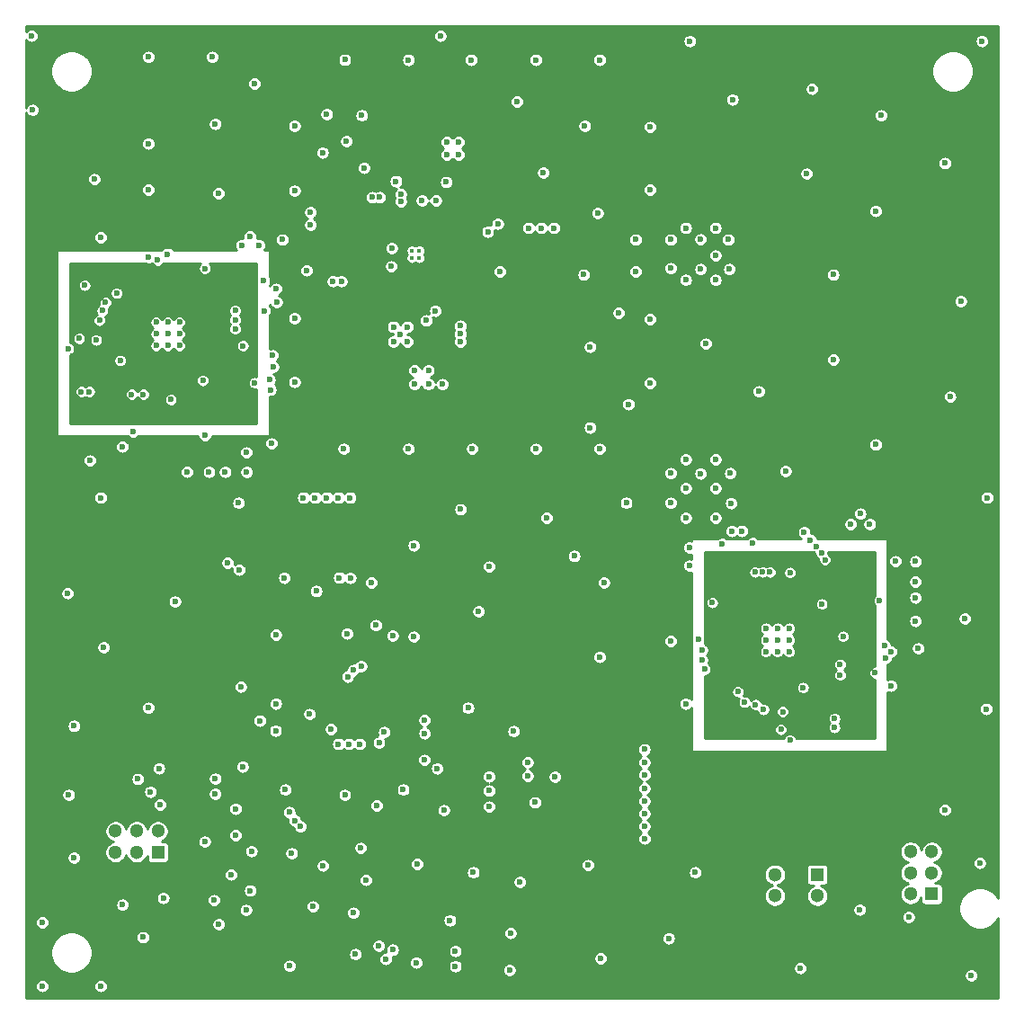
<source format=gbr>
%TF.GenerationSoftware,KiCad,Pcbnew,(5.1.6)-1*%
%TF.CreationDate,2020-06-01T16:59:42-04:00*%
%TF.ProjectId,upsat-comms-hardware,75707361-742d-4636-9f6d-6d732d686172,0.3*%
%TF.SameCoordinates,Original*%
%TF.FileFunction,Copper,L3,Inr*%
%TF.FilePolarity,Positive*%
%FSLAX46Y46*%
G04 Gerber Fmt 4.6, Leading zero omitted, Abs format (unit mm)*
G04 Created by KiCad (PCBNEW (5.1.6)-1) date 2020-06-01 16:59:42*
%MOMM*%
%LPD*%
G01*
G04 APERTURE LIST*
%TA.AperFunction,ViaPad*%
%ADD10C,0.600000*%
%TD*%
%TA.AperFunction,ViaPad*%
%ADD11R,1.300000X1.300000*%
%TD*%
%TA.AperFunction,ViaPad*%
%ADD12C,1.300000*%
%TD*%
%TA.AperFunction,ViaPad*%
%ADD13C,0.400000*%
%TD*%
%TA.AperFunction,Conductor*%
%ADD14C,0.254000*%
%TD*%
%TA.AperFunction,Conductor*%
%ADD15C,0.250000*%
%TD*%
G04 APERTURE END LIST*
D10*
%TO.N,GND*%
%TO.C,REF\u002A\u002A*%
X158800000Y-82100000D03*
%TD*%
%TO.N,GND*%
%TO.C,REF\u002A\u002A*%
X159700000Y-90700000D03*
%TD*%
%TO.N,GND*%
%TO.C,REF\u002A\u002A*%
X156100000Y-92900000D03*
%TD*%
%TO.N,GND*%
%TO.C,REF\u002A\u002A*%
X156100000Y-85300000D03*
%TD*%
%TO.N,GND*%
%TO.C,REF\u002A\u002A*%
X155500000Y-78500000D03*
%TD*%
%TO.N,GND*%
%TO.C,REF\u002A\u002A*%
X147600000Y-78200000D03*
%TD*%
%TO.N,GND*%
%TO.C,REF\u002A\u002A*%
X147400000Y-73700000D03*
%TD*%
%TO.N,GND*%
%TO.C,REF\u002A\u002A*%
X156800000Y-72700000D03*
%TD*%
%TO.N,GND*%
%TO.C,REF\u002A\u002A*%
X155600000Y-64500000D03*
%TD*%
%TO.N,GND*%
%TO.C,REF\u002A\u002A*%
X151700000Y-68900000D03*
%TD*%
%TO.N,GND*%
%TO.C,REF\u002A\u002A*%
X149200000Y-62200000D03*
%TD*%
%TO.N,GND*%
%TO.C,REF\u002A\u002A*%
X122700000Y-128800000D03*
%TD*%
%TO.N,GND*%
%TO.C,REF\u002A\u002A*%
X124200000Y-132800000D03*
%TD*%
%TO.N,GND*%
%TO.C,REF\u002A\u002A*%
X122700000Y-131300000D03*
%TD*%
%TO.N,GND*%
%TO.C,REF\u002A\u002A*%
X142600000Y-67200000D03*
%TD*%
%TO.N,GND*%
%TO.C,REF\u002A\u002A*%
X143700000Y-67200000D03*
%TD*%
%TO.N,GND*%
%TO.C,REF\u002A\u002A*%
X143700000Y-66000000D03*
%TD*%
%TO.N,GND*%
%TO.C,REF\u002A\u002A*%
X142600000Y-66000000D03*
%TD*%
%TO.N,GND*%
%TO.C,REF\u002A\u002A*%
X127800000Y-143600000D03*
%TD*%
%TO.N,GND*%
%TO.C,REF\u002A\u002A*%
X181500000Y-138300000D03*
%TD*%
D11*
%TO.N,GND*%
%TO.C,EPS*%
X177500000Y-135000000D03*
D12*
X177500000Y-137000000D03*
%TO.N,+3V3*%
X175500000Y-135000000D03*
X175500000Y-137000000D03*
%TO.N,GND*%
X173500000Y-135000000D03*
X173500000Y-137000000D03*
%TD*%
D11*
%TO.N,GND*%
%TO.C,SWD*%
X115400000Y-132900000D03*
D12*
%TO.N,Net-(P1-Pad2)*%
X115400000Y-130900000D03*
%TO.N,Net-(P1-Pad3)*%
X113400000Y-132900000D03*
%TO.N,Net-(P1-Pad4)*%
X113400000Y-130900000D03*
%TO.N,Net-(P1-Pad5)*%
X111400000Y-132900000D03*
%TO.N,Net-(P1-Pad6)*%
X111400000Y-130900000D03*
%TD*%
D11*
%TO.N,GND*%
%TO.C,OBC*%
X188277620Y-136834336D03*
D12*
X186277620Y-136834336D03*
%TO.N,Net-(P2-Pad3)*%
X188277620Y-134834336D03*
%TO.N,Net-(P2-Pad4)*%
X186277620Y-134834336D03*
%TO.N,Net-(P2-Pad5)*%
X188277620Y-132834336D03*
%TO.N,N/C*%
X186277620Y-132834336D03*
%TD*%
D10*
%TO.N,GND*%
%TO.C,REF\u002A\u002A*%
X191000000Y-81000000D03*
%TD*%
%TO.N,GND*%
%TO.C,REF\u002A\u002A*%
X189500000Y-68000000D03*
%TD*%
%TO.N,GND*%
%TO.C,REF\u002A\u002A*%
X193000000Y-56500000D03*
%TD*%
%TO.N,GND*%
%TO.C,REF\u002A\u002A*%
X177000000Y-61000000D03*
%TD*%
%TO.N,GND*%
%TO.C,REF\u002A\u002A*%
X125000000Y-120500000D03*
%TD*%
%TO.N,GND*%
%TO.C,REF\u002A\u002A*%
X126500000Y-112400000D03*
%TD*%
%TO.N,GND*%
%TO.C,REF\u002A\u002A*%
X117000000Y-109300000D03*
%TD*%
%TO.N,GND*%
%TO.C,REF\u002A\u002A*%
X183500000Y-63500000D03*
%TD*%
%TO.N,GND*%
%TO.C,REF\u002A\u002A*%
X165500000Y-56500000D03*
%TD*%
%TO.N,GND*%
%TO.C,REF\u002A\u002A*%
X176500000Y-69000000D03*
%TD*%
%TO.N,GND*%
%TO.C,REF\u002A\u002A*%
X138500000Y-127000000D03*
%TD*%
%TO.N,GND*%
%TO.C,REF\u002A\u002A*%
X127400000Y-127000000D03*
%TD*%
%TO.N,GND*%
%TO.C,REF\u002A\u002A*%
X133000000Y-127500000D03*
%TD*%
%TO.N,GND*%
%TO.C,REF\u002A\u002A*%
X183000000Y-72500000D03*
%TD*%
%TO.N,GND*%
%TO.C,REF\u002A\u002A*%
X169500000Y-62000000D03*
%TD*%
%TO.N,GND*%
%TO.C,REF\u002A\u002A*%
X136000000Y-128500000D03*
%TD*%
%TO.N,GND*%
%TO.C,REF\u002A\u002A*%
X134500000Y-132500000D03*
%TD*%
%TO.N,GND*%
%TO.C,REF\u002A\u002A*%
X106900000Y-108500000D03*
%TD*%
%TO.N,GND*%
%TO.C,REF\u002A\u002A*%
X190000000Y-90000000D03*
%TD*%
%TO.N,GND*%
%TO.C,REF\u002A\u002A*%
X128000000Y-133000000D03*
%TD*%
%TO.N,GND*%
%TO.C,REF\u002A\u002A*%
X110300000Y-113600000D03*
%TD*%
%TO.N,GND*%
%TO.C,REF\u002A\u002A*%
X107500000Y-121000000D03*
%TD*%
%TO.N,GND*%
%TO.C,REF\u002A\u002A*%
X172000000Y-89500000D03*
%TD*%
%TO.N,GND*%
%TO.C,REF\u002A\u002A*%
X142000000Y-56000000D03*
%TD*%
%TO.N,GND*%
%TO.C,REF\u002A\u002A*%
X121100000Y-70850000D03*
%TD*%
%TO.N,GND*%
%TO.C,REF\u002A\u002A*%
X135000000Y-135500000D03*
%TD*%
%TO.N,GND*%
%TO.C,REF\u002A\u002A*%
X114500000Y-119300000D03*
%TD*%
%TO.N,GND*%
%TO.C,REF\u002A\u002A*%
X107000000Y-127500000D03*
%TD*%
%TO.N,GND*%
%TO.C,REF\u002A\u002A*%
X179000000Y-86500000D03*
%TD*%
%TO.N,GND*%
%TO.C,REF\u002A\u002A*%
X167000000Y-85000000D03*
%TD*%
%TO.N,GND*%
%TO.C,REF\u002A\u002A*%
X139500000Y-104000000D03*
%TD*%
%TO.N,GND*%
%TO.C,REF\u002A\u002A*%
X108500000Y-79500000D03*
%TD*%
%TO.N,GND*%
%TO.C,REF\u002A\u002A*%
X109000000Y-96000000D03*
%TD*%
%TO.N,GND*%
%TO.C,REF\u002A\u002A*%
X135500000Y-107500000D03*
%TD*%
%TO.N,GND*%
%TO.C,REF\u002A\u002A*%
X133200000Y-112300000D03*
%TD*%
%TO.N,GND*%
%TO.C,REF\u002A\u002A*%
X130000000Y-138000000D03*
%TD*%
%TO.N,GND*%
%TO.C,REF\u002A\u002A*%
X115500000Y-125000000D03*
%TD*%
%TO.N,GND*%
%TO.C,REF\u002A\u002A*%
X107500000Y-133400000D03*
%TD*%
%TO.N,GND*%
%TO.C,REF\u002A\u002A*%
X179000000Y-78500000D03*
%TD*%
%TO.N,GND*%
%TO.C,REF\u002A\u002A*%
X193500000Y-99500000D03*
%TD*%
%TO.N,GND*%
%TO.C,REF\u002A\u002A*%
X110000000Y-75000000D03*
%TD*%
%TO.N,GND*%
%TO.C,REF\u002A\u002A*%
X123000000Y-100000000D03*
%TD*%
%TO.N,GND*%
%TO.C,REF\u002A\u002A*%
X110000000Y-99500000D03*
%TD*%
%TO.N,GND*%
%TO.C,REF\u002A\u002A*%
X139500000Y-112600000D03*
%TD*%
%TO.N,GND*%
%TO.C,REF\u002A\u002A*%
X126500000Y-118900000D03*
%TD*%
%TO.N,GND*%
%TO.C,REF\u002A\u002A*%
X174500000Y-97000000D03*
%TD*%
%TO.N,GND*%
%TO.C,REF\u002A\u002A*%
X154600000Y-105000000D03*
%TD*%
%TO.N,GND*%
%TO.C,REF\u002A\u002A*%
X152000000Y-101400000D03*
%TD*%
%TO.N,GND*%
%TO.C,REF\u002A\u002A*%
X145600000Y-110200000D03*
%TD*%
%TO.N,GND*%
%TO.C,REF\u002A\u002A*%
X146600000Y-106000000D03*
%TD*%
%TO.N,GND*%
%TO.C,REF\u002A\u002A*%
X163700000Y-113000000D03*
%TD*%
%TO.N,GND*%
%TO.C,REF\u002A\u002A*%
X150900000Y-128200000D03*
%TD*%
%TO.N,GND*%
%TO.C,REF\u002A\u002A*%
X159500000Y-100000000D03*
%TD*%
%TO.N,GND*%
%TO.C,REF\u002A\u002A*%
X189500000Y-128900000D03*
%TD*%
%TO.N,GND*%
%TO.C,REF\u002A\u002A*%
X192800000Y-133900000D03*
%TD*%
%TO.N,GND*%
%TO.C,REF\u002A\u002A*%
X166000000Y-134800000D03*
%TD*%
%TO.N,GND*%
%TO.C,REF\u002A\u002A*%
X143900000Y-100600000D03*
%TD*%
%TO.N,GND*%
%TO.C,REF\u002A\u002A*%
X157400000Y-107500000D03*
%TD*%
%TO.N,GND*%
%TO.C,REF\u002A\u002A*%
X148900000Y-121500000D03*
%TD*%
%TO.N,GND*%
%TO.C,REF\u002A\u002A*%
X152800000Y-125800000D03*
%TD*%
%TO.N,GND*%
%TO.C,REF\u002A\u002A*%
X183000000Y-94500000D03*
%TD*%
%TO.N,GND*%
%TO.C,REF\u002A\u002A*%
X191400000Y-110900000D03*
%TD*%
%TO.N,GND*%
%TO.C,REF\u002A\u002A*%
X187000000Y-113700000D03*
%TD*%
%TO.N,GND*%
%TO.C,REF\u002A\u002A*%
X193400000Y-119400000D03*
%TD*%
%TO.N,GND*%
%TO.C,REF\u002A\u002A*%
X186100000Y-139000000D03*
%TD*%
%TO.N,GND*%
%TO.C,REF\u002A\u002A*%
X157000000Y-114500000D03*
%TD*%
%TO.N,GND*%
%TO.C,REF\u002A\u002A*%
X165100000Y-118900000D03*
%TD*%
%TO.N,GND*%
%TO.C,REF\u002A\u002A*%
X144600000Y-119300000D03*
%TD*%
%TO.N,GND*%
%TO.C,REF\u002A\u002A*%
X155900000Y-134100000D03*
%TD*%
%TO.N,GND*%
%TO.C,REF\u002A\u002A*%
X157100000Y-142900000D03*
%TD*%
%TO.N,GND*%
%TO.C,REF\u002A\u002A*%
X163500000Y-141000000D03*
%TD*%
%TO.N,GND*%
%TO.C,REF\u002A\u002A*%
X175900000Y-143800000D03*
%TD*%
%TO.N,GND*%
%TO.C,REF\u002A\u002A*%
X192000000Y-144500000D03*
%TD*%
%TO.N,GND*%
%TO.C,REF\u002A\u002A*%
X148500000Y-144000000D03*
%TD*%
%TO.N,GND*%
%TO.C,REF\u002A\u002A*%
X104500000Y-145500000D03*
%TD*%
%TO.N,GND*%
%TO.C,REF\u002A\u002A*%
X114000000Y-140900000D03*
%TD*%
%TO.N,GND*%
%TO.C,REF\u002A\u002A*%
X104500000Y-139500000D03*
%TD*%
%TO.N,GND*%
%TO.C,REF\u002A\u002A*%
X110000000Y-145500000D03*
%TD*%
%TO.N,GND*%
%TO.C,REF\u002A\u002A*%
X134000000Y-142500000D03*
%TD*%
%TO.N,GND*%
%TO.C,REF\u002A\u002A*%
X114500000Y-70500000D03*
%TD*%
%TO.N,GND*%
%TO.C,REF\u002A\u002A*%
X103600000Y-63000000D03*
%TD*%
%TO.N,GND*%
%TO.C,REF\u002A\u002A*%
X109400000Y-69500000D03*
%TD*%
%TO.N,GND*%
%TO.C,REF\u002A\u002A*%
X120800000Y-64300000D03*
%TD*%
%TO.N,GND*%
%TO.C,REF\u002A\u002A*%
X120500000Y-58000000D03*
%TD*%
%TO.N,GND*%
%TO.C,REF\u002A\u002A*%
X103500000Y-56000000D03*
%TD*%
%TO.N,GND*%
%TO.C,REF\u002A\u002A*%
X114500000Y-58000000D03*
%TD*%
%TO.N,GND*%
%TO.C,REF\u002A\u002A*%
X124500000Y-60500000D03*
%TD*%
%TO.N,GND*%
%TO.C,REF\u002A\u002A*%
X114500000Y-66150000D03*
%TD*%
%TO.N,GND*%
%TO.C,REF\u002A\u002A*%
X119800000Y-131900000D03*
%TD*%
%TO.N,GND*%
%TO.C,REF\u002A\u002A*%
X122300000Y-135000000D03*
%TD*%
%TO.N,GND*%
%TO.C,REF\u002A\u002A*%
X131700000Y-121300000D03*
%TD*%
%TO.N,GND*%
%TO.C,REF\u002A\u002A*%
X123200000Y-117300000D03*
%TD*%
%TO.N,GND*%
%TO.C,REF\u002A\u002A*%
X115900000Y-137200000D03*
%TD*%
%TO.N,GND*%
%TO.C,U10*%
X115234760Y-85181328D03*
X116334760Y-85181328D03*
X117434760Y-85181328D03*
X115234760Y-84081328D03*
X116334760Y-84081328D03*
X117434760Y-84081328D03*
X115234760Y-82981328D03*
X116334760Y-82981328D03*
X117434760Y-82981328D03*
%TD*%
%TO.N,GND*%
%TO.C,U4*%
X174859692Y-114005988D03*
X174859692Y-112905988D03*
X174859692Y-111805988D03*
X173759692Y-114005988D03*
X173759692Y-112905988D03*
X173759692Y-111805988D03*
X172659692Y-114005988D03*
X172659692Y-112905988D03*
X172659692Y-111805988D03*
%TD*%
D13*
%TO.N,GND*%
%TO.C,U16*%
X139322380Y-76231328D03*
X140022380Y-76231328D03*
X140022380Y-76931328D03*
X139322380Y-76931328D03*
%TD*%
D10*
%TO.N,GND*%
X183350000Y-109200000D03*
X123725295Y-95244155D03*
X184857010Y-105482732D03*
X141521651Y-81902823D03*
X139730000Y-143280000D03*
X160400000Y-75200000D03*
X160400000Y-78200000D03*
X128260000Y-82600000D03*
X128260000Y-88600000D03*
X132900000Y-94900000D03*
X139000000Y-94900000D03*
X145000000Y-94900000D03*
X151000000Y-94900000D03*
X157000000Y-94900000D03*
X161740000Y-88700000D03*
X161740000Y-82700000D03*
X128260000Y-64500000D03*
X128260000Y-70600000D03*
X127100000Y-75200000D03*
X129400000Y-78100000D03*
X161740000Y-70500000D03*
X161740000Y-64600000D03*
X157000000Y-58270000D03*
X151000000Y-58270000D03*
X144900000Y-58270000D03*
X139000000Y-58270000D03*
X133000000Y-58265000D03*
X152700000Y-74100000D03*
X151500000Y-74100000D03*
X150300000Y-74100000D03*
X142324688Y-128938730D03*
X163700000Y-77900000D03*
X163700000Y-75200000D03*
X169379259Y-100020741D03*
X167900000Y-101400000D03*
X169300000Y-97200000D03*
X167900000Y-98600000D03*
X167900000Y-95900000D03*
X166500000Y-97220741D03*
X165100000Y-98599994D03*
X165100000Y-95900000D03*
X163700000Y-97200000D03*
X163700000Y-100000000D03*
X165100000Y-101400000D03*
X146460000Y-74450000D03*
X142551328Y-69781328D03*
X174929692Y-122335988D03*
X169210000Y-77980000D03*
X169100000Y-75200000D03*
X165100000Y-74100000D03*
X166500000Y-75180000D03*
X167900000Y-74100000D03*
X167900000Y-76700000D03*
X167900000Y-79000000D03*
X166500000Y-77980000D03*
X165100000Y-79000000D03*
X126100000Y-94400000D03*
X179924769Y-112560741D03*
X145100000Y-134800000D03*
X139800000Y-134000000D03*
X136200000Y-141700000D03*
X146600000Y-128600000D03*
X142900000Y-139300000D03*
X140512580Y-120450000D03*
X140512580Y-121690000D03*
X123370000Y-124830000D03*
X149500000Y-135700000D03*
X143410000Y-143620000D03*
X143410000Y-142190000D03*
X120690000Y-137410000D03*
X123690000Y-138340000D03*
X121130000Y-139660000D03*
X126480000Y-121440000D03*
X150210000Y-124410000D03*
X150210000Y-125700000D03*
X146600000Y-127100000D03*
X146600000Y-125760000D03*
X148600000Y-140500000D03*
X174924769Y-106560741D03*
X123400000Y-85200000D03*
X186739692Y-111105988D03*
X186739692Y-108905988D03*
X186739692Y-107405988D03*
X186739692Y-105505988D03*
X133160000Y-65940000D03*
X134810000Y-68440000D03*
X137820000Y-69700000D03*
X106958044Y-85481328D03*
X135572380Y-71215664D03*
X136272384Y-71215664D03*
X138272380Y-70915664D03*
X138272380Y-71615664D03*
X141572380Y-71515664D03*
X140272380Y-71515664D03*
X129772380Y-73815664D03*
X129772380Y-72615664D03*
X168539692Y-103865988D03*
X169459692Y-102645988D03*
X170389692Y-102635988D03*
X171419692Y-103765988D03*
X109892380Y-82805664D03*
X110162380Y-81875664D03*
X111522380Y-80245664D03*
X116312380Y-76555664D03*
X114532380Y-76885664D03*
X115372380Y-77145664D03*
X126532380Y-79835664D03*
X125432380Y-81895664D03*
X126572380Y-81105664D03*
X119832380Y-93615664D03*
X123762380Y-97085664D03*
X121732380Y-97065664D03*
X118132380Y-97065664D03*
X120212380Y-97065664D03*
X174069692Y-121325988D03*
X177918897Y-109515193D03*
X171639692Y-106505988D03*
X172339692Y-106505988D03*
X173039692Y-106505988D03*
X165439692Y-105905988D03*
X165439692Y-104205988D03*
X167603897Y-109385398D03*
X166319692Y-112845988D03*
X166669692Y-113855988D03*
X166889692Y-115665988D03*
X166669692Y-114795988D03*
X170629692Y-118765988D03*
X170019692Y-117775988D03*
X172419692Y-119455988D03*
X171689692Y-119005988D03*
X174239692Y-119655988D03*
X176147099Y-117385398D03*
X179109692Y-121155988D03*
X179109692Y-120305988D03*
X182939692Y-116005988D03*
X184439692Y-117205988D03*
X179639692Y-115205988D03*
X179639692Y-116205988D03*
X180639692Y-102005988D03*
X182439692Y-102005988D03*
X181539692Y-101005988D03*
X137372380Y-77715664D03*
X137412380Y-76005664D03*
X140672380Y-82815664D03*
X138172380Y-84115664D03*
X138872380Y-83415664D03*
X137572380Y-83415664D03*
X138872380Y-84815664D03*
X137572380Y-84815664D03*
X139572380Y-88815664D03*
X139572380Y-87515664D03*
X140872380Y-87515664D03*
X140872380Y-88815664D03*
X142172380Y-88815664D03*
X143872380Y-84075664D03*
X143872380Y-84815664D03*
X143872380Y-83315664D03*
X132672380Y-79115664D03*
X131872380Y-79115664D03*
X119822380Y-77915664D03*
X110472380Y-81115664D03*
X108922380Y-89515664D03*
X108172380Y-89515664D03*
X112922380Y-89765664D03*
X114022380Y-89765664D03*
X116622380Y-90265664D03*
X119622380Y-88465664D03*
X122672380Y-81865664D03*
X122672380Y-83615666D03*
X122672380Y-82765664D03*
X124072380Y-74915664D03*
X123272380Y-75715664D03*
X124922380Y-75715664D03*
X125372380Y-79065664D03*
X111852380Y-86585664D03*
X107982380Y-84505664D03*
X109582380Y-84655664D03*
X112052380Y-94695664D03*
X113062380Y-93265664D03*
%TO.N,+3V3*%
X125350799Y-122678716D03*
X145800000Y-69700000D03*
X144300000Y-134700000D03*
X144000000Y-137500000D03*
X141200000Y-144500000D03*
X141100000Y-141200000D03*
X124400000Y-139500000D03*
X143600000Y-128000000D03*
X133460000Y-70350000D03*
X144800000Y-121400000D03*
X146600000Y-121400000D03*
X133900000Y-83800000D03*
X133900000Y-82700000D03*
X133900000Y-81500000D03*
X144380000Y-61420000D03*
X143210000Y-61420000D03*
X126469336Y-96040664D03*
X125610000Y-96040664D03*
X124680000Y-96040664D03*
X185639692Y-104505988D03*
X185639692Y-103560741D03*
X138440000Y-119400000D03*
X146900000Y-129900000D03*
X142572380Y-73815664D03*
X133872380Y-72615664D03*
X133872380Y-73915664D03*
X133072380Y-73915664D03*
X133072380Y-72615664D03*
X133872380Y-84815664D03*
X133872380Y-80515664D03*
X149672380Y-83815664D03*
X150372380Y-85115664D03*
X149072380Y-85115664D03*
X150372380Y-86415664D03*
X149072380Y-86415664D03*
X150372380Y-88815664D03*
X150372380Y-87715664D03*
X149072380Y-87715664D03*
X149072380Y-88815664D03*
X147772380Y-88815664D03*
X147772380Y-87715664D03*
X146472380Y-87715664D03*
X146472380Y-88815664D03*
X145172380Y-88815664D03*
X145172380Y-87715664D03*
X185639692Y-102675664D03*
%TO.N,VDD*%
X171214769Y-115560741D03*
X110201813Y-83858646D03*
X175705282Y-107405988D03*
X174039692Y-106405988D03*
X171339692Y-109605988D03*
X171339692Y-104905988D03*
X168309692Y-115645988D03*
X173389692Y-119085988D03*
X180239692Y-121405988D03*
X176539692Y-115605988D03*
X179839692Y-107305988D03*
X181139692Y-111205988D03*
X179839692Y-108605988D03*
X179839692Y-109905988D03*
X179839692Y-111205988D03*
X117972380Y-91515664D03*
X121872380Y-90215664D03*
X120572380Y-90215664D03*
X117972380Y-90215664D03*
X119272380Y-90215664D03*
X113572380Y-81515664D03*
X113622380Y-78715664D03*
X124372380Y-81715664D03*
X119602380Y-81765664D03*
X122722380Y-85945664D03*
X122712380Y-84525664D03*
X113622380Y-87045664D03*
X107872380Y-90815664D03*
%TO.N,/NRST*%
X115600000Y-128400000D03*
X128830000Y-130480000D03*
%TO.N,/SWDIO*%
X112060000Y-137840000D03*
X124100000Y-136500000D03*
%TO.N,/USART3_TX*%
X114700000Y-127200000D03*
X128280350Y-129902590D03*
%TO.N,/USART3_RX*%
X113500000Y-126000000D03*
X127770000Y-129130000D03*
%TO.N,/I2C1_SDA*%
X134600000Y-63500000D03*
X137501529Y-142081824D03*
%TO.N,/I2C1_SCL*%
X136846035Y-142960187D03*
X131300000Y-63400000D03*
%TO.N,/2RESET_N*%
X134531438Y-115381147D03*
X134400000Y-122700000D03*
%TO.N,/2GPIO3*%
X133822590Y-115737312D03*
X133400000Y-122700000D03*
%TO.N,/2GPIO2*%
X133269999Y-116352228D03*
X132400000Y-122700000D03*
%TO.N,/SPI2_MISO*%
X120800219Y-125974604D03*
X120800000Y-127389990D03*
%TO.N,/1GPIO3*%
X121970000Y-105650000D03*
X141700000Y-125000000D03*
%TO.N,/1GPIO2*%
X123060000Y-106300000D03*
X140500000Y-124200000D03*
%TO.N,/DAC_OUT2*%
X129679825Y-119885736D03*
X130900000Y-67000000D03*
%TO.N,/SPI1_MISO*%
X137500000Y-112500000D03*
X136710000Y-121590000D03*
%TO.N,/SPI1_MOSI*%
X135915981Y-111515981D03*
X136215980Y-122590000D03*
%TO.N,/1GPIO0*%
X132484790Y-107036822D03*
X127300000Y-107050000D03*
%TO.N,/1CS_N*%
X133512010Y-107052531D03*
X130949027Y-134150973D03*
%TO.N,/SPI1_SCK*%
X133800000Y-138600000D03*
X130300000Y-108300000D03*
%TO.N,Net-(R58-Pad2)*%
X161219259Y-123204769D03*
X183924769Y-114578988D03*
%TO.N,Net-(R59-Pad2)*%
X161219259Y-124424769D03*
X184446682Y-114001580D03*
%TO.N,Net-(R60-Pad2)*%
X161229259Y-125584769D03*
X183810224Y-113420168D03*
%TO.N,Net-(R61-Pad2)*%
X178224769Y-105360741D03*
X161219261Y-126874769D03*
%TO.N,Net-(R62-Pad2)*%
X161209547Y-128094481D03*
X177888285Y-104687772D03*
%TO.N,Net-(R63-Pad2)*%
X177416201Y-104101902D03*
X161219259Y-129244769D03*
%TO.N,Net-(R64-Pad2)*%
X176838791Y-103480741D03*
X161219259Y-130454769D03*
%TO.N,Net-(R65-Pad2)*%
X161229259Y-131604769D03*
X176261381Y-102765709D03*
%TO.N,Net-(R69-Pad2)*%
X129100000Y-99500000D03*
X124496079Y-88688299D03*
%TO.N,Net-(R70-Pad2)*%
X130200000Y-99500000D03*
X125993564Y-89341009D03*
%TO.N,Net-(R71-Pad2)*%
X131300000Y-99500000D03*
X125900000Y-88400000D03*
%TO.N,Net-(R72-Pad2)*%
X132400000Y-99500000D03*
X126234534Y-87185075D03*
%TO.N,Net-(R73-Pad2)*%
X133500000Y-99500000D03*
X126200000Y-86100000D03*
%TD*%
D14*
%TO.N,VDD*%
G36*
X114235384Y-77441304D02*
G01*
X114349491Y-77488569D01*
X114470626Y-77512664D01*
X114594134Y-77512664D01*
X114715269Y-77488569D01*
X114818770Y-77445697D01*
X114885357Y-77545353D01*
X114972691Y-77632687D01*
X115075384Y-77701304D01*
X115189491Y-77748569D01*
X115310626Y-77772664D01*
X115434134Y-77772664D01*
X115555269Y-77748569D01*
X115669376Y-77701304D01*
X115772069Y-77632687D01*
X115859403Y-77545353D01*
X115928020Y-77442660D01*
X115934507Y-77427000D01*
X119425147Y-77427000D01*
X119422691Y-77428641D01*
X119335357Y-77515975D01*
X119266740Y-77618668D01*
X119219475Y-77732775D01*
X119195380Y-77853910D01*
X119195380Y-77977418D01*
X119219475Y-78098553D01*
X119266740Y-78212660D01*
X119335357Y-78315353D01*
X119422691Y-78402687D01*
X119525384Y-78471304D01*
X119639491Y-78518569D01*
X119760626Y-78542664D01*
X119884134Y-78542664D01*
X120005269Y-78518569D01*
X120119376Y-78471304D01*
X120222069Y-78402687D01*
X120309403Y-78315353D01*
X120378020Y-78212660D01*
X120425285Y-78098553D01*
X120449380Y-77977418D01*
X120449380Y-77853910D01*
X120425285Y-77732775D01*
X120378020Y-77618668D01*
X120309403Y-77515975D01*
X120222069Y-77428641D01*
X120219613Y-77427000D01*
X124673000Y-77427000D01*
X124673000Y-88084207D01*
X124557833Y-88061299D01*
X124434325Y-88061299D01*
X124313190Y-88085394D01*
X124199083Y-88132659D01*
X124096390Y-88201276D01*
X124009056Y-88288610D01*
X123940439Y-88391303D01*
X123893174Y-88505410D01*
X123869079Y-88626545D01*
X123869079Y-88750053D01*
X123893174Y-88871188D01*
X123940439Y-88985295D01*
X124009056Y-89087988D01*
X124096390Y-89175322D01*
X124199083Y-89243939D01*
X124313190Y-89291204D01*
X124434325Y-89315299D01*
X124557833Y-89315299D01*
X124673000Y-89292391D01*
X124673000Y-92473000D01*
X107127000Y-92473000D01*
X107127000Y-89453910D01*
X107545380Y-89453910D01*
X107545380Y-89577418D01*
X107569475Y-89698553D01*
X107616740Y-89812660D01*
X107685357Y-89915353D01*
X107772691Y-90002687D01*
X107875384Y-90071304D01*
X107989491Y-90118569D01*
X108110626Y-90142664D01*
X108234134Y-90142664D01*
X108355269Y-90118569D01*
X108469376Y-90071304D01*
X108547380Y-90019184D01*
X108625384Y-90071304D01*
X108739491Y-90118569D01*
X108860626Y-90142664D01*
X108984134Y-90142664D01*
X109105269Y-90118569D01*
X109219376Y-90071304D01*
X109322069Y-90002687D01*
X109409403Y-89915353D01*
X109478020Y-89812660D01*
X109523066Y-89703910D01*
X112295380Y-89703910D01*
X112295380Y-89827418D01*
X112319475Y-89948553D01*
X112366740Y-90062660D01*
X112435357Y-90165353D01*
X112522691Y-90252687D01*
X112625384Y-90321304D01*
X112739491Y-90368569D01*
X112860626Y-90392664D01*
X112984134Y-90392664D01*
X113105269Y-90368569D01*
X113219376Y-90321304D01*
X113322069Y-90252687D01*
X113409403Y-90165353D01*
X113472380Y-90071101D01*
X113535357Y-90165353D01*
X113622691Y-90252687D01*
X113725384Y-90321304D01*
X113839491Y-90368569D01*
X113960626Y-90392664D01*
X114084134Y-90392664D01*
X114205269Y-90368569D01*
X114319376Y-90321304D01*
X114422069Y-90252687D01*
X114470846Y-90203910D01*
X115995380Y-90203910D01*
X115995380Y-90327418D01*
X116019475Y-90448553D01*
X116066740Y-90562660D01*
X116135357Y-90665353D01*
X116222691Y-90752687D01*
X116325384Y-90821304D01*
X116439491Y-90868569D01*
X116560626Y-90892664D01*
X116684134Y-90892664D01*
X116805269Y-90868569D01*
X116919376Y-90821304D01*
X117022069Y-90752687D01*
X117109403Y-90665353D01*
X117178020Y-90562660D01*
X117225285Y-90448553D01*
X117249380Y-90327418D01*
X117249380Y-90203910D01*
X117225285Y-90082775D01*
X117178020Y-89968668D01*
X117109403Y-89865975D01*
X117022069Y-89778641D01*
X116919376Y-89710024D01*
X116805269Y-89662759D01*
X116684134Y-89638664D01*
X116560626Y-89638664D01*
X116439491Y-89662759D01*
X116325384Y-89710024D01*
X116222691Y-89778641D01*
X116135357Y-89865975D01*
X116066740Y-89968668D01*
X116019475Y-90082775D01*
X115995380Y-90203910D01*
X114470846Y-90203910D01*
X114509403Y-90165353D01*
X114578020Y-90062660D01*
X114625285Y-89948553D01*
X114649380Y-89827418D01*
X114649380Y-89703910D01*
X114625285Y-89582775D01*
X114578020Y-89468668D01*
X114509403Y-89365975D01*
X114422069Y-89278641D01*
X114319376Y-89210024D01*
X114205269Y-89162759D01*
X114084134Y-89138664D01*
X113960626Y-89138664D01*
X113839491Y-89162759D01*
X113725384Y-89210024D01*
X113622691Y-89278641D01*
X113535357Y-89365975D01*
X113472380Y-89460227D01*
X113409403Y-89365975D01*
X113322069Y-89278641D01*
X113219376Y-89210024D01*
X113105269Y-89162759D01*
X112984134Y-89138664D01*
X112860626Y-89138664D01*
X112739491Y-89162759D01*
X112625384Y-89210024D01*
X112522691Y-89278641D01*
X112435357Y-89365975D01*
X112366740Y-89468668D01*
X112319475Y-89582775D01*
X112295380Y-89703910D01*
X109523066Y-89703910D01*
X109525285Y-89698553D01*
X109549380Y-89577418D01*
X109549380Y-89453910D01*
X109525285Y-89332775D01*
X109478020Y-89218668D01*
X109409403Y-89115975D01*
X109322069Y-89028641D01*
X109219376Y-88960024D01*
X109105269Y-88912759D01*
X108984134Y-88888664D01*
X108860626Y-88888664D01*
X108739491Y-88912759D01*
X108625384Y-88960024D01*
X108547380Y-89012144D01*
X108469376Y-88960024D01*
X108355269Y-88912759D01*
X108234134Y-88888664D01*
X108110626Y-88888664D01*
X107989491Y-88912759D01*
X107875384Y-88960024D01*
X107772691Y-89028641D01*
X107685357Y-89115975D01*
X107616740Y-89218668D01*
X107569475Y-89332775D01*
X107545380Y-89453910D01*
X107127000Y-89453910D01*
X107127000Y-88403910D01*
X118995380Y-88403910D01*
X118995380Y-88527418D01*
X119019475Y-88648553D01*
X119066740Y-88762660D01*
X119135357Y-88865353D01*
X119222691Y-88952687D01*
X119325384Y-89021304D01*
X119439491Y-89068569D01*
X119560626Y-89092664D01*
X119684134Y-89092664D01*
X119805269Y-89068569D01*
X119919376Y-89021304D01*
X120022069Y-88952687D01*
X120109403Y-88865353D01*
X120178020Y-88762660D01*
X120225285Y-88648553D01*
X120249380Y-88527418D01*
X120249380Y-88403910D01*
X120225285Y-88282775D01*
X120178020Y-88168668D01*
X120109403Y-88065975D01*
X120022069Y-87978641D01*
X119919376Y-87910024D01*
X119805269Y-87862759D01*
X119684134Y-87838664D01*
X119560626Y-87838664D01*
X119439491Y-87862759D01*
X119325384Y-87910024D01*
X119222691Y-87978641D01*
X119135357Y-88065975D01*
X119066740Y-88168668D01*
X119019475Y-88282775D01*
X118995380Y-88403910D01*
X107127000Y-88403910D01*
X107127000Y-86523910D01*
X111225380Y-86523910D01*
X111225380Y-86647418D01*
X111249475Y-86768553D01*
X111296740Y-86882660D01*
X111365357Y-86985353D01*
X111452691Y-87072687D01*
X111555384Y-87141304D01*
X111669491Y-87188569D01*
X111790626Y-87212664D01*
X111914134Y-87212664D01*
X112035269Y-87188569D01*
X112149376Y-87141304D01*
X112252069Y-87072687D01*
X112339403Y-86985353D01*
X112408020Y-86882660D01*
X112455285Y-86768553D01*
X112479380Y-86647418D01*
X112479380Y-86523910D01*
X112455285Y-86402775D01*
X112408020Y-86288668D01*
X112339403Y-86185975D01*
X112252069Y-86098641D01*
X112149376Y-86030024D01*
X112035269Y-85982759D01*
X111914134Y-85958664D01*
X111790626Y-85958664D01*
X111669491Y-85982759D01*
X111555384Y-86030024D01*
X111452691Y-86098641D01*
X111365357Y-86185975D01*
X111296740Y-86288668D01*
X111249475Y-86402775D01*
X111225380Y-86523910D01*
X107127000Y-86523910D01*
X107127000Y-86087004D01*
X107140933Y-86084233D01*
X107255040Y-86036968D01*
X107357733Y-85968351D01*
X107445067Y-85881017D01*
X107513684Y-85778324D01*
X107560949Y-85664217D01*
X107585044Y-85543082D01*
X107585044Y-85419574D01*
X107560949Y-85298439D01*
X107513684Y-85184332D01*
X107445067Y-85081639D01*
X107357733Y-84994305D01*
X107255040Y-84925688D01*
X107140933Y-84878423D01*
X107127000Y-84875652D01*
X107127000Y-84443910D01*
X107355380Y-84443910D01*
X107355380Y-84567418D01*
X107379475Y-84688553D01*
X107426740Y-84802660D01*
X107495357Y-84905353D01*
X107582691Y-84992687D01*
X107685384Y-85061304D01*
X107799491Y-85108569D01*
X107920626Y-85132664D01*
X108044134Y-85132664D01*
X108165269Y-85108569D01*
X108279376Y-85061304D01*
X108382069Y-84992687D01*
X108469403Y-84905353D01*
X108538020Y-84802660D01*
X108585285Y-84688553D01*
X108604110Y-84593910D01*
X108955380Y-84593910D01*
X108955380Y-84717418D01*
X108979475Y-84838553D01*
X109026740Y-84952660D01*
X109095357Y-85055353D01*
X109182691Y-85142687D01*
X109285384Y-85211304D01*
X109399491Y-85258569D01*
X109520626Y-85282664D01*
X109644134Y-85282664D01*
X109765269Y-85258569D01*
X109879376Y-85211304D01*
X109982069Y-85142687D01*
X110069403Y-85055353D01*
X110138020Y-84952660D01*
X110185285Y-84838553D01*
X110209380Y-84717418D01*
X110209380Y-84593910D01*
X110185285Y-84472775D01*
X110138020Y-84358668D01*
X110069403Y-84255975D01*
X109982069Y-84168641D01*
X109879376Y-84100024D01*
X109765269Y-84052759D01*
X109644134Y-84028664D01*
X109520626Y-84028664D01*
X109399491Y-84052759D01*
X109285384Y-84100024D01*
X109182691Y-84168641D01*
X109095357Y-84255975D01*
X109026740Y-84358668D01*
X108979475Y-84472775D01*
X108955380Y-84593910D01*
X108604110Y-84593910D01*
X108609380Y-84567418D01*
X108609380Y-84443910D01*
X108585285Y-84322775D01*
X108538020Y-84208668D01*
X108469403Y-84105975D01*
X108382069Y-84018641D01*
X108279376Y-83950024D01*
X108165269Y-83902759D01*
X108044134Y-83878664D01*
X107920626Y-83878664D01*
X107799491Y-83902759D01*
X107685384Y-83950024D01*
X107582691Y-84018641D01*
X107495357Y-84105975D01*
X107426740Y-84208668D01*
X107379475Y-84322775D01*
X107355380Y-84443910D01*
X107127000Y-84443910D01*
X107127000Y-82743910D01*
X109265380Y-82743910D01*
X109265380Y-82867418D01*
X109289475Y-82988553D01*
X109336740Y-83102660D01*
X109405357Y-83205353D01*
X109492691Y-83292687D01*
X109595384Y-83361304D01*
X109709491Y-83408569D01*
X109830626Y-83432664D01*
X109954134Y-83432664D01*
X110075269Y-83408569D01*
X110189376Y-83361304D01*
X110292069Y-83292687D01*
X110379403Y-83205353D01*
X110448020Y-83102660D01*
X110495285Y-82988553D01*
X110509005Y-82919574D01*
X114607760Y-82919574D01*
X114607760Y-83043082D01*
X114631855Y-83164217D01*
X114679120Y-83278324D01*
X114747737Y-83381017D01*
X114835071Y-83468351D01*
X114929323Y-83531328D01*
X114835071Y-83594305D01*
X114747737Y-83681639D01*
X114679120Y-83784332D01*
X114631855Y-83898439D01*
X114607760Y-84019574D01*
X114607760Y-84143082D01*
X114631855Y-84264217D01*
X114679120Y-84378324D01*
X114747737Y-84481017D01*
X114835071Y-84568351D01*
X114929323Y-84631328D01*
X114835071Y-84694305D01*
X114747737Y-84781639D01*
X114679120Y-84884332D01*
X114631855Y-84998439D01*
X114607760Y-85119574D01*
X114607760Y-85243082D01*
X114631855Y-85364217D01*
X114679120Y-85478324D01*
X114747737Y-85581017D01*
X114835071Y-85668351D01*
X114937764Y-85736968D01*
X115051871Y-85784233D01*
X115173006Y-85808328D01*
X115296514Y-85808328D01*
X115417649Y-85784233D01*
X115531756Y-85736968D01*
X115634449Y-85668351D01*
X115721783Y-85581017D01*
X115784760Y-85486765D01*
X115847737Y-85581017D01*
X115935071Y-85668351D01*
X116037764Y-85736968D01*
X116151871Y-85784233D01*
X116273006Y-85808328D01*
X116396514Y-85808328D01*
X116517649Y-85784233D01*
X116631756Y-85736968D01*
X116734449Y-85668351D01*
X116821783Y-85581017D01*
X116884760Y-85486765D01*
X116947737Y-85581017D01*
X117035071Y-85668351D01*
X117137764Y-85736968D01*
X117251871Y-85784233D01*
X117373006Y-85808328D01*
X117496514Y-85808328D01*
X117617649Y-85784233D01*
X117731756Y-85736968D01*
X117834449Y-85668351D01*
X117921783Y-85581017D01*
X117990400Y-85478324D01*
X118037665Y-85364217D01*
X118061760Y-85243082D01*
X118061760Y-85138246D01*
X122773000Y-85138246D01*
X122773000Y-85261754D01*
X122797095Y-85382889D01*
X122844360Y-85496996D01*
X122912977Y-85599689D01*
X123000311Y-85687023D01*
X123103004Y-85755640D01*
X123217111Y-85802905D01*
X123338246Y-85827000D01*
X123461754Y-85827000D01*
X123582889Y-85802905D01*
X123696996Y-85755640D01*
X123799689Y-85687023D01*
X123887023Y-85599689D01*
X123955640Y-85496996D01*
X124002905Y-85382889D01*
X124027000Y-85261754D01*
X124027000Y-85138246D01*
X124002905Y-85017111D01*
X123955640Y-84903004D01*
X123887023Y-84800311D01*
X123799689Y-84712977D01*
X123696996Y-84644360D01*
X123582889Y-84597095D01*
X123461754Y-84573000D01*
X123338246Y-84573000D01*
X123217111Y-84597095D01*
X123103004Y-84644360D01*
X123000311Y-84712977D01*
X122912977Y-84800311D01*
X122844360Y-84903004D01*
X122797095Y-85017111D01*
X122773000Y-85138246D01*
X118061760Y-85138246D01*
X118061760Y-85119574D01*
X118037665Y-84998439D01*
X117990400Y-84884332D01*
X117921783Y-84781639D01*
X117834449Y-84694305D01*
X117740197Y-84631328D01*
X117834449Y-84568351D01*
X117921783Y-84481017D01*
X117990400Y-84378324D01*
X118037665Y-84264217D01*
X118061760Y-84143082D01*
X118061760Y-84019574D01*
X118037665Y-83898439D01*
X117990400Y-83784332D01*
X117921783Y-83681639D01*
X117834449Y-83594305D01*
X117740197Y-83531328D01*
X117834449Y-83468351D01*
X117921783Y-83381017D01*
X117990400Y-83278324D01*
X118037665Y-83164217D01*
X118061760Y-83043082D01*
X118061760Y-82919574D01*
X118037665Y-82798439D01*
X117990400Y-82684332D01*
X117921783Y-82581639D01*
X117834449Y-82494305D01*
X117731756Y-82425688D01*
X117617649Y-82378423D01*
X117496514Y-82354328D01*
X117373006Y-82354328D01*
X117251871Y-82378423D01*
X117137764Y-82425688D01*
X117035071Y-82494305D01*
X116947737Y-82581639D01*
X116884760Y-82675891D01*
X116821783Y-82581639D01*
X116734449Y-82494305D01*
X116631756Y-82425688D01*
X116517649Y-82378423D01*
X116396514Y-82354328D01*
X116273006Y-82354328D01*
X116151871Y-82378423D01*
X116037764Y-82425688D01*
X115935071Y-82494305D01*
X115847737Y-82581639D01*
X115784760Y-82675891D01*
X115721783Y-82581639D01*
X115634449Y-82494305D01*
X115531756Y-82425688D01*
X115417649Y-82378423D01*
X115296514Y-82354328D01*
X115173006Y-82354328D01*
X115051871Y-82378423D01*
X114937764Y-82425688D01*
X114835071Y-82494305D01*
X114747737Y-82581639D01*
X114679120Y-82684332D01*
X114631855Y-82798439D01*
X114607760Y-82919574D01*
X110509005Y-82919574D01*
X110519380Y-82867418D01*
X110519380Y-82743910D01*
X110495285Y-82622775D01*
X110448020Y-82508668D01*
X110409995Y-82451759D01*
X110459376Y-82431304D01*
X110562069Y-82362687D01*
X110649403Y-82275353D01*
X110718020Y-82172660D01*
X110765285Y-82058553D01*
X110789380Y-81937418D01*
X110789380Y-81813910D01*
X110787391Y-81803910D01*
X122045380Y-81803910D01*
X122045380Y-81927418D01*
X122069475Y-82048553D01*
X122116740Y-82162660D01*
X122185357Y-82265353D01*
X122235668Y-82315664D01*
X122185357Y-82365975D01*
X122116740Y-82468668D01*
X122069475Y-82582775D01*
X122045380Y-82703910D01*
X122045380Y-82827418D01*
X122069475Y-82948553D01*
X122116740Y-83062660D01*
X122185357Y-83165353D01*
X122210669Y-83190665D01*
X122185357Y-83215977D01*
X122116740Y-83318670D01*
X122069475Y-83432777D01*
X122045380Y-83553912D01*
X122045380Y-83677420D01*
X122069475Y-83798555D01*
X122116740Y-83912662D01*
X122185357Y-84015355D01*
X122272691Y-84102689D01*
X122375384Y-84171306D01*
X122489491Y-84218571D01*
X122610626Y-84242666D01*
X122734134Y-84242666D01*
X122855269Y-84218571D01*
X122969376Y-84171306D01*
X123072069Y-84102689D01*
X123159403Y-84015355D01*
X123228020Y-83912662D01*
X123275285Y-83798555D01*
X123299380Y-83677420D01*
X123299380Y-83553912D01*
X123275285Y-83432777D01*
X123228020Y-83318670D01*
X123159403Y-83215977D01*
X123134091Y-83190665D01*
X123159403Y-83165353D01*
X123228020Y-83062660D01*
X123275285Y-82948553D01*
X123299380Y-82827418D01*
X123299380Y-82703910D01*
X123275285Y-82582775D01*
X123228020Y-82468668D01*
X123159403Y-82365975D01*
X123109092Y-82315664D01*
X123159403Y-82265353D01*
X123228020Y-82162660D01*
X123275285Y-82048553D01*
X123299380Y-81927418D01*
X123299380Y-81803910D01*
X123275285Y-81682775D01*
X123228020Y-81568668D01*
X123159403Y-81465975D01*
X123072069Y-81378641D01*
X122969376Y-81310024D01*
X122855269Y-81262759D01*
X122734134Y-81238664D01*
X122610626Y-81238664D01*
X122489491Y-81262759D01*
X122375384Y-81310024D01*
X122272691Y-81378641D01*
X122185357Y-81465975D01*
X122116740Y-81568668D01*
X122069475Y-81682775D01*
X122045380Y-81803910D01*
X110787391Y-81803910D01*
X110765285Y-81692775D01*
X110758293Y-81675895D01*
X110769376Y-81671304D01*
X110872069Y-81602687D01*
X110959403Y-81515353D01*
X111028020Y-81412660D01*
X111075285Y-81298553D01*
X111099380Y-81177418D01*
X111099380Y-81053910D01*
X111075285Y-80932775D01*
X111028020Y-80818668D01*
X110959403Y-80715975D01*
X110872069Y-80628641D01*
X110769376Y-80560024D01*
X110655269Y-80512759D01*
X110534134Y-80488664D01*
X110410626Y-80488664D01*
X110289491Y-80512759D01*
X110175384Y-80560024D01*
X110072691Y-80628641D01*
X109985357Y-80715975D01*
X109916740Y-80818668D01*
X109869475Y-80932775D01*
X109845380Y-81053910D01*
X109845380Y-81177418D01*
X109869475Y-81298553D01*
X109876467Y-81315433D01*
X109865384Y-81320024D01*
X109762691Y-81388641D01*
X109675357Y-81475975D01*
X109606740Y-81578668D01*
X109559475Y-81692775D01*
X109535380Y-81813910D01*
X109535380Y-81937418D01*
X109559475Y-82058553D01*
X109606740Y-82172660D01*
X109644765Y-82229569D01*
X109595384Y-82250024D01*
X109492691Y-82318641D01*
X109405357Y-82405975D01*
X109336740Y-82508668D01*
X109289475Y-82622775D01*
X109265380Y-82743910D01*
X107127000Y-82743910D01*
X107127000Y-80183910D01*
X110895380Y-80183910D01*
X110895380Y-80307418D01*
X110919475Y-80428553D01*
X110966740Y-80542660D01*
X111035357Y-80645353D01*
X111122691Y-80732687D01*
X111225384Y-80801304D01*
X111339491Y-80848569D01*
X111460626Y-80872664D01*
X111584134Y-80872664D01*
X111705269Y-80848569D01*
X111819376Y-80801304D01*
X111922069Y-80732687D01*
X112009403Y-80645353D01*
X112078020Y-80542660D01*
X112125285Y-80428553D01*
X112149380Y-80307418D01*
X112149380Y-80183910D01*
X112125285Y-80062775D01*
X112078020Y-79948668D01*
X112009403Y-79845975D01*
X111922069Y-79758641D01*
X111819376Y-79690024D01*
X111705269Y-79642759D01*
X111584134Y-79618664D01*
X111460626Y-79618664D01*
X111339491Y-79642759D01*
X111225384Y-79690024D01*
X111122691Y-79758641D01*
X111035357Y-79845975D01*
X110966740Y-79948668D01*
X110919475Y-80062775D01*
X110895380Y-80183910D01*
X107127000Y-80183910D01*
X107127000Y-79438246D01*
X107873000Y-79438246D01*
X107873000Y-79561754D01*
X107897095Y-79682889D01*
X107944360Y-79796996D01*
X108012977Y-79899689D01*
X108100311Y-79987023D01*
X108203004Y-80055640D01*
X108317111Y-80102905D01*
X108438246Y-80127000D01*
X108561754Y-80127000D01*
X108682889Y-80102905D01*
X108796996Y-80055640D01*
X108899689Y-79987023D01*
X108987023Y-79899689D01*
X109055640Y-79796996D01*
X109102905Y-79682889D01*
X109127000Y-79561754D01*
X109127000Y-79438246D01*
X109102905Y-79317111D01*
X109055640Y-79203004D01*
X108987023Y-79100311D01*
X108899689Y-79012977D01*
X108796996Y-78944360D01*
X108682889Y-78897095D01*
X108561754Y-78873000D01*
X108438246Y-78873000D01*
X108317111Y-78897095D01*
X108203004Y-78944360D01*
X108100311Y-79012977D01*
X108012977Y-79100311D01*
X107944360Y-79203004D01*
X107897095Y-79317111D01*
X107873000Y-79438246D01*
X107127000Y-79438246D01*
X107127000Y-77427000D01*
X114213976Y-77427000D01*
X114235384Y-77441304D01*
G37*
X114235384Y-77441304D02*
X114349491Y-77488569D01*
X114470626Y-77512664D01*
X114594134Y-77512664D01*
X114715269Y-77488569D01*
X114818770Y-77445697D01*
X114885357Y-77545353D01*
X114972691Y-77632687D01*
X115075384Y-77701304D01*
X115189491Y-77748569D01*
X115310626Y-77772664D01*
X115434134Y-77772664D01*
X115555269Y-77748569D01*
X115669376Y-77701304D01*
X115772069Y-77632687D01*
X115859403Y-77545353D01*
X115928020Y-77442660D01*
X115934507Y-77427000D01*
X119425147Y-77427000D01*
X119422691Y-77428641D01*
X119335357Y-77515975D01*
X119266740Y-77618668D01*
X119219475Y-77732775D01*
X119195380Y-77853910D01*
X119195380Y-77977418D01*
X119219475Y-78098553D01*
X119266740Y-78212660D01*
X119335357Y-78315353D01*
X119422691Y-78402687D01*
X119525384Y-78471304D01*
X119639491Y-78518569D01*
X119760626Y-78542664D01*
X119884134Y-78542664D01*
X120005269Y-78518569D01*
X120119376Y-78471304D01*
X120222069Y-78402687D01*
X120309403Y-78315353D01*
X120378020Y-78212660D01*
X120425285Y-78098553D01*
X120449380Y-77977418D01*
X120449380Y-77853910D01*
X120425285Y-77732775D01*
X120378020Y-77618668D01*
X120309403Y-77515975D01*
X120222069Y-77428641D01*
X120219613Y-77427000D01*
X124673000Y-77427000D01*
X124673000Y-88084207D01*
X124557833Y-88061299D01*
X124434325Y-88061299D01*
X124313190Y-88085394D01*
X124199083Y-88132659D01*
X124096390Y-88201276D01*
X124009056Y-88288610D01*
X123940439Y-88391303D01*
X123893174Y-88505410D01*
X123869079Y-88626545D01*
X123869079Y-88750053D01*
X123893174Y-88871188D01*
X123940439Y-88985295D01*
X124009056Y-89087988D01*
X124096390Y-89175322D01*
X124199083Y-89243939D01*
X124313190Y-89291204D01*
X124434325Y-89315299D01*
X124557833Y-89315299D01*
X124673000Y-89292391D01*
X124673000Y-92473000D01*
X107127000Y-92473000D01*
X107127000Y-89453910D01*
X107545380Y-89453910D01*
X107545380Y-89577418D01*
X107569475Y-89698553D01*
X107616740Y-89812660D01*
X107685357Y-89915353D01*
X107772691Y-90002687D01*
X107875384Y-90071304D01*
X107989491Y-90118569D01*
X108110626Y-90142664D01*
X108234134Y-90142664D01*
X108355269Y-90118569D01*
X108469376Y-90071304D01*
X108547380Y-90019184D01*
X108625384Y-90071304D01*
X108739491Y-90118569D01*
X108860626Y-90142664D01*
X108984134Y-90142664D01*
X109105269Y-90118569D01*
X109219376Y-90071304D01*
X109322069Y-90002687D01*
X109409403Y-89915353D01*
X109478020Y-89812660D01*
X109523066Y-89703910D01*
X112295380Y-89703910D01*
X112295380Y-89827418D01*
X112319475Y-89948553D01*
X112366740Y-90062660D01*
X112435357Y-90165353D01*
X112522691Y-90252687D01*
X112625384Y-90321304D01*
X112739491Y-90368569D01*
X112860626Y-90392664D01*
X112984134Y-90392664D01*
X113105269Y-90368569D01*
X113219376Y-90321304D01*
X113322069Y-90252687D01*
X113409403Y-90165353D01*
X113472380Y-90071101D01*
X113535357Y-90165353D01*
X113622691Y-90252687D01*
X113725384Y-90321304D01*
X113839491Y-90368569D01*
X113960626Y-90392664D01*
X114084134Y-90392664D01*
X114205269Y-90368569D01*
X114319376Y-90321304D01*
X114422069Y-90252687D01*
X114470846Y-90203910D01*
X115995380Y-90203910D01*
X115995380Y-90327418D01*
X116019475Y-90448553D01*
X116066740Y-90562660D01*
X116135357Y-90665353D01*
X116222691Y-90752687D01*
X116325384Y-90821304D01*
X116439491Y-90868569D01*
X116560626Y-90892664D01*
X116684134Y-90892664D01*
X116805269Y-90868569D01*
X116919376Y-90821304D01*
X117022069Y-90752687D01*
X117109403Y-90665353D01*
X117178020Y-90562660D01*
X117225285Y-90448553D01*
X117249380Y-90327418D01*
X117249380Y-90203910D01*
X117225285Y-90082775D01*
X117178020Y-89968668D01*
X117109403Y-89865975D01*
X117022069Y-89778641D01*
X116919376Y-89710024D01*
X116805269Y-89662759D01*
X116684134Y-89638664D01*
X116560626Y-89638664D01*
X116439491Y-89662759D01*
X116325384Y-89710024D01*
X116222691Y-89778641D01*
X116135357Y-89865975D01*
X116066740Y-89968668D01*
X116019475Y-90082775D01*
X115995380Y-90203910D01*
X114470846Y-90203910D01*
X114509403Y-90165353D01*
X114578020Y-90062660D01*
X114625285Y-89948553D01*
X114649380Y-89827418D01*
X114649380Y-89703910D01*
X114625285Y-89582775D01*
X114578020Y-89468668D01*
X114509403Y-89365975D01*
X114422069Y-89278641D01*
X114319376Y-89210024D01*
X114205269Y-89162759D01*
X114084134Y-89138664D01*
X113960626Y-89138664D01*
X113839491Y-89162759D01*
X113725384Y-89210024D01*
X113622691Y-89278641D01*
X113535357Y-89365975D01*
X113472380Y-89460227D01*
X113409403Y-89365975D01*
X113322069Y-89278641D01*
X113219376Y-89210024D01*
X113105269Y-89162759D01*
X112984134Y-89138664D01*
X112860626Y-89138664D01*
X112739491Y-89162759D01*
X112625384Y-89210024D01*
X112522691Y-89278641D01*
X112435357Y-89365975D01*
X112366740Y-89468668D01*
X112319475Y-89582775D01*
X112295380Y-89703910D01*
X109523066Y-89703910D01*
X109525285Y-89698553D01*
X109549380Y-89577418D01*
X109549380Y-89453910D01*
X109525285Y-89332775D01*
X109478020Y-89218668D01*
X109409403Y-89115975D01*
X109322069Y-89028641D01*
X109219376Y-88960024D01*
X109105269Y-88912759D01*
X108984134Y-88888664D01*
X108860626Y-88888664D01*
X108739491Y-88912759D01*
X108625384Y-88960024D01*
X108547380Y-89012144D01*
X108469376Y-88960024D01*
X108355269Y-88912759D01*
X108234134Y-88888664D01*
X108110626Y-88888664D01*
X107989491Y-88912759D01*
X107875384Y-88960024D01*
X107772691Y-89028641D01*
X107685357Y-89115975D01*
X107616740Y-89218668D01*
X107569475Y-89332775D01*
X107545380Y-89453910D01*
X107127000Y-89453910D01*
X107127000Y-88403910D01*
X118995380Y-88403910D01*
X118995380Y-88527418D01*
X119019475Y-88648553D01*
X119066740Y-88762660D01*
X119135357Y-88865353D01*
X119222691Y-88952687D01*
X119325384Y-89021304D01*
X119439491Y-89068569D01*
X119560626Y-89092664D01*
X119684134Y-89092664D01*
X119805269Y-89068569D01*
X119919376Y-89021304D01*
X120022069Y-88952687D01*
X120109403Y-88865353D01*
X120178020Y-88762660D01*
X120225285Y-88648553D01*
X120249380Y-88527418D01*
X120249380Y-88403910D01*
X120225285Y-88282775D01*
X120178020Y-88168668D01*
X120109403Y-88065975D01*
X120022069Y-87978641D01*
X119919376Y-87910024D01*
X119805269Y-87862759D01*
X119684134Y-87838664D01*
X119560626Y-87838664D01*
X119439491Y-87862759D01*
X119325384Y-87910024D01*
X119222691Y-87978641D01*
X119135357Y-88065975D01*
X119066740Y-88168668D01*
X119019475Y-88282775D01*
X118995380Y-88403910D01*
X107127000Y-88403910D01*
X107127000Y-86523910D01*
X111225380Y-86523910D01*
X111225380Y-86647418D01*
X111249475Y-86768553D01*
X111296740Y-86882660D01*
X111365357Y-86985353D01*
X111452691Y-87072687D01*
X111555384Y-87141304D01*
X111669491Y-87188569D01*
X111790626Y-87212664D01*
X111914134Y-87212664D01*
X112035269Y-87188569D01*
X112149376Y-87141304D01*
X112252069Y-87072687D01*
X112339403Y-86985353D01*
X112408020Y-86882660D01*
X112455285Y-86768553D01*
X112479380Y-86647418D01*
X112479380Y-86523910D01*
X112455285Y-86402775D01*
X112408020Y-86288668D01*
X112339403Y-86185975D01*
X112252069Y-86098641D01*
X112149376Y-86030024D01*
X112035269Y-85982759D01*
X111914134Y-85958664D01*
X111790626Y-85958664D01*
X111669491Y-85982759D01*
X111555384Y-86030024D01*
X111452691Y-86098641D01*
X111365357Y-86185975D01*
X111296740Y-86288668D01*
X111249475Y-86402775D01*
X111225380Y-86523910D01*
X107127000Y-86523910D01*
X107127000Y-86087004D01*
X107140933Y-86084233D01*
X107255040Y-86036968D01*
X107357733Y-85968351D01*
X107445067Y-85881017D01*
X107513684Y-85778324D01*
X107560949Y-85664217D01*
X107585044Y-85543082D01*
X107585044Y-85419574D01*
X107560949Y-85298439D01*
X107513684Y-85184332D01*
X107445067Y-85081639D01*
X107357733Y-84994305D01*
X107255040Y-84925688D01*
X107140933Y-84878423D01*
X107127000Y-84875652D01*
X107127000Y-84443910D01*
X107355380Y-84443910D01*
X107355380Y-84567418D01*
X107379475Y-84688553D01*
X107426740Y-84802660D01*
X107495357Y-84905353D01*
X107582691Y-84992687D01*
X107685384Y-85061304D01*
X107799491Y-85108569D01*
X107920626Y-85132664D01*
X108044134Y-85132664D01*
X108165269Y-85108569D01*
X108279376Y-85061304D01*
X108382069Y-84992687D01*
X108469403Y-84905353D01*
X108538020Y-84802660D01*
X108585285Y-84688553D01*
X108604110Y-84593910D01*
X108955380Y-84593910D01*
X108955380Y-84717418D01*
X108979475Y-84838553D01*
X109026740Y-84952660D01*
X109095357Y-85055353D01*
X109182691Y-85142687D01*
X109285384Y-85211304D01*
X109399491Y-85258569D01*
X109520626Y-85282664D01*
X109644134Y-85282664D01*
X109765269Y-85258569D01*
X109879376Y-85211304D01*
X109982069Y-85142687D01*
X110069403Y-85055353D01*
X110138020Y-84952660D01*
X110185285Y-84838553D01*
X110209380Y-84717418D01*
X110209380Y-84593910D01*
X110185285Y-84472775D01*
X110138020Y-84358668D01*
X110069403Y-84255975D01*
X109982069Y-84168641D01*
X109879376Y-84100024D01*
X109765269Y-84052759D01*
X109644134Y-84028664D01*
X109520626Y-84028664D01*
X109399491Y-84052759D01*
X109285384Y-84100024D01*
X109182691Y-84168641D01*
X109095357Y-84255975D01*
X109026740Y-84358668D01*
X108979475Y-84472775D01*
X108955380Y-84593910D01*
X108604110Y-84593910D01*
X108609380Y-84567418D01*
X108609380Y-84443910D01*
X108585285Y-84322775D01*
X108538020Y-84208668D01*
X108469403Y-84105975D01*
X108382069Y-84018641D01*
X108279376Y-83950024D01*
X108165269Y-83902759D01*
X108044134Y-83878664D01*
X107920626Y-83878664D01*
X107799491Y-83902759D01*
X107685384Y-83950024D01*
X107582691Y-84018641D01*
X107495357Y-84105975D01*
X107426740Y-84208668D01*
X107379475Y-84322775D01*
X107355380Y-84443910D01*
X107127000Y-84443910D01*
X107127000Y-82743910D01*
X109265380Y-82743910D01*
X109265380Y-82867418D01*
X109289475Y-82988553D01*
X109336740Y-83102660D01*
X109405357Y-83205353D01*
X109492691Y-83292687D01*
X109595384Y-83361304D01*
X109709491Y-83408569D01*
X109830626Y-83432664D01*
X109954134Y-83432664D01*
X110075269Y-83408569D01*
X110189376Y-83361304D01*
X110292069Y-83292687D01*
X110379403Y-83205353D01*
X110448020Y-83102660D01*
X110495285Y-82988553D01*
X110509005Y-82919574D01*
X114607760Y-82919574D01*
X114607760Y-83043082D01*
X114631855Y-83164217D01*
X114679120Y-83278324D01*
X114747737Y-83381017D01*
X114835071Y-83468351D01*
X114929323Y-83531328D01*
X114835071Y-83594305D01*
X114747737Y-83681639D01*
X114679120Y-83784332D01*
X114631855Y-83898439D01*
X114607760Y-84019574D01*
X114607760Y-84143082D01*
X114631855Y-84264217D01*
X114679120Y-84378324D01*
X114747737Y-84481017D01*
X114835071Y-84568351D01*
X114929323Y-84631328D01*
X114835071Y-84694305D01*
X114747737Y-84781639D01*
X114679120Y-84884332D01*
X114631855Y-84998439D01*
X114607760Y-85119574D01*
X114607760Y-85243082D01*
X114631855Y-85364217D01*
X114679120Y-85478324D01*
X114747737Y-85581017D01*
X114835071Y-85668351D01*
X114937764Y-85736968D01*
X115051871Y-85784233D01*
X115173006Y-85808328D01*
X115296514Y-85808328D01*
X115417649Y-85784233D01*
X115531756Y-85736968D01*
X115634449Y-85668351D01*
X115721783Y-85581017D01*
X115784760Y-85486765D01*
X115847737Y-85581017D01*
X115935071Y-85668351D01*
X116037764Y-85736968D01*
X116151871Y-85784233D01*
X116273006Y-85808328D01*
X116396514Y-85808328D01*
X116517649Y-85784233D01*
X116631756Y-85736968D01*
X116734449Y-85668351D01*
X116821783Y-85581017D01*
X116884760Y-85486765D01*
X116947737Y-85581017D01*
X117035071Y-85668351D01*
X117137764Y-85736968D01*
X117251871Y-85784233D01*
X117373006Y-85808328D01*
X117496514Y-85808328D01*
X117617649Y-85784233D01*
X117731756Y-85736968D01*
X117834449Y-85668351D01*
X117921783Y-85581017D01*
X117990400Y-85478324D01*
X118037665Y-85364217D01*
X118061760Y-85243082D01*
X118061760Y-85138246D01*
X122773000Y-85138246D01*
X122773000Y-85261754D01*
X122797095Y-85382889D01*
X122844360Y-85496996D01*
X122912977Y-85599689D01*
X123000311Y-85687023D01*
X123103004Y-85755640D01*
X123217111Y-85802905D01*
X123338246Y-85827000D01*
X123461754Y-85827000D01*
X123582889Y-85802905D01*
X123696996Y-85755640D01*
X123799689Y-85687023D01*
X123887023Y-85599689D01*
X123955640Y-85496996D01*
X124002905Y-85382889D01*
X124027000Y-85261754D01*
X124027000Y-85138246D01*
X124002905Y-85017111D01*
X123955640Y-84903004D01*
X123887023Y-84800311D01*
X123799689Y-84712977D01*
X123696996Y-84644360D01*
X123582889Y-84597095D01*
X123461754Y-84573000D01*
X123338246Y-84573000D01*
X123217111Y-84597095D01*
X123103004Y-84644360D01*
X123000311Y-84712977D01*
X122912977Y-84800311D01*
X122844360Y-84903004D01*
X122797095Y-85017111D01*
X122773000Y-85138246D01*
X118061760Y-85138246D01*
X118061760Y-85119574D01*
X118037665Y-84998439D01*
X117990400Y-84884332D01*
X117921783Y-84781639D01*
X117834449Y-84694305D01*
X117740197Y-84631328D01*
X117834449Y-84568351D01*
X117921783Y-84481017D01*
X117990400Y-84378324D01*
X118037665Y-84264217D01*
X118061760Y-84143082D01*
X118061760Y-84019574D01*
X118037665Y-83898439D01*
X117990400Y-83784332D01*
X117921783Y-83681639D01*
X117834449Y-83594305D01*
X117740197Y-83531328D01*
X117834449Y-83468351D01*
X117921783Y-83381017D01*
X117990400Y-83278324D01*
X118037665Y-83164217D01*
X118061760Y-83043082D01*
X118061760Y-82919574D01*
X118037665Y-82798439D01*
X117990400Y-82684332D01*
X117921783Y-82581639D01*
X117834449Y-82494305D01*
X117731756Y-82425688D01*
X117617649Y-82378423D01*
X117496514Y-82354328D01*
X117373006Y-82354328D01*
X117251871Y-82378423D01*
X117137764Y-82425688D01*
X117035071Y-82494305D01*
X116947737Y-82581639D01*
X116884760Y-82675891D01*
X116821783Y-82581639D01*
X116734449Y-82494305D01*
X116631756Y-82425688D01*
X116517649Y-82378423D01*
X116396514Y-82354328D01*
X116273006Y-82354328D01*
X116151871Y-82378423D01*
X116037764Y-82425688D01*
X115935071Y-82494305D01*
X115847737Y-82581639D01*
X115784760Y-82675891D01*
X115721783Y-82581639D01*
X115634449Y-82494305D01*
X115531756Y-82425688D01*
X115417649Y-82378423D01*
X115296514Y-82354328D01*
X115173006Y-82354328D01*
X115051871Y-82378423D01*
X114937764Y-82425688D01*
X114835071Y-82494305D01*
X114747737Y-82581639D01*
X114679120Y-82684332D01*
X114631855Y-82798439D01*
X114607760Y-82919574D01*
X110509005Y-82919574D01*
X110519380Y-82867418D01*
X110519380Y-82743910D01*
X110495285Y-82622775D01*
X110448020Y-82508668D01*
X110409995Y-82451759D01*
X110459376Y-82431304D01*
X110562069Y-82362687D01*
X110649403Y-82275353D01*
X110718020Y-82172660D01*
X110765285Y-82058553D01*
X110789380Y-81937418D01*
X110789380Y-81813910D01*
X110787391Y-81803910D01*
X122045380Y-81803910D01*
X122045380Y-81927418D01*
X122069475Y-82048553D01*
X122116740Y-82162660D01*
X122185357Y-82265353D01*
X122235668Y-82315664D01*
X122185357Y-82365975D01*
X122116740Y-82468668D01*
X122069475Y-82582775D01*
X122045380Y-82703910D01*
X122045380Y-82827418D01*
X122069475Y-82948553D01*
X122116740Y-83062660D01*
X122185357Y-83165353D01*
X122210669Y-83190665D01*
X122185357Y-83215977D01*
X122116740Y-83318670D01*
X122069475Y-83432777D01*
X122045380Y-83553912D01*
X122045380Y-83677420D01*
X122069475Y-83798555D01*
X122116740Y-83912662D01*
X122185357Y-84015355D01*
X122272691Y-84102689D01*
X122375384Y-84171306D01*
X122489491Y-84218571D01*
X122610626Y-84242666D01*
X122734134Y-84242666D01*
X122855269Y-84218571D01*
X122969376Y-84171306D01*
X123072069Y-84102689D01*
X123159403Y-84015355D01*
X123228020Y-83912662D01*
X123275285Y-83798555D01*
X123299380Y-83677420D01*
X123299380Y-83553912D01*
X123275285Y-83432777D01*
X123228020Y-83318670D01*
X123159403Y-83215977D01*
X123134091Y-83190665D01*
X123159403Y-83165353D01*
X123228020Y-83062660D01*
X123275285Y-82948553D01*
X123299380Y-82827418D01*
X123299380Y-82703910D01*
X123275285Y-82582775D01*
X123228020Y-82468668D01*
X123159403Y-82365975D01*
X123109092Y-82315664D01*
X123159403Y-82265353D01*
X123228020Y-82162660D01*
X123275285Y-82048553D01*
X123299380Y-81927418D01*
X123299380Y-81803910D01*
X123275285Y-81682775D01*
X123228020Y-81568668D01*
X123159403Y-81465975D01*
X123072069Y-81378641D01*
X122969376Y-81310024D01*
X122855269Y-81262759D01*
X122734134Y-81238664D01*
X122610626Y-81238664D01*
X122489491Y-81262759D01*
X122375384Y-81310024D01*
X122272691Y-81378641D01*
X122185357Y-81465975D01*
X122116740Y-81568668D01*
X122069475Y-81682775D01*
X122045380Y-81803910D01*
X110787391Y-81803910D01*
X110765285Y-81692775D01*
X110758293Y-81675895D01*
X110769376Y-81671304D01*
X110872069Y-81602687D01*
X110959403Y-81515353D01*
X111028020Y-81412660D01*
X111075285Y-81298553D01*
X111099380Y-81177418D01*
X111099380Y-81053910D01*
X111075285Y-80932775D01*
X111028020Y-80818668D01*
X110959403Y-80715975D01*
X110872069Y-80628641D01*
X110769376Y-80560024D01*
X110655269Y-80512759D01*
X110534134Y-80488664D01*
X110410626Y-80488664D01*
X110289491Y-80512759D01*
X110175384Y-80560024D01*
X110072691Y-80628641D01*
X109985357Y-80715975D01*
X109916740Y-80818668D01*
X109869475Y-80932775D01*
X109845380Y-81053910D01*
X109845380Y-81177418D01*
X109869475Y-81298553D01*
X109876467Y-81315433D01*
X109865384Y-81320024D01*
X109762691Y-81388641D01*
X109675357Y-81475975D01*
X109606740Y-81578668D01*
X109559475Y-81692775D01*
X109535380Y-81813910D01*
X109535380Y-81937418D01*
X109559475Y-82058553D01*
X109606740Y-82172660D01*
X109644765Y-82229569D01*
X109595384Y-82250024D01*
X109492691Y-82318641D01*
X109405357Y-82405975D01*
X109336740Y-82508668D01*
X109289475Y-82622775D01*
X109265380Y-82743910D01*
X107127000Y-82743910D01*
X107127000Y-80183910D01*
X110895380Y-80183910D01*
X110895380Y-80307418D01*
X110919475Y-80428553D01*
X110966740Y-80542660D01*
X111035357Y-80645353D01*
X111122691Y-80732687D01*
X111225384Y-80801304D01*
X111339491Y-80848569D01*
X111460626Y-80872664D01*
X111584134Y-80872664D01*
X111705269Y-80848569D01*
X111819376Y-80801304D01*
X111922069Y-80732687D01*
X112009403Y-80645353D01*
X112078020Y-80542660D01*
X112125285Y-80428553D01*
X112149380Y-80307418D01*
X112149380Y-80183910D01*
X112125285Y-80062775D01*
X112078020Y-79948668D01*
X112009403Y-79845975D01*
X111922069Y-79758641D01*
X111819376Y-79690024D01*
X111705269Y-79642759D01*
X111584134Y-79618664D01*
X111460626Y-79618664D01*
X111339491Y-79642759D01*
X111225384Y-79690024D01*
X111122691Y-79758641D01*
X111035357Y-79845975D01*
X110966740Y-79948668D01*
X110919475Y-80062775D01*
X110895380Y-80183910D01*
X107127000Y-80183910D01*
X107127000Y-79438246D01*
X107873000Y-79438246D01*
X107873000Y-79561754D01*
X107897095Y-79682889D01*
X107944360Y-79796996D01*
X108012977Y-79899689D01*
X108100311Y-79987023D01*
X108203004Y-80055640D01*
X108317111Y-80102905D01*
X108438246Y-80127000D01*
X108561754Y-80127000D01*
X108682889Y-80102905D01*
X108796996Y-80055640D01*
X108899689Y-79987023D01*
X108987023Y-79899689D01*
X109055640Y-79796996D01*
X109102905Y-79682889D01*
X109127000Y-79561754D01*
X109127000Y-79438246D01*
X109102905Y-79317111D01*
X109055640Y-79203004D01*
X108987023Y-79100311D01*
X108899689Y-79012977D01*
X108796996Y-78944360D01*
X108682889Y-78897095D01*
X108561754Y-78873000D01*
X108438246Y-78873000D01*
X108317111Y-78897095D01*
X108203004Y-78944360D01*
X108100311Y-79012977D01*
X108012977Y-79100311D01*
X107944360Y-79203004D01*
X107897095Y-79317111D01*
X107873000Y-79438246D01*
X107127000Y-79438246D01*
X107127000Y-77427000D01*
X114213976Y-77427000D01*
X114235384Y-77441304D01*
G36*
X177119205Y-104657542D02*
G01*
X177233312Y-104704807D01*
X177261285Y-104710371D01*
X177261285Y-104749526D01*
X177285380Y-104870661D01*
X177332645Y-104984768D01*
X177401262Y-105087461D01*
X177488596Y-105174795D01*
X177591289Y-105243412D01*
X177607489Y-105250122D01*
X177597769Y-105298987D01*
X177597769Y-105422495D01*
X177621864Y-105543630D01*
X177669129Y-105657737D01*
X177737746Y-105760430D01*
X177825080Y-105847764D01*
X177927773Y-105916381D01*
X178041880Y-105963646D01*
X178163015Y-105987741D01*
X178286523Y-105987741D01*
X178407658Y-105963646D01*
X178521765Y-105916381D01*
X178624458Y-105847764D01*
X178711792Y-105760430D01*
X178780409Y-105657737D01*
X178827674Y-105543630D01*
X178851769Y-105422495D01*
X178851769Y-105298987D01*
X178827674Y-105177852D01*
X178780409Y-105063745D01*
X178711792Y-104961052D01*
X178624458Y-104873718D01*
X178521765Y-104805101D01*
X178505565Y-104798391D01*
X178515285Y-104749526D01*
X178515285Y-104627000D01*
X182873053Y-104627000D01*
X182874805Y-108788483D01*
X182862977Y-108800311D01*
X182794360Y-108903004D01*
X182747095Y-109017111D01*
X182723000Y-109138246D01*
X182723000Y-109261754D01*
X182747095Y-109382889D01*
X182794360Y-109496996D01*
X182862977Y-109599689D01*
X182875152Y-109611864D01*
X182877580Y-115379059D01*
X182756803Y-115403083D01*
X182642696Y-115450348D01*
X182540003Y-115518965D01*
X182452669Y-115606299D01*
X182384052Y-115708992D01*
X182336787Y-115823099D01*
X182312692Y-115944234D01*
X182312692Y-116067742D01*
X182336787Y-116188877D01*
X182384052Y-116302984D01*
X182452669Y-116405677D01*
X182540003Y-116493011D01*
X182642696Y-116561628D01*
X182756803Y-116608893D01*
X182877938Y-116632988D01*
X182878108Y-116632988D01*
X182880441Y-122173000D01*
X175536556Y-122173000D01*
X175532597Y-122153099D01*
X175485332Y-122038992D01*
X175416715Y-121936299D01*
X175329381Y-121848965D01*
X175226688Y-121780348D01*
X175112581Y-121733083D01*
X174991446Y-121708988D01*
X174867938Y-121708988D01*
X174746803Y-121733083D01*
X174632696Y-121780348D01*
X174530003Y-121848965D01*
X174442669Y-121936299D01*
X174374052Y-122038992D01*
X174326787Y-122153099D01*
X174322828Y-122173000D01*
X166927000Y-122173000D01*
X166927000Y-121264234D01*
X173442692Y-121264234D01*
X173442692Y-121387742D01*
X173466787Y-121508877D01*
X173514052Y-121622984D01*
X173582669Y-121725677D01*
X173670003Y-121813011D01*
X173772696Y-121881628D01*
X173886803Y-121928893D01*
X174007938Y-121952988D01*
X174131446Y-121952988D01*
X174252581Y-121928893D01*
X174366688Y-121881628D01*
X174469381Y-121813011D01*
X174556715Y-121725677D01*
X174625332Y-121622984D01*
X174672597Y-121508877D01*
X174696692Y-121387742D01*
X174696692Y-121264234D01*
X174672597Y-121143099D01*
X174625332Y-121028992D01*
X174556715Y-120926299D01*
X174469381Y-120838965D01*
X174366688Y-120770348D01*
X174252581Y-120723083D01*
X174131446Y-120698988D01*
X174007938Y-120698988D01*
X173886803Y-120723083D01*
X173772696Y-120770348D01*
X173670003Y-120838965D01*
X173582669Y-120926299D01*
X173514052Y-121028992D01*
X173466787Y-121143099D01*
X173442692Y-121264234D01*
X166927000Y-121264234D01*
X166927000Y-117714234D01*
X169392692Y-117714234D01*
X169392692Y-117837742D01*
X169416787Y-117958877D01*
X169464052Y-118072984D01*
X169532669Y-118175677D01*
X169620003Y-118263011D01*
X169722696Y-118331628D01*
X169836803Y-118378893D01*
X169957938Y-118402988D01*
X170081446Y-118402988D01*
X170123781Y-118394567D01*
X170074052Y-118468992D01*
X170026787Y-118583099D01*
X170002692Y-118704234D01*
X170002692Y-118827742D01*
X170026787Y-118948877D01*
X170074052Y-119062984D01*
X170142669Y-119165677D01*
X170230003Y-119253011D01*
X170332696Y-119321628D01*
X170446803Y-119368893D01*
X170567938Y-119392988D01*
X170691446Y-119392988D01*
X170812581Y-119368893D01*
X170926688Y-119321628D01*
X171029381Y-119253011D01*
X171088758Y-119193634D01*
X171134052Y-119302984D01*
X171202669Y-119405677D01*
X171290003Y-119493011D01*
X171392696Y-119561628D01*
X171506803Y-119608893D01*
X171627938Y-119632988D01*
X171751446Y-119632988D01*
X171813173Y-119620710D01*
X171816787Y-119638877D01*
X171864052Y-119752984D01*
X171932669Y-119855677D01*
X172020003Y-119943011D01*
X172122696Y-120011628D01*
X172236803Y-120058893D01*
X172357938Y-120082988D01*
X172481446Y-120082988D01*
X172602581Y-120058893D01*
X172716688Y-120011628D01*
X172819381Y-119943011D01*
X172906715Y-119855677D01*
X172975332Y-119752984D01*
X173022597Y-119638877D01*
X173031476Y-119594234D01*
X173612692Y-119594234D01*
X173612692Y-119717742D01*
X173636787Y-119838877D01*
X173684052Y-119952984D01*
X173752669Y-120055677D01*
X173840003Y-120143011D01*
X173942696Y-120211628D01*
X174056803Y-120258893D01*
X174177938Y-120282988D01*
X174301446Y-120282988D01*
X174422581Y-120258893D01*
X174457970Y-120244234D01*
X178482692Y-120244234D01*
X178482692Y-120367742D01*
X178506787Y-120488877D01*
X178554052Y-120602984D01*
X178622669Y-120705677D01*
X178647980Y-120730988D01*
X178622669Y-120756299D01*
X178554052Y-120858992D01*
X178506787Y-120973099D01*
X178482692Y-121094234D01*
X178482692Y-121217742D01*
X178506787Y-121338877D01*
X178554052Y-121452984D01*
X178622669Y-121555677D01*
X178710003Y-121643011D01*
X178812696Y-121711628D01*
X178926803Y-121758893D01*
X179047938Y-121782988D01*
X179171446Y-121782988D01*
X179292581Y-121758893D01*
X179406688Y-121711628D01*
X179509381Y-121643011D01*
X179596715Y-121555677D01*
X179665332Y-121452984D01*
X179712597Y-121338877D01*
X179736692Y-121217742D01*
X179736692Y-121094234D01*
X179712597Y-120973099D01*
X179665332Y-120858992D01*
X179596715Y-120756299D01*
X179571404Y-120730988D01*
X179596715Y-120705677D01*
X179665332Y-120602984D01*
X179712597Y-120488877D01*
X179736692Y-120367742D01*
X179736692Y-120244234D01*
X179712597Y-120123099D01*
X179665332Y-120008992D01*
X179596715Y-119906299D01*
X179509381Y-119818965D01*
X179406688Y-119750348D01*
X179292581Y-119703083D01*
X179171446Y-119678988D01*
X179047938Y-119678988D01*
X178926803Y-119703083D01*
X178812696Y-119750348D01*
X178710003Y-119818965D01*
X178622669Y-119906299D01*
X178554052Y-120008992D01*
X178506787Y-120123099D01*
X178482692Y-120244234D01*
X174457970Y-120244234D01*
X174536688Y-120211628D01*
X174639381Y-120143011D01*
X174726715Y-120055677D01*
X174795332Y-119952984D01*
X174842597Y-119838877D01*
X174866692Y-119717742D01*
X174866692Y-119594234D01*
X174842597Y-119473099D01*
X174795332Y-119358992D01*
X174726715Y-119256299D01*
X174639381Y-119168965D01*
X174536688Y-119100348D01*
X174422581Y-119053083D01*
X174301446Y-119028988D01*
X174177938Y-119028988D01*
X174056803Y-119053083D01*
X173942696Y-119100348D01*
X173840003Y-119168965D01*
X173752669Y-119256299D01*
X173684052Y-119358992D01*
X173636787Y-119473099D01*
X173612692Y-119594234D01*
X173031476Y-119594234D01*
X173046692Y-119517742D01*
X173046692Y-119394234D01*
X173022597Y-119273099D01*
X172975332Y-119158992D01*
X172906715Y-119056299D01*
X172819381Y-118968965D01*
X172716688Y-118900348D01*
X172602581Y-118853083D01*
X172481446Y-118828988D01*
X172357938Y-118828988D01*
X172296211Y-118841266D01*
X172292597Y-118823099D01*
X172245332Y-118708992D01*
X172176715Y-118606299D01*
X172089381Y-118518965D01*
X171986688Y-118450348D01*
X171872581Y-118403083D01*
X171751446Y-118378988D01*
X171627938Y-118378988D01*
X171506803Y-118403083D01*
X171392696Y-118450348D01*
X171290003Y-118518965D01*
X171230626Y-118578342D01*
X171185332Y-118468992D01*
X171116715Y-118366299D01*
X171029381Y-118278965D01*
X170926688Y-118210348D01*
X170812581Y-118163083D01*
X170691446Y-118138988D01*
X170567938Y-118138988D01*
X170525603Y-118147409D01*
X170575332Y-118072984D01*
X170622597Y-117958877D01*
X170646692Y-117837742D01*
X170646692Y-117714234D01*
X170622597Y-117593099D01*
X170575332Y-117478992D01*
X170506715Y-117376299D01*
X170454060Y-117323644D01*
X175520099Y-117323644D01*
X175520099Y-117447152D01*
X175544194Y-117568287D01*
X175591459Y-117682394D01*
X175660076Y-117785087D01*
X175747410Y-117872421D01*
X175850103Y-117941038D01*
X175964210Y-117988303D01*
X176085345Y-118012398D01*
X176208853Y-118012398D01*
X176329988Y-117988303D01*
X176444095Y-117941038D01*
X176546788Y-117872421D01*
X176634122Y-117785087D01*
X176702739Y-117682394D01*
X176750004Y-117568287D01*
X176774099Y-117447152D01*
X176774099Y-117323644D01*
X176750004Y-117202509D01*
X176702739Y-117088402D01*
X176634122Y-116985709D01*
X176546788Y-116898375D01*
X176444095Y-116829758D01*
X176329988Y-116782493D01*
X176208853Y-116758398D01*
X176085345Y-116758398D01*
X175964210Y-116782493D01*
X175850103Y-116829758D01*
X175747410Y-116898375D01*
X175660076Y-116985709D01*
X175591459Y-117088402D01*
X175544194Y-117202509D01*
X175520099Y-117323644D01*
X170454060Y-117323644D01*
X170419381Y-117288965D01*
X170316688Y-117220348D01*
X170202581Y-117173083D01*
X170081446Y-117148988D01*
X169957938Y-117148988D01*
X169836803Y-117173083D01*
X169722696Y-117220348D01*
X169620003Y-117288965D01*
X169532669Y-117376299D01*
X169464052Y-117478992D01*
X169416787Y-117593099D01*
X169392692Y-117714234D01*
X166927000Y-117714234D01*
X166927000Y-116292988D01*
X166951446Y-116292988D01*
X167072581Y-116268893D01*
X167186688Y-116221628D01*
X167289381Y-116153011D01*
X167376715Y-116065677D01*
X167445332Y-115962984D01*
X167492597Y-115848877D01*
X167516692Y-115727742D01*
X167516692Y-115604234D01*
X167492597Y-115483099D01*
X167445332Y-115368992D01*
X167376715Y-115266299D01*
X167289381Y-115178965D01*
X167237402Y-115144234D01*
X179012692Y-115144234D01*
X179012692Y-115267742D01*
X179036787Y-115388877D01*
X179084052Y-115502984D01*
X179152669Y-115605677D01*
X179240003Y-115693011D01*
X179259425Y-115705988D01*
X179240003Y-115718965D01*
X179152669Y-115806299D01*
X179084052Y-115908992D01*
X179036787Y-116023099D01*
X179012692Y-116144234D01*
X179012692Y-116267742D01*
X179036787Y-116388877D01*
X179084052Y-116502984D01*
X179152669Y-116605677D01*
X179240003Y-116693011D01*
X179342696Y-116761628D01*
X179456803Y-116808893D01*
X179577938Y-116832988D01*
X179701446Y-116832988D01*
X179822581Y-116808893D01*
X179936688Y-116761628D01*
X180039381Y-116693011D01*
X180126715Y-116605677D01*
X180195332Y-116502984D01*
X180242597Y-116388877D01*
X180266692Y-116267742D01*
X180266692Y-116144234D01*
X180242597Y-116023099D01*
X180195332Y-115908992D01*
X180126715Y-115806299D01*
X180039381Y-115718965D01*
X180019959Y-115705988D01*
X180039381Y-115693011D01*
X180126715Y-115605677D01*
X180195332Y-115502984D01*
X180242597Y-115388877D01*
X180266692Y-115267742D01*
X180266692Y-115144234D01*
X180242597Y-115023099D01*
X180195332Y-114908992D01*
X180126715Y-114806299D01*
X180039381Y-114718965D01*
X179936688Y-114650348D01*
X179822581Y-114603083D01*
X179701446Y-114578988D01*
X179577938Y-114578988D01*
X179456803Y-114603083D01*
X179342696Y-114650348D01*
X179240003Y-114718965D01*
X179152669Y-114806299D01*
X179084052Y-114908992D01*
X179036787Y-115023099D01*
X179012692Y-115144234D01*
X167237402Y-115144234D01*
X167205383Y-115122840D01*
X167225332Y-115092984D01*
X167272597Y-114978877D01*
X167296692Y-114857742D01*
X167296692Y-114734234D01*
X167272597Y-114613099D01*
X167225332Y-114498992D01*
X167156715Y-114396299D01*
X167086404Y-114325988D01*
X167156715Y-114255677D01*
X167225332Y-114152984D01*
X167272597Y-114038877D01*
X167296692Y-113917742D01*
X167296692Y-113794234D01*
X167272597Y-113673099D01*
X167225332Y-113558992D01*
X167156715Y-113456299D01*
X167069381Y-113368965D01*
X166966688Y-113300348D01*
X166927000Y-113283909D01*
X166927000Y-113006741D01*
X166946692Y-112907742D01*
X166946692Y-112784234D01*
X166927000Y-112685235D01*
X166927000Y-111744234D01*
X172032692Y-111744234D01*
X172032692Y-111867742D01*
X172056787Y-111988877D01*
X172104052Y-112102984D01*
X172172669Y-112205677D01*
X172260003Y-112293011D01*
X172354255Y-112355988D01*
X172260003Y-112418965D01*
X172172669Y-112506299D01*
X172104052Y-112608992D01*
X172056787Y-112723099D01*
X172032692Y-112844234D01*
X172032692Y-112967742D01*
X172056787Y-113088877D01*
X172104052Y-113202984D01*
X172172669Y-113305677D01*
X172260003Y-113393011D01*
X172354255Y-113455988D01*
X172260003Y-113518965D01*
X172172669Y-113606299D01*
X172104052Y-113708992D01*
X172056787Y-113823099D01*
X172032692Y-113944234D01*
X172032692Y-114067742D01*
X172056787Y-114188877D01*
X172104052Y-114302984D01*
X172172669Y-114405677D01*
X172260003Y-114493011D01*
X172362696Y-114561628D01*
X172476803Y-114608893D01*
X172597938Y-114632988D01*
X172721446Y-114632988D01*
X172842581Y-114608893D01*
X172956688Y-114561628D01*
X173059381Y-114493011D01*
X173146715Y-114405677D01*
X173209692Y-114311425D01*
X173272669Y-114405677D01*
X173360003Y-114493011D01*
X173462696Y-114561628D01*
X173576803Y-114608893D01*
X173697938Y-114632988D01*
X173821446Y-114632988D01*
X173942581Y-114608893D01*
X174056688Y-114561628D01*
X174159381Y-114493011D01*
X174246715Y-114405677D01*
X174309692Y-114311425D01*
X174372669Y-114405677D01*
X174460003Y-114493011D01*
X174562696Y-114561628D01*
X174676803Y-114608893D01*
X174797938Y-114632988D01*
X174921446Y-114632988D01*
X175042581Y-114608893D01*
X175156688Y-114561628D01*
X175259381Y-114493011D01*
X175346715Y-114405677D01*
X175415332Y-114302984D01*
X175462597Y-114188877D01*
X175486692Y-114067742D01*
X175486692Y-113944234D01*
X175462597Y-113823099D01*
X175415332Y-113708992D01*
X175346715Y-113606299D01*
X175259381Y-113518965D01*
X175165129Y-113455988D01*
X175259381Y-113393011D01*
X175346715Y-113305677D01*
X175415332Y-113202984D01*
X175462597Y-113088877D01*
X175486692Y-112967742D01*
X175486692Y-112844234D01*
X175462597Y-112723099D01*
X175415332Y-112608992D01*
X175346715Y-112506299D01*
X175339403Y-112498987D01*
X179297769Y-112498987D01*
X179297769Y-112622495D01*
X179321864Y-112743630D01*
X179369129Y-112857737D01*
X179437746Y-112960430D01*
X179525080Y-113047764D01*
X179627773Y-113116381D01*
X179741880Y-113163646D01*
X179863015Y-113187741D01*
X179986523Y-113187741D01*
X180107658Y-113163646D01*
X180221765Y-113116381D01*
X180324458Y-113047764D01*
X180411792Y-112960430D01*
X180480409Y-112857737D01*
X180527674Y-112743630D01*
X180551769Y-112622495D01*
X180551769Y-112498987D01*
X180527674Y-112377852D01*
X180480409Y-112263745D01*
X180411792Y-112161052D01*
X180324458Y-112073718D01*
X180221765Y-112005101D01*
X180107658Y-111957836D01*
X179986523Y-111933741D01*
X179863015Y-111933741D01*
X179741880Y-111957836D01*
X179627773Y-112005101D01*
X179525080Y-112073718D01*
X179437746Y-112161052D01*
X179369129Y-112263745D01*
X179321864Y-112377852D01*
X179297769Y-112498987D01*
X175339403Y-112498987D01*
X175259381Y-112418965D01*
X175165129Y-112355988D01*
X175259381Y-112293011D01*
X175346715Y-112205677D01*
X175415332Y-112102984D01*
X175462597Y-111988877D01*
X175486692Y-111867742D01*
X175486692Y-111744234D01*
X175462597Y-111623099D01*
X175415332Y-111508992D01*
X175346715Y-111406299D01*
X175259381Y-111318965D01*
X175156688Y-111250348D01*
X175042581Y-111203083D01*
X174921446Y-111178988D01*
X174797938Y-111178988D01*
X174676803Y-111203083D01*
X174562696Y-111250348D01*
X174460003Y-111318965D01*
X174372669Y-111406299D01*
X174309692Y-111500551D01*
X174246715Y-111406299D01*
X174159381Y-111318965D01*
X174056688Y-111250348D01*
X173942581Y-111203083D01*
X173821446Y-111178988D01*
X173697938Y-111178988D01*
X173576803Y-111203083D01*
X173462696Y-111250348D01*
X173360003Y-111318965D01*
X173272669Y-111406299D01*
X173209692Y-111500551D01*
X173146715Y-111406299D01*
X173059381Y-111318965D01*
X172956688Y-111250348D01*
X172842581Y-111203083D01*
X172721446Y-111178988D01*
X172597938Y-111178988D01*
X172476803Y-111203083D01*
X172362696Y-111250348D01*
X172260003Y-111318965D01*
X172172669Y-111406299D01*
X172104052Y-111508992D01*
X172056787Y-111623099D01*
X172032692Y-111744234D01*
X166927000Y-111744234D01*
X166927000Y-109323644D01*
X166976897Y-109323644D01*
X166976897Y-109447152D01*
X167000992Y-109568287D01*
X167048257Y-109682394D01*
X167116874Y-109785087D01*
X167204208Y-109872421D01*
X167306901Y-109941038D01*
X167421008Y-109988303D01*
X167542143Y-110012398D01*
X167665651Y-110012398D01*
X167786786Y-109988303D01*
X167900893Y-109941038D01*
X168003586Y-109872421D01*
X168090920Y-109785087D01*
X168159537Y-109682394D01*
X168206802Y-109568287D01*
X168229646Y-109453439D01*
X177291897Y-109453439D01*
X177291897Y-109576947D01*
X177315992Y-109698082D01*
X177363257Y-109812189D01*
X177431874Y-109914882D01*
X177519208Y-110002216D01*
X177621901Y-110070833D01*
X177736008Y-110118098D01*
X177857143Y-110142193D01*
X177980651Y-110142193D01*
X178101786Y-110118098D01*
X178215893Y-110070833D01*
X178318586Y-110002216D01*
X178405920Y-109914882D01*
X178474537Y-109812189D01*
X178521802Y-109698082D01*
X178545897Y-109576947D01*
X178545897Y-109453439D01*
X178521802Y-109332304D01*
X178474537Y-109218197D01*
X178405920Y-109115504D01*
X178318586Y-109028170D01*
X178215893Y-108959553D01*
X178101786Y-108912288D01*
X177980651Y-108888193D01*
X177857143Y-108888193D01*
X177736008Y-108912288D01*
X177621901Y-108959553D01*
X177519208Y-109028170D01*
X177431874Y-109115504D01*
X177363257Y-109218197D01*
X177315992Y-109332304D01*
X177291897Y-109453439D01*
X168229646Y-109453439D01*
X168230897Y-109447152D01*
X168230897Y-109323644D01*
X168206802Y-109202509D01*
X168159537Y-109088402D01*
X168090920Y-108985709D01*
X168003586Y-108898375D01*
X167900893Y-108829758D01*
X167786786Y-108782493D01*
X167665651Y-108758398D01*
X167542143Y-108758398D01*
X167421008Y-108782493D01*
X167306901Y-108829758D01*
X167204208Y-108898375D01*
X167116874Y-108985709D01*
X167048257Y-109088402D01*
X167000992Y-109202509D01*
X166976897Y-109323644D01*
X166927000Y-109323644D01*
X166927000Y-106444234D01*
X171012692Y-106444234D01*
X171012692Y-106567742D01*
X171036787Y-106688877D01*
X171084052Y-106802984D01*
X171152669Y-106905677D01*
X171240003Y-106993011D01*
X171342696Y-107061628D01*
X171456803Y-107108893D01*
X171577938Y-107132988D01*
X171701446Y-107132988D01*
X171822581Y-107108893D01*
X171936688Y-107061628D01*
X171989692Y-107026212D01*
X172042696Y-107061628D01*
X172156803Y-107108893D01*
X172277938Y-107132988D01*
X172401446Y-107132988D01*
X172522581Y-107108893D01*
X172636688Y-107061628D01*
X172689692Y-107026212D01*
X172742696Y-107061628D01*
X172856803Y-107108893D01*
X172977938Y-107132988D01*
X173101446Y-107132988D01*
X173222581Y-107108893D01*
X173336688Y-107061628D01*
X173439381Y-106993011D01*
X173526715Y-106905677D01*
X173595332Y-106802984D01*
X173642597Y-106688877D01*
X173666692Y-106567742D01*
X173666692Y-106498987D01*
X174297769Y-106498987D01*
X174297769Y-106622495D01*
X174321864Y-106743630D01*
X174369129Y-106857737D01*
X174437746Y-106960430D01*
X174525080Y-107047764D01*
X174627773Y-107116381D01*
X174741880Y-107163646D01*
X174863015Y-107187741D01*
X174986523Y-107187741D01*
X175107658Y-107163646D01*
X175221765Y-107116381D01*
X175324458Y-107047764D01*
X175411792Y-106960430D01*
X175480409Y-106857737D01*
X175527674Y-106743630D01*
X175551769Y-106622495D01*
X175551769Y-106498987D01*
X175527674Y-106377852D01*
X175480409Y-106263745D01*
X175411792Y-106161052D01*
X175324458Y-106073718D01*
X175221765Y-106005101D01*
X175107658Y-105957836D01*
X174986523Y-105933741D01*
X174863015Y-105933741D01*
X174741880Y-105957836D01*
X174627773Y-106005101D01*
X174525080Y-106073718D01*
X174437746Y-106161052D01*
X174369129Y-106263745D01*
X174321864Y-106377852D01*
X174297769Y-106498987D01*
X173666692Y-106498987D01*
X173666692Y-106444234D01*
X173642597Y-106323099D01*
X173595332Y-106208992D01*
X173526715Y-106106299D01*
X173439381Y-106018965D01*
X173336688Y-105950348D01*
X173222581Y-105903083D01*
X173101446Y-105878988D01*
X172977938Y-105878988D01*
X172856803Y-105903083D01*
X172742696Y-105950348D01*
X172689692Y-105985764D01*
X172636688Y-105950348D01*
X172522581Y-105903083D01*
X172401446Y-105878988D01*
X172277938Y-105878988D01*
X172156803Y-105903083D01*
X172042696Y-105950348D01*
X171989692Y-105985764D01*
X171936688Y-105950348D01*
X171822581Y-105903083D01*
X171701446Y-105878988D01*
X171577938Y-105878988D01*
X171456803Y-105903083D01*
X171342696Y-105950348D01*
X171240003Y-106018965D01*
X171152669Y-106106299D01*
X171084052Y-106208992D01*
X171036787Y-106323099D01*
X171012692Y-106444234D01*
X166927000Y-106444234D01*
X166927000Y-104627000D01*
X177073495Y-104627000D01*
X177119205Y-104657542D01*
G37*
X177119205Y-104657542D02*
X177233312Y-104704807D01*
X177261285Y-104710371D01*
X177261285Y-104749526D01*
X177285380Y-104870661D01*
X177332645Y-104984768D01*
X177401262Y-105087461D01*
X177488596Y-105174795D01*
X177591289Y-105243412D01*
X177607489Y-105250122D01*
X177597769Y-105298987D01*
X177597769Y-105422495D01*
X177621864Y-105543630D01*
X177669129Y-105657737D01*
X177737746Y-105760430D01*
X177825080Y-105847764D01*
X177927773Y-105916381D01*
X178041880Y-105963646D01*
X178163015Y-105987741D01*
X178286523Y-105987741D01*
X178407658Y-105963646D01*
X178521765Y-105916381D01*
X178624458Y-105847764D01*
X178711792Y-105760430D01*
X178780409Y-105657737D01*
X178827674Y-105543630D01*
X178851769Y-105422495D01*
X178851769Y-105298987D01*
X178827674Y-105177852D01*
X178780409Y-105063745D01*
X178711792Y-104961052D01*
X178624458Y-104873718D01*
X178521765Y-104805101D01*
X178505565Y-104798391D01*
X178515285Y-104749526D01*
X178515285Y-104627000D01*
X182873053Y-104627000D01*
X182874805Y-108788483D01*
X182862977Y-108800311D01*
X182794360Y-108903004D01*
X182747095Y-109017111D01*
X182723000Y-109138246D01*
X182723000Y-109261754D01*
X182747095Y-109382889D01*
X182794360Y-109496996D01*
X182862977Y-109599689D01*
X182875152Y-109611864D01*
X182877580Y-115379059D01*
X182756803Y-115403083D01*
X182642696Y-115450348D01*
X182540003Y-115518965D01*
X182452669Y-115606299D01*
X182384052Y-115708992D01*
X182336787Y-115823099D01*
X182312692Y-115944234D01*
X182312692Y-116067742D01*
X182336787Y-116188877D01*
X182384052Y-116302984D01*
X182452669Y-116405677D01*
X182540003Y-116493011D01*
X182642696Y-116561628D01*
X182756803Y-116608893D01*
X182877938Y-116632988D01*
X182878108Y-116632988D01*
X182880441Y-122173000D01*
X175536556Y-122173000D01*
X175532597Y-122153099D01*
X175485332Y-122038992D01*
X175416715Y-121936299D01*
X175329381Y-121848965D01*
X175226688Y-121780348D01*
X175112581Y-121733083D01*
X174991446Y-121708988D01*
X174867938Y-121708988D01*
X174746803Y-121733083D01*
X174632696Y-121780348D01*
X174530003Y-121848965D01*
X174442669Y-121936299D01*
X174374052Y-122038992D01*
X174326787Y-122153099D01*
X174322828Y-122173000D01*
X166927000Y-122173000D01*
X166927000Y-121264234D01*
X173442692Y-121264234D01*
X173442692Y-121387742D01*
X173466787Y-121508877D01*
X173514052Y-121622984D01*
X173582669Y-121725677D01*
X173670003Y-121813011D01*
X173772696Y-121881628D01*
X173886803Y-121928893D01*
X174007938Y-121952988D01*
X174131446Y-121952988D01*
X174252581Y-121928893D01*
X174366688Y-121881628D01*
X174469381Y-121813011D01*
X174556715Y-121725677D01*
X174625332Y-121622984D01*
X174672597Y-121508877D01*
X174696692Y-121387742D01*
X174696692Y-121264234D01*
X174672597Y-121143099D01*
X174625332Y-121028992D01*
X174556715Y-120926299D01*
X174469381Y-120838965D01*
X174366688Y-120770348D01*
X174252581Y-120723083D01*
X174131446Y-120698988D01*
X174007938Y-120698988D01*
X173886803Y-120723083D01*
X173772696Y-120770348D01*
X173670003Y-120838965D01*
X173582669Y-120926299D01*
X173514052Y-121028992D01*
X173466787Y-121143099D01*
X173442692Y-121264234D01*
X166927000Y-121264234D01*
X166927000Y-117714234D01*
X169392692Y-117714234D01*
X169392692Y-117837742D01*
X169416787Y-117958877D01*
X169464052Y-118072984D01*
X169532669Y-118175677D01*
X169620003Y-118263011D01*
X169722696Y-118331628D01*
X169836803Y-118378893D01*
X169957938Y-118402988D01*
X170081446Y-118402988D01*
X170123781Y-118394567D01*
X170074052Y-118468992D01*
X170026787Y-118583099D01*
X170002692Y-118704234D01*
X170002692Y-118827742D01*
X170026787Y-118948877D01*
X170074052Y-119062984D01*
X170142669Y-119165677D01*
X170230003Y-119253011D01*
X170332696Y-119321628D01*
X170446803Y-119368893D01*
X170567938Y-119392988D01*
X170691446Y-119392988D01*
X170812581Y-119368893D01*
X170926688Y-119321628D01*
X171029381Y-119253011D01*
X171088758Y-119193634D01*
X171134052Y-119302984D01*
X171202669Y-119405677D01*
X171290003Y-119493011D01*
X171392696Y-119561628D01*
X171506803Y-119608893D01*
X171627938Y-119632988D01*
X171751446Y-119632988D01*
X171813173Y-119620710D01*
X171816787Y-119638877D01*
X171864052Y-119752984D01*
X171932669Y-119855677D01*
X172020003Y-119943011D01*
X172122696Y-120011628D01*
X172236803Y-120058893D01*
X172357938Y-120082988D01*
X172481446Y-120082988D01*
X172602581Y-120058893D01*
X172716688Y-120011628D01*
X172819381Y-119943011D01*
X172906715Y-119855677D01*
X172975332Y-119752984D01*
X173022597Y-119638877D01*
X173031476Y-119594234D01*
X173612692Y-119594234D01*
X173612692Y-119717742D01*
X173636787Y-119838877D01*
X173684052Y-119952984D01*
X173752669Y-120055677D01*
X173840003Y-120143011D01*
X173942696Y-120211628D01*
X174056803Y-120258893D01*
X174177938Y-120282988D01*
X174301446Y-120282988D01*
X174422581Y-120258893D01*
X174457970Y-120244234D01*
X178482692Y-120244234D01*
X178482692Y-120367742D01*
X178506787Y-120488877D01*
X178554052Y-120602984D01*
X178622669Y-120705677D01*
X178647980Y-120730988D01*
X178622669Y-120756299D01*
X178554052Y-120858992D01*
X178506787Y-120973099D01*
X178482692Y-121094234D01*
X178482692Y-121217742D01*
X178506787Y-121338877D01*
X178554052Y-121452984D01*
X178622669Y-121555677D01*
X178710003Y-121643011D01*
X178812696Y-121711628D01*
X178926803Y-121758893D01*
X179047938Y-121782988D01*
X179171446Y-121782988D01*
X179292581Y-121758893D01*
X179406688Y-121711628D01*
X179509381Y-121643011D01*
X179596715Y-121555677D01*
X179665332Y-121452984D01*
X179712597Y-121338877D01*
X179736692Y-121217742D01*
X179736692Y-121094234D01*
X179712597Y-120973099D01*
X179665332Y-120858992D01*
X179596715Y-120756299D01*
X179571404Y-120730988D01*
X179596715Y-120705677D01*
X179665332Y-120602984D01*
X179712597Y-120488877D01*
X179736692Y-120367742D01*
X179736692Y-120244234D01*
X179712597Y-120123099D01*
X179665332Y-120008992D01*
X179596715Y-119906299D01*
X179509381Y-119818965D01*
X179406688Y-119750348D01*
X179292581Y-119703083D01*
X179171446Y-119678988D01*
X179047938Y-119678988D01*
X178926803Y-119703083D01*
X178812696Y-119750348D01*
X178710003Y-119818965D01*
X178622669Y-119906299D01*
X178554052Y-120008992D01*
X178506787Y-120123099D01*
X178482692Y-120244234D01*
X174457970Y-120244234D01*
X174536688Y-120211628D01*
X174639381Y-120143011D01*
X174726715Y-120055677D01*
X174795332Y-119952984D01*
X174842597Y-119838877D01*
X174866692Y-119717742D01*
X174866692Y-119594234D01*
X174842597Y-119473099D01*
X174795332Y-119358992D01*
X174726715Y-119256299D01*
X174639381Y-119168965D01*
X174536688Y-119100348D01*
X174422581Y-119053083D01*
X174301446Y-119028988D01*
X174177938Y-119028988D01*
X174056803Y-119053083D01*
X173942696Y-119100348D01*
X173840003Y-119168965D01*
X173752669Y-119256299D01*
X173684052Y-119358992D01*
X173636787Y-119473099D01*
X173612692Y-119594234D01*
X173031476Y-119594234D01*
X173046692Y-119517742D01*
X173046692Y-119394234D01*
X173022597Y-119273099D01*
X172975332Y-119158992D01*
X172906715Y-119056299D01*
X172819381Y-118968965D01*
X172716688Y-118900348D01*
X172602581Y-118853083D01*
X172481446Y-118828988D01*
X172357938Y-118828988D01*
X172296211Y-118841266D01*
X172292597Y-118823099D01*
X172245332Y-118708992D01*
X172176715Y-118606299D01*
X172089381Y-118518965D01*
X171986688Y-118450348D01*
X171872581Y-118403083D01*
X171751446Y-118378988D01*
X171627938Y-118378988D01*
X171506803Y-118403083D01*
X171392696Y-118450348D01*
X171290003Y-118518965D01*
X171230626Y-118578342D01*
X171185332Y-118468992D01*
X171116715Y-118366299D01*
X171029381Y-118278965D01*
X170926688Y-118210348D01*
X170812581Y-118163083D01*
X170691446Y-118138988D01*
X170567938Y-118138988D01*
X170525603Y-118147409D01*
X170575332Y-118072984D01*
X170622597Y-117958877D01*
X170646692Y-117837742D01*
X170646692Y-117714234D01*
X170622597Y-117593099D01*
X170575332Y-117478992D01*
X170506715Y-117376299D01*
X170454060Y-117323644D01*
X175520099Y-117323644D01*
X175520099Y-117447152D01*
X175544194Y-117568287D01*
X175591459Y-117682394D01*
X175660076Y-117785087D01*
X175747410Y-117872421D01*
X175850103Y-117941038D01*
X175964210Y-117988303D01*
X176085345Y-118012398D01*
X176208853Y-118012398D01*
X176329988Y-117988303D01*
X176444095Y-117941038D01*
X176546788Y-117872421D01*
X176634122Y-117785087D01*
X176702739Y-117682394D01*
X176750004Y-117568287D01*
X176774099Y-117447152D01*
X176774099Y-117323644D01*
X176750004Y-117202509D01*
X176702739Y-117088402D01*
X176634122Y-116985709D01*
X176546788Y-116898375D01*
X176444095Y-116829758D01*
X176329988Y-116782493D01*
X176208853Y-116758398D01*
X176085345Y-116758398D01*
X175964210Y-116782493D01*
X175850103Y-116829758D01*
X175747410Y-116898375D01*
X175660076Y-116985709D01*
X175591459Y-117088402D01*
X175544194Y-117202509D01*
X175520099Y-117323644D01*
X170454060Y-117323644D01*
X170419381Y-117288965D01*
X170316688Y-117220348D01*
X170202581Y-117173083D01*
X170081446Y-117148988D01*
X169957938Y-117148988D01*
X169836803Y-117173083D01*
X169722696Y-117220348D01*
X169620003Y-117288965D01*
X169532669Y-117376299D01*
X169464052Y-117478992D01*
X169416787Y-117593099D01*
X169392692Y-117714234D01*
X166927000Y-117714234D01*
X166927000Y-116292988D01*
X166951446Y-116292988D01*
X167072581Y-116268893D01*
X167186688Y-116221628D01*
X167289381Y-116153011D01*
X167376715Y-116065677D01*
X167445332Y-115962984D01*
X167492597Y-115848877D01*
X167516692Y-115727742D01*
X167516692Y-115604234D01*
X167492597Y-115483099D01*
X167445332Y-115368992D01*
X167376715Y-115266299D01*
X167289381Y-115178965D01*
X167237402Y-115144234D01*
X179012692Y-115144234D01*
X179012692Y-115267742D01*
X179036787Y-115388877D01*
X179084052Y-115502984D01*
X179152669Y-115605677D01*
X179240003Y-115693011D01*
X179259425Y-115705988D01*
X179240003Y-115718965D01*
X179152669Y-115806299D01*
X179084052Y-115908992D01*
X179036787Y-116023099D01*
X179012692Y-116144234D01*
X179012692Y-116267742D01*
X179036787Y-116388877D01*
X179084052Y-116502984D01*
X179152669Y-116605677D01*
X179240003Y-116693011D01*
X179342696Y-116761628D01*
X179456803Y-116808893D01*
X179577938Y-116832988D01*
X179701446Y-116832988D01*
X179822581Y-116808893D01*
X179936688Y-116761628D01*
X180039381Y-116693011D01*
X180126715Y-116605677D01*
X180195332Y-116502984D01*
X180242597Y-116388877D01*
X180266692Y-116267742D01*
X180266692Y-116144234D01*
X180242597Y-116023099D01*
X180195332Y-115908992D01*
X180126715Y-115806299D01*
X180039381Y-115718965D01*
X180019959Y-115705988D01*
X180039381Y-115693011D01*
X180126715Y-115605677D01*
X180195332Y-115502984D01*
X180242597Y-115388877D01*
X180266692Y-115267742D01*
X180266692Y-115144234D01*
X180242597Y-115023099D01*
X180195332Y-114908992D01*
X180126715Y-114806299D01*
X180039381Y-114718965D01*
X179936688Y-114650348D01*
X179822581Y-114603083D01*
X179701446Y-114578988D01*
X179577938Y-114578988D01*
X179456803Y-114603083D01*
X179342696Y-114650348D01*
X179240003Y-114718965D01*
X179152669Y-114806299D01*
X179084052Y-114908992D01*
X179036787Y-115023099D01*
X179012692Y-115144234D01*
X167237402Y-115144234D01*
X167205383Y-115122840D01*
X167225332Y-115092984D01*
X167272597Y-114978877D01*
X167296692Y-114857742D01*
X167296692Y-114734234D01*
X167272597Y-114613099D01*
X167225332Y-114498992D01*
X167156715Y-114396299D01*
X167086404Y-114325988D01*
X167156715Y-114255677D01*
X167225332Y-114152984D01*
X167272597Y-114038877D01*
X167296692Y-113917742D01*
X167296692Y-113794234D01*
X167272597Y-113673099D01*
X167225332Y-113558992D01*
X167156715Y-113456299D01*
X167069381Y-113368965D01*
X166966688Y-113300348D01*
X166927000Y-113283909D01*
X166927000Y-113006741D01*
X166946692Y-112907742D01*
X166946692Y-112784234D01*
X166927000Y-112685235D01*
X166927000Y-111744234D01*
X172032692Y-111744234D01*
X172032692Y-111867742D01*
X172056787Y-111988877D01*
X172104052Y-112102984D01*
X172172669Y-112205677D01*
X172260003Y-112293011D01*
X172354255Y-112355988D01*
X172260003Y-112418965D01*
X172172669Y-112506299D01*
X172104052Y-112608992D01*
X172056787Y-112723099D01*
X172032692Y-112844234D01*
X172032692Y-112967742D01*
X172056787Y-113088877D01*
X172104052Y-113202984D01*
X172172669Y-113305677D01*
X172260003Y-113393011D01*
X172354255Y-113455988D01*
X172260003Y-113518965D01*
X172172669Y-113606299D01*
X172104052Y-113708992D01*
X172056787Y-113823099D01*
X172032692Y-113944234D01*
X172032692Y-114067742D01*
X172056787Y-114188877D01*
X172104052Y-114302984D01*
X172172669Y-114405677D01*
X172260003Y-114493011D01*
X172362696Y-114561628D01*
X172476803Y-114608893D01*
X172597938Y-114632988D01*
X172721446Y-114632988D01*
X172842581Y-114608893D01*
X172956688Y-114561628D01*
X173059381Y-114493011D01*
X173146715Y-114405677D01*
X173209692Y-114311425D01*
X173272669Y-114405677D01*
X173360003Y-114493011D01*
X173462696Y-114561628D01*
X173576803Y-114608893D01*
X173697938Y-114632988D01*
X173821446Y-114632988D01*
X173942581Y-114608893D01*
X174056688Y-114561628D01*
X174159381Y-114493011D01*
X174246715Y-114405677D01*
X174309692Y-114311425D01*
X174372669Y-114405677D01*
X174460003Y-114493011D01*
X174562696Y-114561628D01*
X174676803Y-114608893D01*
X174797938Y-114632988D01*
X174921446Y-114632988D01*
X175042581Y-114608893D01*
X175156688Y-114561628D01*
X175259381Y-114493011D01*
X175346715Y-114405677D01*
X175415332Y-114302984D01*
X175462597Y-114188877D01*
X175486692Y-114067742D01*
X175486692Y-113944234D01*
X175462597Y-113823099D01*
X175415332Y-113708992D01*
X175346715Y-113606299D01*
X175259381Y-113518965D01*
X175165129Y-113455988D01*
X175259381Y-113393011D01*
X175346715Y-113305677D01*
X175415332Y-113202984D01*
X175462597Y-113088877D01*
X175486692Y-112967742D01*
X175486692Y-112844234D01*
X175462597Y-112723099D01*
X175415332Y-112608992D01*
X175346715Y-112506299D01*
X175339403Y-112498987D01*
X179297769Y-112498987D01*
X179297769Y-112622495D01*
X179321864Y-112743630D01*
X179369129Y-112857737D01*
X179437746Y-112960430D01*
X179525080Y-113047764D01*
X179627773Y-113116381D01*
X179741880Y-113163646D01*
X179863015Y-113187741D01*
X179986523Y-113187741D01*
X180107658Y-113163646D01*
X180221765Y-113116381D01*
X180324458Y-113047764D01*
X180411792Y-112960430D01*
X180480409Y-112857737D01*
X180527674Y-112743630D01*
X180551769Y-112622495D01*
X180551769Y-112498987D01*
X180527674Y-112377852D01*
X180480409Y-112263745D01*
X180411792Y-112161052D01*
X180324458Y-112073718D01*
X180221765Y-112005101D01*
X180107658Y-111957836D01*
X179986523Y-111933741D01*
X179863015Y-111933741D01*
X179741880Y-111957836D01*
X179627773Y-112005101D01*
X179525080Y-112073718D01*
X179437746Y-112161052D01*
X179369129Y-112263745D01*
X179321864Y-112377852D01*
X179297769Y-112498987D01*
X175339403Y-112498987D01*
X175259381Y-112418965D01*
X175165129Y-112355988D01*
X175259381Y-112293011D01*
X175346715Y-112205677D01*
X175415332Y-112102984D01*
X175462597Y-111988877D01*
X175486692Y-111867742D01*
X175486692Y-111744234D01*
X175462597Y-111623099D01*
X175415332Y-111508992D01*
X175346715Y-111406299D01*
X175259381Y-111318965D01*
X175156688Y-111250348D01*
X175042581Y-111203083D01*
X174921446Y-111178988D01*
X174797938Y-111178988D01*
X174676803Y-111203083D01*
X174562696Y-111250348D01*
X174460003Y-111318965D01*
X174372669Y-111406299D01*
X174309692Y-111500551D01*
X174246715Y-111406299D01*
X174159381Y-111318965D01*
X174056688Y-111250348D01*
X173942581Y-111203083D01*
X173821446Y-111178988D01*
X173697938Y-111178988D01*
X173576803Y-111203083D01*
X173462696Y-111250348D01*
X173360003Y-111318965D01*
X173272669Y-111406299D01*
X173209692Y-111500551D01*
X173146715Y-111406299D01*
X173059381Y-111318965D01*
X172956688Y-111250348D01*
X172842581Y-111203083D01*
X172721446Y-111178988D01*
X172597938Y-111178988D01*
X172476803Y-111203083D01*
X172362696Y-111250348D01*
X172260003Y-111318965D01*
X172172669Y-111406299D01*
X172104052Y-111508992D01*
X172056787Y-111623099D01*
X172032692Y-111744234D01*
X166927000Y-111744234D01*
X166927000Y-109323644D01*
X166976897Y-109323644D01*
X166976897Y-109447152D01*
X167000992Y-109568287D01*
X167048257Y-109682394D01*
X167116874Y-109785087D01*
X167204208Y-109872421D01*
X167306901Y-109941038D01*
X167421008Y-109988303D01*
X167542143Y-110012398D01*
X167665651Y-110012398D01*
X167786786Y-109988303D01*
X167900893Y-109941038D01*
X168003586Y-109872421D01*
X168090920Y-109785087D01*
X168159537Y-109682394D01*
X168206802Y-109568287D01*
X168229646Y-109453439D01*
X177291897Y-109453439D01*
X177291897Y-109576947D01*
X177315992Y-109698082D01*
X177363257Y-109812189D01*
X177431874Y-109914882D01*
X177519208Y-110002216D01*
X177621901Y-110070833D01*
X177736008Y-110118098D01*
X177857143Y-110142193D01*
X177980651Y-110142193D01*
X178101786Y-110118098D01*
X178215893Y-110070833D01*
X178318586Y-110002216D01*
X178405920Y-109914882D01*
X178474537Y-109812189D01*
X178521802Y-109698082D01*
X178545897Y-109576947D01*
X178545897Y-109453439D01*
X178521802Y-109332304D01*
X178474537Y-109218197D01*
X178405920Y-109115504D01*
X178318586Y-109028170D01*
X178215893Y-108959553D01*
X178101786Y-108912288D01*
X177980651Y-108888193D01*
X177857143Y-108888193D01*
X177736008Y-108912288D01*
X177621901Y-108959553D01*
X177519208Y-109028170D01*
X177431874Y-109115504D01*
X177363257Y-109218197D01*
X177315992Y-109332304D01*
X177291897Y-109453439D01*
X168229646Y-109453439D01*
X168230897Y-109447152D01*
X168230897Y-109323644D01*
X168206802Y-109202509D01*
X168159537Y-109088402D01*
X168090920Y-108985709D01*
X168003586Y-108898375D01*
X167900893Y-108829758D01*
X167786786Y-108782493D01*
X167665651Y-108758398D01*
X167542143Y-108758398D01*
X167421008Y-108782493D01*
X167306901Y-108829758D01*
X167204208Y-108898375D01*
X167116874Y-108985709D01*
X167048257Y-109088402D01*
X167000992Y-109202509D01*
X166976897Y-109323644D01*
X166927000Y-109323644D01*
X166927000Y-106444234D01*
X171012692Y-106444234D01*
X171012692Y-106567742D01*
X171036787Y-106688877D01*
X171084052Y-106802984D01*
X171152669Y-106905677D01*
X171240003Y-106993011D01*
X171342696Y-107061628D01*
X171456803Y-107108893D01*
X171577938Y-107132988D01*
X171701446Y-107132988D01*
X171822581Y-107108893D01*
X171936688Y-107061628D01*
X171989692Y-107026212D01*
X172042696Y-107061628D01*
X172156803Y-107108893D01*
X172277938Y-107132988D01*
X172401446Y-107132988D01*
X172522581Y-107108893D01*
X172636688Y-107061628D01*
X172689692Y-107026212D01*
X172742696Y-107061628D01*
X172856803Y-107108893D01*
X172977938Y-107132988D01*
X173101446Y-107132988D01*
X173222581Y-107108893D01*
X173336688Y-107061628D01*
X173439381Y-106993011D01*
X173526715Y-106905677D01*
X173595332Y-106802984D01*
X173642597Y-106688877D01*
X173666692Y-106567742D01*
X173666692Y-106498987D01*
X174297769Y-106498987D01*
X174297769Y-106622495D01*
X174321864Y-106743630D01*
X174369129Y-106857737D01*
X174437746Y-106960430D01*
X174525080Y-107047764D01*
X174627773Y-107116381D01*
X174741880Y-107163646D01*
X174863015Y-107187741D01*
X174986523Y-107187741D01*
X175107658Y-107163646D01*
X175221765Y-107116381D01*
X175324458Y-107047764D01*
X175411792Y-106960430D01*
X175480409Y-106857737D01*
X175527674Y-106743630D01*
X175551769Y-106622495D01*
X175551769Y-106498987D01*
X175527674Y-106377852D01*
X175480409Y-106263745D01*
X175411792Y-106161052D01*
X175324458Y-106073718D01*
X175221765Y-106005101D01*
X175107658Y-105957836D01*
X174986523Y-105933741D01*
X174863015Y-105933741D01*
X174741880Y-105957836D01*
X174627773Y-106005101D01*
X174525080Y-106073718D01*
X174437746Y-106161052D01*
X174369129Y-106263745D01*
X174321864Y-106377852D01*
X174297769Y-106498987D01*
X173666692Y-106498987D01*
X173666692Y-106444234D01*
X173642597Y-106323099D01*
X173595332Y-106208992D01*
X173526715Y-106106299D01*
X173439381Y-106018965D01*
X173336688Y-105950348D01*
X173222581Y-105903083D01*
X173101446Y-105878988D01*
X172977938Y-105878988D01*
X172856803Y-105903083D01*
X172742696Y-105950348D01*
X172689692Y-105985764D01*
X172636688Y-105950348D01*
X172522581Y-105903083D01*
X172401446Y-105878988D01*
X172277938Y-105878988D01*
X172156803Y-105903083D01*
X172042696Y-105950348D01*
X171989692Y-105985764D01*
X171936688Y-105950348D01*
X171822581Y-105903083D01*
X171701446Y-105878988D01*
X171577938Y-105878988D01*
X171456803Y-105903083D01*
X171342696Y-105950348D01*
X171240003Y-106018965D01*
X171152669Y-106106299D01*
X171084052Y-106208992D01*
X171036787Y-106323099D01*
X171012692Y-106444234D01*
X166927000Y-106444234D01*
X166927000Y-104627000D01*
X177073495Y-104627000D01*
X177119205Y-104657542D01*
D15*
%TO.N,+3V3*%
G36*
X194550000Y-137244155D02*
G01*
X194334083Y-136921011D01*
X194058989Y-136645917D01*
X193735513Y-136429778D01*
X193376086Y-136280898D01*
X192994521Y-136205000D01*
X192605479Y-136205000D01*
X192223914Y-136280898D01*
X191864487Y-136429778D01*
X191541011Y-136645917D01*
X191265917Y-136921011D01*
X191049778Y-137244487D01*
X190900898Y-137603914D01*
X190825000Y-137985479D01*
X190825000Y-138374521D01*
X190900898Y-138756086D01*
X191049778Y-139115513D01*
X191265917Y-139438989D01*
X191541011Y-139714083D01*
X191864487Y-139930222D01*
X192223914Y-140079102D01*
X192605479Y-140155000D01*
X192994521Y-140155000D01*
X193376086Y-140079102D01*
X193735513Y-139930222D01*
X194058989Y-139714083D01*
X194334083Y-139438989D01*
X194550000Y-139115845D01*
X194550000Y-146650000D01*
X102950000Y-146650000D01*
X102950000Y-145433518D01*
X103825000Y-145433518D01*
X103825000Y-145566482D01*
X103850940Y-145696890D01*
X103901823Y-145819732D01*
X103975693Y-145930287D01*
X104069713Y-146024307D01*
X104180268Y-146098177D01*
X104303110Y-146149060D01*
X104433518Y-146175000D01*
X104566482Y-146175000D01*
X104696890Y-146149060D01*
X104819732Y-146098177D01*
X104930287Y-146024307D01*
X105024307Y-145930287D01*
X105098177Y-145819732D01*
X105149060Y-145696890D01*
X105175000Y-145566482D01*
X105175000Y-145433518D01*
X109325000Y-145433518D01*
X109325000Y-145566482D01*
X109350940Y-145696890D01*
X109401823Y-145819732D01*
X109475693Y-145930287D01*
X109569713Y-146024307D01*
X109680268Y-146098177D01*
X109803110Y-146149060D01*
X109933518Y-146175000D01*
X110066482Y-146175000D01*
X110196890Y-146149060D01*
X110319732Y-146098177D01*
X110430287Y-146024307D01*
X110524307Y-145930287D01*
X110598177Y-145819732D01*
X110649060Y-145696890D01*
X110675000Y-145566482D01*
X110675000Y-145433518D01*
X110649060Y-145303110D01*
X110598177Y-145180268D01*
X110524307Y-145069713D01*
X110430287Y-144975693D01*
X110319732Y-144901823D01*
X110196890Y-144850940D01*
X110066482Y-144825000D01*
X109933518Y-144825000D01*
X109803110Y-144850940D01*
X109680268Y-144901823D01*
X109569713Y-144975693D01*
X109475693Y-145069713D01*
X109401823Y-145180268D01*
X109350940Y-145303110D01*
X109325000Y-145433518D01*
X105175000Y-145433518D01*
X105149060Y-145303110D01*
X105098177Y-145180268D01*
X105024307Y-145069713D01*
X104930287Y-144975693D01*
X104819732Y-144901823D01*
X104696890Y-144850940D01*
X104566482Y-144825000D01*
X104433518Y-144825000D01*
X104303110Y-144850940D01*
X104180268Y-144901823D01*
X104069713Y-144975693D01*
X103975693Y-145069713D01*
X103901823Y-145180268D01*
X103850940Y-145303110D01*
X103825000Y-145433518D01*
X102950000Y-145433518D01*
X102950000Y-142155479D01*
X105275000Y-142155479D01*
X105275000Y-142544521D01*
X105350898Y-142926086D01*
X105499778Y-143285513D01*
X105715917Y-143608989D01*
X105991011Y-143884083D01*
X106314487Y-144100222D01*
X106673914Y-144249102D01*
X107055479Y-144325000D01*
X107444521Y-144325000D01*
X107826086Y-144249102D01*
X108185513Y-144100222D01*
X108508989Y-143884083D01*
X108784083Y-143608989D01*
X108834510Y-143533518D01*
X127125000Y-143533518D01*
X127125000Y-143666482D01*
X127150940Y-143796890D01*
X127201823Y-143919732D01*
X127275693Y-144030287D01*
X127369713Y-144124307D01*
X127480268Y-144198177D01*
X127603110Y-144249060D01*
X127733518Y-144275000D01*
X127866482Y-144275000D01*
X127996890Y-144249060D01*
X128119732Y-144198177D01*
X128230287Y-144124307D01*
X128324307Y-144030287D01*
X128398177Y-143919732D01*
X128449060Y-143796890D01*
X128475000Y-143666482D01*
X128475000Y-143533518D01*
X128449060Y-143403110D01*
X128398177Y-143280268D01*
X128324307Y-143169713D01*
X128230287Y-143075693D01*
X128119732Y-143001823D01*
X127996890Y-142950940D01*
X127866482Y-142925000D01*
X127733518Y-142925000D01*
X127603110Y-142950940D01*
X127480268Y-143001823D01*
X127369713Y-143075693D01*
X127275693Y-143169713D01*
X127201823Y-143280268D01*
X127150940Y-143403110D01*
X127125000Y-143533518D01*
X108834510Y-143533518D01*
X109000222Y-143285513D01*
X109149102Y-142926086D01*
X109225000Y-142544521D01*
X109225000Y-142433518D01*
X133325000Y-142433518D01*
X133325000Y-142566482D01*
X133350940Y-142696890D01*
X133401823Y-142819732D01*
X133475693Y-142930287D01*
X133569713Y-143024307D01*
X133680268Y-143098177D01*
X133803110Y-143149060D01*
X133933518Y-143175000D01*
X134066482Y-143175000D01*
X134196890Y-143149060D01*
X134319732Y-143098177D01*
X134430287Y-143024307D01*
X134524307Y-142930287D01*
X134548750Y-142893705D01*
X136171035Y-142893705D01*
X136171035Y-143026669D01*
X136196975Y-143157077D01*
X136247858Y-143279919D01*
X136321728Y-143390474D01*
X136415748Y-143484494D01*
X136526303Y-143558364D01*
X136649145Y-143609247D01*
X136779553Y-143635187D01*
X136912517Y-143635187D01*
X137042925Y-143609247D01*
X137165767Y-143558364D01*
X137276322Y-143484494D01*
X137370342Y-143390474D01*
X137444212Y-143279919D01*
X137471716Y-143213518D01*
X139055000Y-143213518D01*
X139055000Y-143346482D01*
X139080940Y-143476890D01*
X139131823Y-143599732D01*
X139205693Y-143710287D01*
X139299713Y-143804307D01*
X139410268Y-143878177D01*
X139533110Y-143929060D01*
X139663518Y-143955000D01*
X139796482Y-143955000D01*
X139926890Y-143929060D01*
X140049732Y-143878177D01*
X140160287Y-143804307D01*
X140254307Y-143710287D01*
X140328177Y-143599732D01*
X140347319Y-143553518D01*
X142735000Y-143553518D01*
X142735000Y-143686482D01*
X142760940Y-143816890D01*
X142811823Y-143939732D01*
X142885693Y-144050287D01*
X142979713Y-144144307D01*
X143090268Y-144218177D01*
X143213110Y-144269060D01*
X143343518Y-144295000D01*
X143476482Y-144295000D01*
X143606890Y-144269060D01*
X143729732Y-144218177D01*
X143840287Y-144144307D01*
X143934307Y-144050287D01*
X144008177Y-143939732D01*
X144010750Y-143933518D01*
X147825000Y-143933518D01*
X147825000Y-144066482D01*
X147850940Y-144196890D01*
X147901823Y-144319732D01*
X147975693Y-144430287D01*
X148069713Y-144524307D01*
X148180268Y-144598177D01*
X148303110Y-144649060D01*
X148433518Y-144675000D01*
X148566482Y-144675000D01*
X148696890Y-144649060D01*
X148819732Y-144598177D01*
X148930287Y-144524307D01*
X149024307Y-144430287D01*
X149098177Y-144319732D01*
X149149060Y-144196890D01*
X149175000Y-144066482D01*
X149175000Y-143933518D01*
X149149060Y-143803110D01*
X149120234Y-143733518D01*
X175225000Y-143733518D01*
X175225000Y-143866482D01*
X175250940Y-143996890D01*
X175301823Y-144119732D01*
X175375693Y-144230287D01*
X175469713Y-144324307D01*
X175580268Y-144398177D01*
X175703110Y-144449060D01*
X175833518Y-144475000D01*
X175966482Y-144475000D01*
X176096890Y-144449060D01*
X176134411Y-144433518D01*
X191325000Y-144433518D01*
X191325000Y-144566482D01*
X191350940Y-144696890D01*
X191401823Y-144819732D01*
X191475693Y-144930287D01*
X191569713Y-145024307D01*
X191680268Y-145098177D01*
X191803110Y-145149060D01*
X191933518Y-145175000D01*
X192066482Y-145175000D01*
X192196890Y-145149060D01*
X192319732Y-145098177D01*
X192430287Y-145024307D01*
X192524307Y-144930287D01*
X192598177Y-144819732D01*
X192649060Y-144696890D01*
X192675000Y-144566482D01*
X192675000Y-144433518D01*
X192649060Y-144303110D01*
X192598177Y-144180268D01*
X192524307Y-144069713D01*
X192430287Y-143975693D01*
X192319732Y-143901823D01*
X192196890Y-143850940D01*
X192066482Y-143825000D01*
X191933518Y-143825000D01*
X191803110Y-143850940D01*
X191680268Y-143901823D01*
X191569713Y-143975693D01*
X191475693Y-144069713D01*
X191401823Y-144180268D01*
X191350940Y-144303110D01*
X191325000Y-144433518D01*
X176134411Y-144433518D01*
X176219732Y-144398177D01*
X176330287Y-144324307D01*
X176424307Y-144230287D01*
X176498177Y-144119732D01*
X176549060Y-143996890D01*
X176575000Y-143866482D01*
X176575000Y-143733518D01*
X176549060Y-143603110D01*
X176498177Y-143480268D01*
X176424307Y-143369713D01*
X176330287Y-143275693D01*
X176219732Y-143201823D01*
X176096890Y-143150940D01*
X175966482Y-143125000D01*
X175833518Y-143125000D01*
X175703110Y-143150940D01*
X175580268Y-143201823D01*
X175469713Y-143275693D01*
X175375693Y-143369713D01*
X175301823Y-143480268D01*
X175250940Y-143603110D01*
X175225000Y-143733518D01*
X149120234Y-143733518D01*
X149098177Y-143680268D01*
X149024307Y-143569713D01*
X148930287Y-143475693D01*
X148819732Y-143401823D01*
X148696890Y-143350940D01*
X148566482Y-143325000D01*
X148433518Y-143325000D01*
X148303110Y-143350940D01*
X148180268Y-143401823D01*
X148069713Y-143475693D01*
X147975693Y-143569713D01*
X147901823Y-143680268D01*
X147850940Y-143803110D01*
X147825000Y-143933518D01*
X144010750Y-143933518D01*
X144059060Y-143816890D01*
X144085000Y-143686482D01*
X144085000Y-143553518D01*
X144059060Y-143423110D01*
X144008177Y-143300268D01*
X143934307Y-143189713D01*
X143840287Y-143095693D01*
X143729732Y-143021823D01*
X143606890Y-142970940D01*
X143476482Y-142945000D01*
X143343518Y-142945000D01*
X143213110Y-142970940D01*
X143090268Y-143021823D01*
X142979713Y-143095693D01*
X142885693Y-143189713D01*
X142811823Y-143300268D01*
X142760940Y-143423110D01*
X142735000Y-143553518D01*
X140347319Y-143553518D01*
X140379060Y-143476890D01*
X140405000Y-143346482D01*
X140405000Y-143213518D01*
X140379060Y-143083110D01*
X140328177Y-142960268D01*
X140254307Y-142849713D01*
X140160287Y-142755693D01*
X140049732Y-142681823D01*
X139926890Y-142630940D01*
X139796482Y-142605000D01*
X139663518Y-142605000D01*
X139533110Y-142630940D01*
X139410268Y-142681823D01*
X139299713Y-142755693D01*
X139205693Y-142849713D01*
X139131823Y-142960268D01*
X139080940Y-143083110D01*
X139055000Y-143213518D01*
X137471716Y-143213518D01*
X137495095Y-143157077D01*
X137521035Y-143026669D01*
X137521035Y-142893705D01*
X137495095Y-142763297D01*
X137492414Y-142756824D01*
X137568011Y-142756824D01*
X137698419Y-142730884D01*
X137821261Y-142680001D01*
X137931816Y-142606131D01*
X138025836Y-142512111D01*
X138099706Y-142401556D01*
X138150589Y-142278714D01*
X138176529Y-142148306D01*
X138176529Y-142123518D01*
X142735000Y-142123518D01*
X142735000Y-142256482D01*
X142760940Y-142386890D01*
X142811823Y-142509732D01*
X142885693Y-142620287D01*
X142979713Y-142714307D01*
X143090268Y-142788177D01*
X143213110Y-142839060D01*
X143343518Y-142865000D01*
X143476482Y-142865000D01*
X143606890Y-142839060D01*
X143620269Y-142833518D01*
X156425000Y-142833518D01*
X156425000Y-142966482D01*
X156450940Y-143096890D01*
X156501823Y-143219732D01*
X156575693Y-143330287D01*
X156669713Y-143424307D01*
X156780268Y-143498177D01*
X156903110Y-143549060D01*
X157033518Y-143575000D01*
X157166482Y-143575000D01*
X157296890Y-143549060D01*
X157419732Y-143498177D01*
X157530287Y-143424307D01*
X157624307Y-143330287D01*
X157698177Y-143219732D01*
X157749060Y-143096890D01*
X157775000Y-142966482D01*
X157775000Y-142833518D01*
X157749060Y-142703110D01*
X157698177Y-142580268D01*
X157624307Y-142469713D01*
X157530287Y-142375693D01*
X157419732Y-142301823D01*
X157296890Y-142250940D01*
X157166482Y-142225000D01*
X157033518Y-142225000D01*
X156903110Y-142250940D01*
X156780268Y-142301823D01*
X156669713Y-142375693D01*
X156575693Y-142469713D01*
X156501823Y-142580268D01*
X156450940Y-142703110D01*
X156425000Y-142833518D01*
X143620269Y-142833518D01*
X143729732Y-142788177D01*
X143840287Y-142714307D01*
X143934307Y-142620287D01*
X144008177Y-142509732D01*
X144059060Y-142386890D01*
X144085000Y-142256482D01*
X144085000Y-142123518D01*
X144059060Y-141993110D01*
X144008177Y-141870268D01*
X143934307Y-141759713D01*
X143840287Y-141665693D01*
X143729732Y-141591823D01*
X143606890Y-141540940D01*
X143476482Y-141515000D01*
X143343518Y-141515000D01*
X143213110Y-141540940D01*
X143090268Y-141591823D01*
X142979713Y-141665693D01*
X142885693Y-141759713D01*
X142811823Y-141870268D01*
X142760940Y-141993110D01*
X142735000Y-142123518D01*
X138176529Y-142123518D01*
X138176529Y-142015342D01*
X138150589Y-141884934D01*
X138099706Y-141762092D01*
X138025836Y-141651537D01*
X137931816Y-141557517D01*
X137821261Y-141483647D01*
X137698419Y-141432764D01*
X137568011Y-141406824D01*
X137435047Y-141406824D01*
X137304639Y-141432764D01*
X137181797Y-141483647D01*
X137071242Y-141557517D01*
X136977222Y-141651537D01*
X136903352Y-141762092D01*
X136852469Y-141884934D01*
X136826529Y-142015342D01*
X136826529Y-142148306D01*
X136852469Y-142278714D01*
X136855150Y-142285187D01*
X136779553Y-142285187D01*
X136649145Y-142311127D01*
X136526303Y-142362010D01*
X136415748Y-142435880D01*
X136321728Y-142529900D01*
X136247858Y-142640455D01*
X136196975Y-142763297D01*
X136171035Y-142893705D01*
X134548750Y-142893705D01*
X134598177Y-142819732D01*
X134649060Y-142696890D01*
X134675000Y-142566482D01*
X134675000Y-142433518D01*
X134649060Y-142303110D01*
X134598177Y-142180268D01*
X134524307Y-142069713D01*
X134430287Y-141975693D01*
X134319732Y-141901823D01*
X134196890Y-141850940D01*
X134066482Y-141825000D01*
X133933518Y-141825000D01*
X133803110Y-141850940D01*
X133680268Y-141901823D01*
X133569713Y-141975693D01*
X133475693Y-142069713D01*
X133401823Y-142180268D01*
X133350940Y-142303110D01*
X133325000Y-142433518D01*
X109225000Y-142433518D01*
X109225000Y-142155479D01*
X109149102Y-141773914D01*
X109090948Y-141633518D01*
X135525000Y-141633518D01*
X135525000Y-141766482D01*
X135550940Y-141896890D01*
X135601823Y-142019732D01*
X135675693Y-142130287D01*
X135769713Y-142224307D01*
X135880268Y-142298177D01*
X136003110Y-142349060D01*
X136133518Y-142375000D01*
X136266482Y-142375000D01*
X136396890Y-142349060D01*
X136519732Y-142298177D01*
X136630287Y-142224307D01*
X136724307Y-142130287D01*
X136798177Y-142019732D01*
X136849060Y-141896890D01*
X136875000Y-141766482D01*
X136875000Y-141633518D01*
X136849060Y-141503110D01*
X136798177Y-141380268D01*
X136724307Y-141269713D01*
X136630287Y-141175693D01*
X136519732Y-141101823D01*
X136396890Y-141050940D01*
X136266482Y-141025000D01*
X136133518Y-141025000D01*
X136003110Y-141050940D01*
X135880268Y-141101823D01*
X135769713Y-141175693D01*
X135675693Y-141269713D01*
X135601823Y-141380268D01*
X135550940Y-141503110D01*
X135525000Y-141633518D01*
X109090948Y-141633518D01*
X109000222Y-141414487D01*
X108784083Y-141091011D01*
X108526590Y-140833518D01*
X113325000Y-140833518D01*
X113325000Y-140966482D01*
X113350940Y-141096890D01*
X113401823Y-141219732D01*
X113475693Y-141330287D01*
X113569713Y-141424307D01*
X113680268Y-141498177D01*
X113803110Y-141549060D01*
X113933518Y-141575000D01*
X114066482Y-141575000D01*
X114196890Y-141549060D01*
X114319732Y-141498177D01*
X114430287Y-141424307D01*
X114524307Y-141330287D01*
X114598177Y-141219732D01*
X114649060Y-141096890D01*
X114675000Y-140966482D01*
X114675000Y-140833518D01*
X114649060Y-140703110D01*
X114598177Y-140580268D01*
X114524307Y-140469713D01*
X114488112Y-140433518D01*
X147925000Y-140433518D01*
X147925000Y-140566482D01*
X147950940Y-140696890D01*
X148001823Y-140819732D01*
X148075693Y-140930287D01*
X148169713Y-141024307D01*
X148280268Y-141098177D01*
X148403110Y-141149060D01*
X148533518Y-141175000D01*
X148666482Y-141175000D01*
X148796890Y-141149060D01*
X148919732Y-141098177D01*
X149030287Y-141024307D01*
X149121076Y-140933518D01*
X162825000Y-140933518D01*
X162825000Y-141066482D01*
X162850940Y-141196890D01*
X162901823Y-141319732D01*
X162975693Y-141430287D01*
X163069713Y-141524307D01*
X163180268Y-141598177D01*
X163303110Y-141649060D01*
X163433518Y-141675000D01*
X163566482Y-141675000D01*
X163696890Y-141649060D01*
X163819732Y-141598177D01*
X163930287Y-141524307D01*
X164024307Y-141430287D01*
X164098177Y-141319732D01*
X164149060Y-141196890D01*
X164175000Y-141066482D01*
X164175000Y-140933518D01*
X164149060Y-140803110D01*
X164098177Y-140680268D01*
X164024307Y-140569713D01*
X163930287Y-140475693D01*
X163819732Y-140401823D01*
X163696890Y-140350940D01*
X163566482Y-140325000D01*
X163433518Y-140325000D01*
X163303110Y-140350940D01*
X163180268Y-140401823D01*
X163069713Y-140475693D01*
X162975693Y-140569713D01*
X162901823Y-140680268D01*
X162850940Y-140803110D01*
X162825000Y-140933518D01*
X149121076Y-140933518D01*
X149124307Y-140930287D01*
X149198177Y-140819732D01*
X149249060Y-140696890D01*
X149275000Y-140566482D01*
X149275000Y-140433518D01*
X149249060Y-140303110D01*
X149198177Y-140180268D01*
X149124307Y-140069713D01*
X149030287Y-139975693D01*
X148919732Y-139901823D01*
X148796890Y-139850940D01*
X148666482Y-139825000D01*
X148533518Y-139825000D01*
X148403110Y-139850940D01*
X148280268Y-139901823D01*
X148169713Y-139975693D01*
X148075693Y-140069713D01*
X148001823Y-140180268D01*
X147950940Y-140303110D01*
X147925000Y-140433518D01*
X114488112Y-140433518D01*
X114430287Y-140375693D01*
X114319732Y-140301823D01*
X114196890Y-140250940D01*
X114066482Y-140225000D01*
X113933518Y-140225000D01*
X113803110Y-140250940D01*
X113680268Y-140301823D01*
X113569713Y-140375693D01*
X113475693Y-140469713D01*
X113401823Y-140580268D01*
X113350940Y-140703110D01*
X113325000Y-140833518D01*
X108526590Y-140833518D01*
X108508989Y-140815917D01*
X108185513Y-140599778D01*
X107826086Y-140450898D01*
X107444521Y-140375000D01*
X107055479Y-140375000D01*
X106673914Y-140450898D01*
X106314487Y-140599778D01*
X105991011Y-140815917D01*
X105715917Y-141091011D01*
X105499778Y-141414487D01*
X105350898Y-141773914D01*
X105275000Y-142155479D01*
X102950000Y-142155479D01*
X102950000Y-139433518D01*
X103825000Y-139433518D01*
X103825000Y-139566482D01*
X103850940Y-139696890D01*
X103901823Y-139819732D01*
X103975693Y-139930287D01*
X104069713Y-140024307D01*
X104180268Y-140098177D01*
X104303110Y-140149060D01*
X104433518Y-140175000D01*
X104566482Y-140175000D01*
X104696890Y-140149060D01*
X104819732Y-140098177D01*
X104930287Y-140024307D01*
X105024307Y-139930287D01*
X105098177Y-139819732D01*
X105149060Y-139696890D01*
X105169622Y-139593518D01*
X120455000Y-139593518D01*
X120455000Y-139726482D01*
X120480940Y-139856890D01*
X120531823Y-139979732D01*
X120605693Y-140090287D01*
X120699713Y-140184307D01*
X120810268Y-140258177D01*
X120933110Y-140309060D01*
X121063518Y-140335000D01*
X121196482Y-140335000D01*
X121326890Y-140309060D01*
X121449732Y-140258177D01*
X121560287Y-140184307D01*
X121654307Y-140090287D01*
X121728177Y-139979732D01*
X121779060Y-139856890D01*
X121805000Y-139726482D01*
X121805000Y-139593518D01*
X121779060Y-139463110D01*
X121728177Y-139340268D01*
X121654307Y-139229713D01*
X121560287Y-139135693D01*
X121449732Y-139061823D01*
X121326890Y-139010940D01*
X121196482Y-138985000D01*
X121063518Y-138985000D01*
X120933110Y-139010940D01*
X120810268Y-139061823D01*
X120699713Y-139135693D01*
X120605693Y-139229713D01*
X120531823Y-139340268D01*
X120480940Y-139463110D01*
X120455000Y-139593518D01*
X105169622Y-139593518D01*
X105175000Y-139566482D01*
X105175000Y-139433518D01*
X105149060Y-139303110D01*
X105098177Y-139180268D01*
X105024307Y-139069713D01*
X104930287Y-138975693D01*
X104819732Y-138901823D01*
X104696890Y-138850940D01*
X104566482Y-138825000D01*
X104433518Y-138825000D01*
X104303110Y-138850940D01*
X104180268Y-138901823D01*
X104069713Y-138975693D01*
X103975693Y-139069713D01*
X103901823Y-139180268D01*
X103850940Y-139303110D01*
X103825000Y-139433518D01*
X102950000Y-139433518D01*
X102950000Y-137773518D01*
X111385000Y-137773518D01*
X111385000Y-137906482D01*
X111410940Y-138036890D01*
X111461823Y-138159732D01*
X111535693Y-138270287D01*
X111629713Y-138364307D01*
X111740268Y-138438177D01*
X111863110Y-138489060D01*
X111993518Y-138515000D01*
X112126482Y-138515000D01*
X112256890Y-138489060D01*
X112379732Y-138438177D01*
X112490287Y-138364307D01*
X112581076Y-138273518D01*
X123015000Y-138273518D01*
X123015000Y-138406482D01*
X123040940Y-138536890D01*
X123091823Y-138659732D01*
X123165693Y-138770287D01*
X123259713Y-138864307D01*
X123370268Y-138938177D01*
X123493110Y-138989060D01*
X123623518Y-139015000D01*
X123756482Y-139015000D01*
X123886890Y-138989060D01*
X124009732Y-138938177D01*
X124120287Y-138864307D01*
X124214307Y-138770287D01*
X124288177Y-138659732D01*
X124339060Y-138536890D01*
X124365000Y-138406482D01*
X124365000Y-138273518D01*
X124339060Y-138143110D01*
X124288177Y-138020268D01*
X124230213Y-137933518D01*
X129325000Y-137933518D01*
X129325000Y-138066482D01*
X129350940Y-138196890D01*
X129401823Y-138319732D01*
X129475693Y-138430287D01*
X129569713Y-138524307D01*
X129680268Y-138598177D01*
X129803110Y-138649060D01*
X129933518Y-138675000D01*
X130066482Y-138675000D01*
X130196890Y-138649060D01*
X130319732Y-138598177D01*
X130416501Y-138533518D01*
X133125000Y-138533518D01*
X133125000Y-138666482D01*
X133150940Y-138796890D01*
X133201823Y-138919732D01*
X133275693Y-139030287D01*
X133369713Y-139124307D01*
X133480268Y-139198177D01*
X133603110Y-139249060D01*
X133733518Y-139275000D01*
X133866482Y-139275000D01*
X133996890Y-139249060D01*
X134034411Y-139233518D01*
X142225000Y-139233518D01*
X142225000Y-139366482D01*
X142250940Y-139496890D01*
X142301823Y-139619732D01*
X142375693Y-139730287D01*
X142469713Y-139824307D01*
X142580268Y-139898177D01*
X142703110Y-139949060D01*
X142833518Y-139975000D01*
X142966482Y-139975000D01*
X143096890Y-139949060D01*
X143219732Y-139898177D01*
X143330287Y-139824307D01*
X143424307Y-139730287D01*
X143498177Y-139619732D01*
X143549060Y-139496890D01*
X143575000Y-139366482D01*
X143575000Y-139233518D01*
X143549060Y-139103110D01*
X143498177Y-138980268D01*
X143424307Y-138869713D01*
X143330287Y-138775693D01*
X143219732Y-138701823D01*
X143096890Y-138650940D01*
X142966482Y-138625000D01*
X142833518Y-138625000D01*
X142703110Y-138650940D01*
X142580268Y-138701823D01*
X142469713Y-138775693D01*
X142375693Y-138869713D01*
X142301823Y-138980268D01*
X142250940Y-139103110D01*
X142225000Y-139233518D01*
X134034411Y-139233518D01*
X134119732Y-139198177D01*
X134230287Y-139124307D01*
X134324307Y-139030287D01*
X134398177Y-138919732D01*
X134449060Y-138796890D01*
X134475000Y-138666482D01*
X134475000Y-138533518D01*
X134449060Y-138403110D01*
X134398177Y-138280268D01*
X134366940Y-138233518D01*
X180825000Y-138233518D01*
X180825000Y-138366482D01*
X180850940Y-138496890D01*
X180901823Y-138619732D01*
X180975693Y-138730287D01*
X181069713Y-138824307D01*
X181180268Y-138898177D01*
X181303110Y-138949060D01*
X181433518Y-138975000D01*
X181566482Y-138975000D01*
X181696890Y-138949060D01*
X181734411Y-138933518D01*
X185425000Y-138933518D01*
X185425000Y-139066482D01*
X185450940Y-139196890D01*
X185501823Y-139319732D01*
X185575693Y-139430287D01*
X185669713Y-139524307D01*
X185780268Y-139598177D01*
X185903110Y-139649060D01*
X186033518Y-139675000D01*
X186166482Y-139675000D01*
X186296890Y-139649060D01*
X186419732Y-139598177D01*
X186530287Y-139524307D01*
X186624307Y-139430287D01*
X186698177Y-139319732D01*
X186749060Y-139196890D01*
X186775000Y-139066482D01*
X186775000Y-138933518D01*
X186749060Y-138803110D01*
X186698177Y-138680268D01*
X186624307Y-138569713D01*
X186530287Y-138475693D01*
X186419732Y-138401823D01*
X186296890Y-138350940D01*
X186166482Y-138325000D01*
X186033518Y-138325000D01*
X185903110Y-138350940D01*
X185780268Y-138401823D01*
X185669713Y-138475693D01*
X185575693Y-138569713D01*
X185501823Y-138680268D01*
X185450940Y-138803110D01*
X185425000Y-138933518D01*
X181734411Y-138933518D01*
X181819732Y-138898177D01*
X181930287Y-138824307D01*
X182024307Y-138730287D01*
X182098177Y-138619732D01*
X182149060Y-138496890D01*
X182175000Y-138366482D01*
X182175000Y-138233518D01*
X182149060Y-138103110D01*
X182098177Y-137980268D01*
X182024307Y-137869713D01*
X181930287Y-137775693D01*
X181819732Y-137701823D01*
X181696890Y-137650940D01*
X181566482Y-137625000D01*
X181433518Y-137625000D01*
X181303110Y-137650940D01*
X181180268Y-137701823D01*
X181069713Y-137775693D01*
X180975693Y-137869713D01*
X180901823Y-137980268D01*
X180850940Y-138103110D01*
X180825000Y-138233518D01*
X134366940Y-138233518D01*
X134324307Y-138169713D01*
X134230287Y-138075693D01*
X134119732Y-138001823D01*
X133996890Y-137950940D01*
X133866482Y-137925000D01*
X133733518Y-137925000D01*
X133603110Y-137950940D01*
X133480268Y-138001823D01*
X133369713Y-138075693D01*
X133275693Y-138169713D01*
X133201823Y-138280268D01*
X133150940Y-138403110D01*
X133125000Y-138533518D01*
X130416501Y-138533518D01*
X130430287Y-138524307D01*
X130524307Y-138430287D01*
X130598177Y-138319732D01*
X130649060Y-138196890D01*
X130675000Y-138066482D01*
X130675000Y-137933518D01*
X130649060Y-137803110D01*
X130598177Y-137680268D01*
X130524307Y-137569713D01*
X130430287Y-137475693D01*
X130319732Y-137401823D01*
X130196890Y-137350940D01*
X130066482Y-137325000D01*
X129933518Y-137325000D01*
X129803110Y-137350940D01*
X129680268Y-137401823D01*
X129569713Y-137475693D01*
X129475693Y-137569713D01*
X129401823Y-137680268D01*
X129350940Y-137803110D01*
X129325000Y-137933518D01*
X124230213Y-137933518D01*
X124214307Y-137909713D01*
X124120287Y-137815693D01*
X124009732Y-137741823D01*
X123886890Y-137690940D01*
X123756482Y-137665000D01*
X123623518Y-137665000D01*
X123493110Y-137690940D01*
X123370268Y-137741823D01*
X123259713Y-137815693D01*
X123165693Y-137909713D01*
X123091823Y-138020268D01*
X123040940Y-138143110D01*
X123015000Y-138273518D01*
X112581076Y-138273518D01*
X112584307Y-138270287D01*
X112658177Y-138159732D01*
X112709060Y-138036890D01*
X112735000Y-137906482D01*
X112735000Y-137773518D01*
X112709060Y-137643110D01*
X112658177Y-137520268D01*
X112584307Y-137409713D01*
X112490287Y-137315693D01*
X112379732Y-137241823D01*
X112256890Y-137190940D01*
X112126482Y-137165000D01*
X111993518Y-137165000D01*
X111863110Y-137190940D01*
X111740268Y-137241823D01*
X111629713Y-137315693D01*
X111535693Y-137409713D01*
X111461823Y-137520268D01*
X111410940Y-137643110D01*
X111385000Y-137773518D01*
X102950000Y-137773518D01*
X102950000Y-137133518D01*
X115225000Y-137133518D01*
X115225000Y-137266482D01*
X115250940Y-137396890D01*
X115301823Y-137519732D01*
X115375693Y-137630287D01*
X115469713Y-137724307D01*
X115580268Y-137798177D01*
X115703110Y-137849060D01*
X115833518Y-137875000D01*
X115966482Y-137875000D01*
X116096890Y-137849060D01*
X116219732Y-137798177D01*
X116330287Y-137724307D01*
X116424307Y-137630287D01*
X116498177Y-137519732D01*
X116549060Y-137396890D01*
X116559676Y-137343518D01*
X120015000Y-137343518D01*
X120015000Y-137476482D01*
X120040940Y-137606890D01*
X120091823Y-137729732D01*
X120165693Y-137840287D01*
X120259713Y-137934307D01*
X120370268Y-138008177D01*
X120493110Y-138059060D01*
X120623518Y-138085000D01*
X120756482Y-138085000D01*
X120886890Y-138059060D01*
X121009732Y-138008177D01*
X121120287Y-137934307D01*
X121214307Y-137840287D01*
X121288177Y-137729732D01*
X121339060Y-137606890D01*
X121365000Y-137476482D01*
X121365000Y-137343518D01*
X121339060Y-137213110D01*
X121288177Y-137090268D01*
X121214307Y-136979713D01*
X121120287Y-136885693D01*
X121009732Y-136811823D01*
X120886890Y-136760940D01*
X120756482Y-136735000D01*
X120623518Y-136735000D01*
X120493110Y-136760940D01*
X120370268Y-136811823D01*
X120259713Y-136885693D01*
X120165693Y-136979713D01*
X120091823Y-137090268D01*
X120040940Y-137213110D01*
X120015000Y-137343518D01*
X116559676Y-137343518D01*
X116575000Y-137266482D01*
X116575000Y-137133518D01*
X116549060Y-137003110D01*
X116498177Y-136880268D01*
X116424307Y-136769713D01*
X116330287Y-136675693D01*
X116219732Y-136601823D01*
X116096890Y-136550940D01*
X115966482Y-136525000D01*
X115833518Y-136525000D01*
X115703110Y-136550940D01*
X115580268Y-136601823D01*
X115469713Y-136675693D01*
X115375693Y-136769713D01*
X115301823Y-136880268D01*
X115250940Y-137003110D01*
X115225000Y-137133518D01*
X102950000Y-137133518D01*
X102950000Y-136433518D01*
X123425000Y-136433518D01*
X123425000Y-136566482D01*
X123450940Y-136696890D01*
X123501823Y-136819732D01*
X123575693Y-136930287D01*
X123669713Y-137024307D01*
X123780268Y-137098177D01*
X123903110Y-137149060D01*
X124033518Y-137175000D01*
X124166482Y-137175000D01*
X124296890Y-137149060D01*
X124419732Y-137098177D01*
X124530287Y-137024307D01*
X124624307Y-136930287D01*
X124698177Y-136819732D01*
X124749060Y-136696890D01*
X124775000Y-136566482D01*
X124775000Y-136433518D01*
X124749060Y-136303110D01*
X124698177Y-136180268D01*
X124624307Y-136069713D01*
X124530287Y-135975693D01*
X124419732Y-135901823D01*
X124296890Y-135850940D01*
X124166482Y-135825000D01*
X124033518Y-135825000D01*
X123903110Y-135850940D01*
X123780268Y-135901823D01*
X123669713Y-135975693D01*
X123575693Y-136069713D01*
X123501823Y-136180268D01*
X123450940Y-136303110D01*
X123425000Y-136433518D01*
X102950000Y-136433518D01*
X102950000Y-134933518D01*
X121625000Y-134933518D01*
X121625000Y-135066482D01*
X121650940Y-135196890D01*
X121701823Y-135319732D01*
X121775693Y-135430287D01*
X121869713Y-135524307D01*
X121980268Y-135598177D01*
X122103110Y-135649060D01*
X122233518Y-135675000D01*
X122366482Y-135675000D01*
X122496890Y-135649060D01*
X122619732Y-135598177D01*
X122730287Y-135524307D01*
X122821076Y-135433518D01*
X134325000Y-135433518D01*
X134325000Y-135566482D01*
X134350940Y-135696890D01*
X134401823Y-135819732D01*
X134475693Y-135930287D01*
X134569713Y-136024307D01*
X134680268Y-136098177D01*
X134803110Y-136149060D01*
X134933518Y-136175000D01*
X135066482Y-136175000D01*
X135196890Y-136149060D01*
X135319732Y-136098177D01*
X135430287Y-136024307D01*
X135524307Y-135930287D01*
X135598177Y-135819732D01*
X135649060Y-135696890D01*
X135661665Y-135633518D01*
X148825000Y-135633518D01*
X148825000Y-135766482D01*
X148850940Y-135896890D01*
X148901823Y-136019732D01*
X148975693Y-136130287D01*
X149069713Y-136224307D01*
X149180268Y-136298177D01*
X149303110Y-136349060D01*
X149433518Y-136375000D01*
X149566482Y-136375000D01*
X149696890Y-136349060D01*
X149819732Y-136298177D01*
X149930287Y-136224307D01*
X150024307Y-136130287D01*
X150098177Y-136019732D01*
X150149060Y-135896890D01*
X150175000Y-135766482D01*
X150175000Y-135633518D01*
X150149060Y-135503110D01*
X150098177Y-135380268D01*
X150024307Y-135269713D01*
X149930287Y-135175693D01*
X149819732Y-135101823D01*
X149696890Y-135050940D01*
X149566482Y-135025000D01*
X149433518Y-135025000D01*
X149303110Y-135050940D01*
X149180268Y-135101823D01*
X149069713Y-135175693D01*
X148975693Y-135269713D01*
X148901823Y-135380268D01*
X148850940Y-135503110D01*
X148825000Y-135633518D01*
X135661665Y-135633518D01*
X135675000Y-135566482D01*
X135675000Y-135433518D01*
X135649060Y-135303110D01*
X135598177Y-135180268D01*
X135524307Y-135069713D01*
X135430287Y-134975693D01*
X135319732Y-134901823D01*
X135196890Y-134850940D01*
X135066482Y-134825000D01*
X134933518Y-134825000D01*
X134803110Y-134850940D01*
X134680268Y-134901823D01*
X134569713Y-134975693D01*
X134475693Y-135069713D01*
X134401823Y-135180268D01*
X134350940Y-135303110D01*
X134325000Y-135433518D01*
X122821076Y-135433518D01*
X122824307Y-135430287D01*
X122898177Y-135319732D01*
X122949060Y-135196890D01*
X122975000Y-135066482D01*
X122975000Y-134933518D01*
X122949060Y-134803110D01*
X122898177Y-134680268D01*
X122824307Y-134569713D01*
X122730287Y-134475693D01*
X122619732Y-134401823D01*
X122496890Y-134350940D01*
X122366482Y-134325000D01*
X122233518Y-134325000D01*
X122103110Y-134350940D01*
X121980268Y-134401823D01*
X121869713Y-134475693D01*
X121775693Y-134569713D01*
X121701823Y-134680268D01*
X121650940Y-134803110D01*
X121625000Y-134933518D01*
X102950000Y-134933518D01*
X102950000Y-134084491D01*
X130274027Y-134084491D01*
X130274027Y-134217455D01*
X130299967Y-134347863D01*
X130350850Y-134470705D01*
X130424720Y-134581260D01*
X130518740Y-134675280D01*
X130629295Y-134749150D01*
X130752137Y-134800033D01*
X130882545Y-134825973D01*
X131015509Y-134825973D01*
X131145917Y-134800033D01*
X131268759Y-134749150D01*
X131292154Y-134733518D01*
X144425000Y-134733518D01*
X144425000Y-134866482D01*
X144450940Y-134996890D01*
X144501823Y-135119732D01*
X144575693Y-135230287D01*
X144669713Y-135324307D01*
X144780268Y-135398177D01*
X144903110Y-135449060D01*
X145033518Y-135475000D01*
X145166482Y-135475000D01*
X145296890Y-135449060D01*
X145419732Y-135398177D01*
X145530287Y-135324307D01*
X145624307Y-135230287D01*
X145698177Y-135119732D01*
X145749060Y-134996890D01*
X145775000Y-134866482D01*
X145775000Y-134733518D01*
X145749060Y-134603110D01*
X145698177Y-134480268D01*
X145624307Y-134369713D01*
X145530287Y-134275693D01*
X145419732Y-134201823D01*
X145296890Y-134150940D01*
X145166482Y-134125000D01*
X145033518Y-134125000D01*
X144903110Y-134150940D01*
X144780268Y-134201823D01*
X144669713Y-134275693D01*
X144575693Y-134369713D01*
X144501823Y-134480268D01*
X144450940Y-134603110D01*
X144425000Y-134733518D01*
X131292154Y-134733518D01*
X131379314Y-134675280D01*
X131473334Y-134581260D01*
X131547204Y-134470705D01*
X131598087Y-134347863D01*
X131624027Y-134217455D01*
X131624027Y-134084491D01*
X131598087Y-133954083D01*
X131589569Y-133933518D01*
X139125000Y-133933518D01*
X139125000Y-134066482D01*
X139150940Y-134196890D01*
X139201823Y-134319732D01*
X139275693Y-134430287D01*
X139369713Y-134524307D01*
X139480268Y-134598177D01*
X139603110Y-134649060D01*
X139733518Y-134675000D01*
X139866482Y-134675000D01*
X139996890Y-134649060D01*
X140119732Y-134598177D01*
X140230287Y-134524307D01*
X140324307Y-134430287D01*
X140398177Y-134319732D01*
X140449060Y-134196890D01*
X140475000Y-134066482D01*
X140475000Y-134033518D01*
X155225000Y-134033518D01*
X155225000Y-134166482D01*
X155250940Y-134296890D01*
X155301823Y-134419732D01*
X155375693Y-134530287D01*
X155469713Y-134624307D01*
X155580268Y-134698177D01*
X155703110Y-134749060D01*
X155833518Y-134775000D01*
X155966482Y-134775000D01*
X156096890Y-134749060D01*
X156134411Y-134733518D01*
X165325000Y-134733518D01*
X165325000Y-134866482D01*
X165350940Y-134996890D01*
X165401823Y-135119732D01*
X165475693Y-135230287D01*
X165569713Y-135324307D01*
X165680268Y-135398177D01*
X165803110Y-135449060D01*
X165933518Y-135475000D01*
X166066482Y-135475000D01*
X166196890Y-135449060D01*
X166319732Y-135398177D01*
X166430287Y-135324307D01*
X166524307Y-135230287D01*
X166598177Y-135119732D01*
X166649060Y-134996890D01*
X166668522Y-134899046D01*
X172475000Y-134899046D01*
X172475000Y-135100954D01*
X172514390Y-135298982D01*
X172591656Y-135485520D01*
X172703830Y-135653400D01*
X172846600Y-135796170D01*
X173014480Y-135908344D01*
X173201018Y-135985610D01*
X173273362Y-136000000D01*
X173201018Y-136014390D01*
X173014480Y-136091656D01*
X172846600Y-136203830D01*
X172703830Y-136346600D01*
X172591656Y-136514480D01*
X172514390Y-136701018D01*
X172475000Y-136899046D01*
X172475000Y-137100954D01*
X172514390Y-137298982D01*
X172591656Y-137485520D01*
X172703830Y-137653400D01*
X172846600Y-137796170D01*
X173014480Y-137908344D01*
X173201018Y-137985610D01*
X173399046Y-138025000D01*
X173600954Y-138025000D01*
X173798982Y-137985610D01*
X173985520Y-137908344D01*
X174153400Y-137796170D01*
X174296170Y-137653400D01*
X174408344Y-137485520D01*
X174485610Y-137298982D01*
X174525000Y-137100954D01*
X174525000Y-136899046D01*
X174485610Y-136701018D01*
X174408344Y-136514480D01*
X174296170Y-136346600D01*
X174153400Y-136203830D01*
X173985520Y-136091656D01*
X173798982Y-136014390D01*
X173726638Y-136000000D01*
X173798982Y-135985610D01*
X173985520Y-135908344D01*
X174153400Y-135796170D01*
X174296170Y-135653400D01*
X174408344Y-135485520D01*
X174485610Y-135298982D01*
X174525000Y-135100954D01*
X174525000Y-134899046D01*
X174485610Y-134701018D01*
X174408344Y-134514480D01*
X174298442Y-134350000D01*
X176473186Y-134350000D01*
X176473186Y-135650000D01*
X176480426Y-135723513D01*
X176501869Y-135794200D01*
X176536691Y-135859347D01*
X176583552Y-135916448D01*
X176640653Y-135963309D01*
X176705800Y-135998131D01*
X176776487Y-136019574D01*
X176850000Y-136026814D01*
X177171024Y-136026814D01*
X177014480Y-136091656D01*
X176846600Y-136203830D01*
X176703830Y-136346600D01*
X176591656Y-136514480D01*
X176514390Y-136701018D01*
X176475000Y-136899046D01*
X176475000Y-137100954D01*
X176514390Y-137298982D01*
X176591656Y-137485520D01*
X176703830Y-137653400D01*
X176846600Y-137796170D01*
X177014480Y-137908344D01*
X177201018Y-137985610D01*
X177399046Y-138025000D01*
X177600954Y-138025000D01*
X177798982Y-137985610D01*
X177985520Y-137908344D01*
X178153400Y-137796170D01*
X178296170Y-137653400D01*
X178408344Y-137485520D01*
X178485610Y-137298982D01*
X178525000Y-137100954D01*
X178525000Y-136899046D01*
X178485610Y-136701018D01*
X178408344Y-136514480D01*
X178296170Y-136346600D01*
X178153400Y-136203830D01*
X177985520Y-136091656D01*
X177828976Y-136026814D01*
X178150000Y-136026814D01*
X178223513Y-136019574D01*
X178294200Y-135998131D01*
X178359347Y-135963309D01*
X178416448Y-135916448D01*
X178463309Y-135859347D01*
X178498131Y-135794200D01*
X178519574Y-135723513D01*
X178526814Y-135650000D01*
X178526814Y-134350000D01*
X178519574Y-134276487D01*
X178498131Y-134205800D01*
X178463309Y-134140653D01*
X178416448Y-134083552D01*
X178359347Y-134036691D01*
X178294200Y-134001869D01*
X178223513Y-133980426D01*
X178150000Y-133973186D01*
X176850000Y-133973186D01*
X176776487Y-133980426D01*
X176705800Y-134001869D01*
X176640653Y-134036691D01*
X176583552Y-134083552D01*
X176536691Y-134140653D01*
X176501869Y-134205800D01*
X176480426Y-134276487D01*
X176473186Y-134350000D01*
X174298442Y-134350000D01*
X174296170Y-134346600D01*
X174153400Y-134203830D01*
X173985520Y-134091656D01*
X173798982Y-134014390D01*
X173600954Y-133975000D01*
X173399046Y-133975000D01*
X173201018Y-134014390D01*
X173014480Y-134091656D01*
X172846600Y-134203830D01*
X172703830Y-134346600D01*
X172591656Y-134514480D01*
X172514390Y-134701018D01*
X172475000Y-134899046D01*
X166668522Y-134899046D01*
X166675000Y-134866482D01*
X166675000Y-134733518D01*
X166649060Y-134603110D01*
X166598177Y-134480268D01*
X166524307Y-134369713D01*
X166430287Y-134275693D01*
X166319732Y-134201823D01*
X166196890Y-134150940D01*
X166066482Y-134125000D01*
X165933518Y-134125000D01*
X165803110Y-134150940D01*
X165680268Y-134201823D01*
X165569713Y-134275693D01*
X165475693Y-134369713D01*
X165401823Y-134480268D01*
X165350940Y-134603110D01*
X165325000Y-134733518D01*
X156134411Y-134733518D01*
X156219732Y-134698177D01*
X156330287Y-134624307D01*
X156424307Y-134530287D01*
X156498177Y-134419732D01*
X156549060Y-134296890D01*
X156575000Y-134166482D01*
X156575000Y-134033518D01*
X156549060Y-133903110D01*
X156498177Y-133780268D01*
X156424307Y-133669713D01*
X156330287Y-133575693D01*
X156219732Y-133501823D01*
X156096890Y-133450940D01*
X155966482Y-133425000D01*
X155833518Y-133425000D01*
X155703110Y-133450940D01*
X155580268Y-133501823D01*
X155469713Y-133575693D01*
X155375693Y-133669713D01*
X155301823Y-133780268D01*
X155250940Y-133903110D01*
X155225000Y-134033518D01*
X140475000Y-134033518D01*
X140475000Y-133933518D01*
X140449060Y-133803110D01*
X140398177Y-133680268D01*
X140324307Y-133569713D01*
X140230287Y-133475693D01*
X140119732Y-133401823D01*
X139996890Y-133350940D01*
X139866482Y-133325000D01*
X139733518Y-133325000D01*
X139603110Y-133350940D01*
X139480268Y-133401823D01*
X139369713Y-133475693D01*
X139275693Y-133569713D01*
X139201823Y-133680268D01*
X139150940Y-133803110D01*
X139125000Y-133933518D01*
X131589569Y-133933518D01*
X131547204Y-133831241D01*
X131473334Y-133720686D01*
X131379314Y-133626666D01*
X131268759Y-133552796D01*
X131145917Y-133501913D01*
X131015509Y-133475973D01*
X130882545Y-133475973D01*
X130752137Y-133501913D01*
X130629295Y-133552796D01*
X130518740Y-133626666D01*
X130424720Y-133720686D01*
X130350850Y-133831241D01*
X130299967Y-133954083D01*
X130274027Y-134084491D01*
X102950000Y-134084491D01*
X102950000Y-133333518D01*
X106825000Y-133333518D01*
X106825000Y-133466482D01*
X106850940Y-133596890D01*
X106901823Y-133719732D01*
X106975693Y-133830287D01*
X107069713Y-133924307D01*
X107180268Y-133998177D01*
X107303110Y-134049060D01*
X107433518Y-134075000D01*
X107566482Y-134075000D01*
X107696890Y-134049060D01*
X107819732Y-133998177D01*
X107930287Y-133924307D01*
X108024307Y-133830287D01*
X108098177Y-133719732D01*
X108149060Y-133596890D01*
X108175000Y-133466482D01*
X108175000Y-133333518D01*
X108149060Y-133203110D01*
X108098177Y-133080268D01*
X108024307Y-132969713D01*
X107930287Y-132875693D01*
X107819732Y-132801823D01*
X107696890Y-132750940D01*
X107566482Y-132725000D01*
X107433518Y-132725000D01*
X107303110Y-132750940D01*
X107180268Y-132801823D01*
X107069713Y-132875693D01*
X106975693Y-132969713D01*
X106901823Y-133080268D01*
X106850940Y-133203110D01*
X106825000Y-133333518D01*
X102950000Y-133333518D01*
X102950000Y-130799046D01*
X110375000Y-130799046D01*
X110375000Y-131000954D01*
X110414390Y-131198982D01*
X110491656Y-131385520D01*
X110603830Y-131553400D01*
X110746600Y-131696170D01*
X110914480Y-131808344D01*
X111101018Y-131885610D01*
X111173362Y-131900000D01*
X111101018Y-131914390D01*
X110914480Y-131991656D01*
X110746600Y-132103830D01*
X110603830Y-132246600D01*
X110491656Y-132414480D01*
X110414390Y-132601018D01*
X110375000Y-132799046D01*
X110375000Y-133000954D01*
X110414390Y-133198982D01*
X110491656Y-133385520D01*
X110603830Y-133553400D01*
X110746600Y-133696170D01*
X110914480Y-133808344D01*
X111101018Y-133885610D01*
X111299046Y-133925000D01*
X111500954Y-133925000D01*
X111698982Y-133885610D01*
X111885520Y-133808344D01*
X112053400Y-133696170D01*
X112196170Y-133553400D01*
X112308344Y-133385520D01*
X112385610Y-133198982D01*
X112400000Y-133126638D01*
X112414390Y-133198982D01*
X112491656Y-133385520D01*
X112603830Y-133553400D01*
X112746600Y-133696170D01*
X112914480Y-133808344D01*
X113101018Y-133885610D01*
X113299046Y-133925000D01*
X113500954Y-133925000D01*
X113698982Y-133885610D01*
X113885520Y-133808344D01*
X114053400Y-133696170D01*
X114196170Y-133553400D01*
X114308344Y-133385520D01*
X114373186Y-133228976D01*
X114373186Y-133550000D01*
X114380426Y-133623513D01*
X114401869Y-133694200D01*
X114436691Y-133759347D01*
X114483552Y-133816448D01*
X114540653Y-133863309D01*
X114605800Y-133898131D01*
X114676487Y-133919574D01*
X114750000Y-133926814D01*
X116050000Y-133926814D01*
X116123513Y-133919574D01*
X116194200Y-133898131D01*
X116259347Y-133863309D01*
X116316448Y-133816448D01*
X116363309Y-133759347D01*
X116398131Y-133694200D01*
X116419574Y-133623513D01*
X116426814Y-133550000D01*
X116426814Y-132733518D01*
X123525000Y-132733518D01*
X123525000Y-132866482D01*
X123550940Y-132996890D01*
X123601823Y-133119732D01*
X123675693Y-133230287D01*
X123769713Y-133324307D01*
X123880268Y-133398177D01*
X124003110Y-133449060D01*
X124133518Y-133475000D01*
X124266482Y-133475000D01*
X124396890Y-133449060D01*
X124519732Y-133398177D01*
X124630287Y-133324307D01*
X124724307Y-133230287D01*
X124798177Y-133119732D01*
X124849060Y-132996890D01*
X124861665Y-132933518D01*
X127325000Y-132933518D01*
X127325000Y-133066482D01*
X127350940Y-133196890D01*
X127401823Y-133319732D01*
X127475693Y-133430287D01*
X127569713Y-133524307D01*
X127680268Y-133598177D01*
X127803110Y-133649060D01*
X127933518Y-133675000D01*
X128066482Y-133675000D01*
X128196890Y-133649060D01*
X128319732Y-133598177D01*
X128430287Y-133524307D01*
X128524307Y-133430287D01*
X128598177Y-133319732D01*
X128649060Y-133196890D01*
X128675000Y-133066482D01*
X128675000Y-132933518D01*
X128649060Y-132803110D01*
X128598177Y-132680268D01*
X128524307Y-132569713D01*
X128430287Y-132475693D01*
X128367168Y-132433518D01*
X133825000Y-132433518D01*
X133825000Y-132566482D01*
X133850940Y-132696890D01*
X133901823Y-132819732D01*
X133975693Y-132930287D01*
X134069713Y-133024307D01*
X134180268Y-133098177D01*
X134303110Y-133149060D01*
X134433518Y-133175000D01*
X134566482Y-133175000D01*
X134696890Y-133149060D01*
X134819732Y-133098177D01*
X134930287Y-133024307D01*
X135024307Y-132930287D01*
X135098177Y-132819732D01*
X135133944Y-132733382D01*
X185252620Y-132733382D01*
X185252620Y-132935290D01*
X185292010Y-133133318D01*
X185369276Y-133319856D01*
X185481450Y-133487736D01*
X185624220Y-133630506D01*
X185792100Y-133742680D01*
X185978638Y-133819946D01*
X186050982Y-133834336D01*
X185978638Y-133848726D01*
X185792100Y-133925992D01*
X185624220Y-134038166D01*
X185481450Y-134180936D01*
X185369276Y-134348816D01*
X185292010Y-134535354D01*
X185252620Y-134733382D01*
X185252620Y-134935290D01*
X185292010Y-135133318D01*
X185369276Y-135319856D01*
X185481450Y-135487736D01*
X185624220Y-135630506D01*
X185792100Y-135742680D01*
X185978638Y-135819946D01*
X186050982Y-135834336D01*
X185978638Y-135848726D01*
X185792100Y-135925992D01*
X185624220Y-136038166D01*
X185481450Y-136180936D01*
X185369276Y-136348816D01*
X185292010Y-136535354D01*
X185252620Y-136733382D01*
X185252620Y-136935290D01*
X185292010Y-137133318D01*
X185369276Y-137319856D01*
X185481450Y-137487736D01*
X185624220Y-137630506D01*
X185792100Y-137742680D01*
X185978638Y-137819946D01*
X186176666Y-137859336D01*
X186378574Y-137859336D01*
X186576602Y-137819946D01*
X186763140Y-137742680D01*
X186931020Y-137630506D01*
X187073790Y-137487736D01*
X187185964Y-137319856D01*
X187250806Y-137163312D01*
X187250806Y-137484336D01*
X187258046Y-137557849D01*
X187279489Y-137628536D01*
X187314311Y-137693683D01*
X187361172Y-137750784D01*
X187418273Y-137797645D01*
X187483420Y-137832467D01*
X187554107Y-137853910D01*
X187627620Y-137861150D01*
X188927620Y-137861150D01*
X189001133Y-137853910D01*
X189071820Y-137832467D01*
X189136967Y-137797645D01*
X189194068Y-137750784D01*
X189240929Y-137693683D01*
X189275751Y-137628536D01*
X189297194Y-137557849D01*
X189304434Y-137484336D01*
X189304434Y-136184336D01*
X189297194Y-136110823D01*
X189275751Y-136040136D01*
X189240929Y-135974989D01*
X189194068Y-135917888D01*
X189136967Y-135871027D01*
X189071820Y-135836205D01*
X189001133Y-135814762D01*
X188927620Y-135807522D01*
X188606596Y-135807522D01*
X188763140Y-135742680D01*
X188931020Y-135630506D01*
X189073790Y-135487736D01*
X189185964Y-135319856D01*
X189263230Y-135133318D01*
X189302620Y-134935290D01*
X189302620Y-134733382D01*
X189263230Y-134535354D01*
X189185964Y-134348816D01*
X189073790Y-134180936D01*
X188931020Y-134038166D01*
X188763140Y-133925992D01*
X188576602Y-133848726D01*
X188504258Y-133834336D01*
X188508370Y-133833518D01*
X192125000Y-133833518D01*
X192125000Y-133966482D01*
X192150940Y-134096890D01*
X192201823Y-134219732D01*
X192275693Y-134330287D01*
X192369713Y-134424307D01*
X192480268Y-134498177D01*
X192603110Y-134549060D01*
X192733518Y-134575000D01*
X192866482Y-134575000D01*
X192996890Y-134549060D01*
X193119732Y-134498177D01*
X193230287Y-134424307D01*
X193324307Y-134330287D01*
X193398177Y-134219732D01*
X193449060Y-134096890D01*
X193475000Y-133966482D01*
X193475000Y-133833518D01*
X193449060Y-133703110D01*
X193398177Y-133580268D01*
X193324307Y-133469713D01*
X193230287Y-133375693D01*
X193119732Y-133301823D01*
X192996890Y-133250940D01*
X192866482Y-133225000D01*
X192733518Y-133225000D01*
X192603110Y-133250940D01*
X192480268Y-133301823D01*
X192369713Y-133375693D01*
X192275693Y-133469713D01*
X192201823Y-133580268D01*
X192150940Y-133703110D01*
X192125000Y-133833518D01*
X188508370Y-133833518D01*
X188576602Y-133819946D01*
X188763140Y-133742680D01*
X188931020Y-133630506D01*
X189073790Y-133487736D01*
X189185964Y-133319856D01*
X189263230Y-133133318D01*
X189302620Y-132935290D01*
X189302620Y-132733382D01*
X189263230Y-132535354D01*
X189185964Y-132348816D01*
X189073790Y-132180936D01*
X188931020Y-132038166D01*
X188763140Y-131925992D01*
X188576602Y-131848726D01*
X188378574Y-131809336D01*
X188176666Y-131809336D01*
X187978638Y-131848726D01*
X187792100Y-131925992D01*
X187624220Y-132038166D01*
X187481450Y-132180936D01*
X187369276Y-132348816D01*
X187292010Y-132535354D01*
X187277620Y-132607698D01*
X187263230Y-132535354D01*
X187185964Y-132348816D01*
X187073790Y-132180936D01*
X186931020Y-132038166D01*
X186763140Y-131925992D01*
X186576602Y-131848726D01*
X186378574Y-131809336D01*
X186176666Y-131809336D01*
X185978638Y-131848726D01*
X185792100Y-131925992D01*
X185624220Y-132038166D01*
X185481450Y-132180936D01*
X185369276Y-132348816D01*
X185292010Y-132535354D01*
X185252620Y-132733382D01*
X135133944Y-132733382D01*
X135149060Y-132696890D01*
X135175000Y-132566482D01*
X135175000Y-132433518D01*
X135149060Y-132303110D01*
X135098177Y-132180268D01*
X135024307Y-132069713D01*
X134930287Y-131975693D01*
X134819732Y-131901823D01*
X134696890Y-131850940D01*
X134566482Y-131825000D01*
X134433518Y-131825000D01*
X134303110Y-131850940D01*
X134180268Y-131901823D01*
X134069713Y-131975693D01*
X133975693Y-132069713D01*
X133901823Y-132180268D01*
X133850940Y-132303110D01*
X133825000Y-132433518D01*
X128367168Y-132433518D01*
X128319732Y-132401823D01*
X128196890Y-132350940D01*
X128066482Y-132325000D01*
X127933518Y-132325000D01*
X127803110Y-132350940D01*
X127680268Y-132401823D01*
X127569713Y-132475693D01*
X127475693Y-132569713D01*
X127401823Y-132680268D01*
X127350940Y-132803110D01*
X127325000Y-132933518D01*
X124861665Y-132933518D01*
X124875000Y-132866482D01*
X124875000Y-132733518D01*
X124849060Y-132603110D01*
X124798177Y-132480268D01*
X124724307Y-132369713D01*
X124630287Y-132275693D01*
X124519732Y-132201823D01*
X124396890Y-132150940D01*
X124266482Y-132125000D01*
X124133518Y-132125000D01*
X124003110Y-132150940D01*
X123880268Y-132201823D01*
X123769713Y-132275693D01*
X123675693Y-132369713D01*
X123601823Y-132480268D01*
X123550940Y-132603110D01*
X123525000Y-132733518D01*
X116426814Y-132733518D01*
X116426814Y-132250000D01*
X116419574Y-132176487D01*
X116398131Y-132105800D01*
X116363309Y-132040653D01*
X116316448Y-131983552D01*
X116259347Y-131936691D01*
X116194200Y-131901869D01*
X116123513Y-131880426D01*
X116050000Y-131873186D01*
X115728976Y-131873186D01*
X115824743Y-131833518D01*
X119125000Y-131833518D01*
X119125000Y-131966482D01*
X119150940Y-132096890D01*
X119201823Y-132219732D01*
X119275693Y-132330287D01*
X119369713Y-132424307D01*
X119480268Y-132498177D01*
X119603110Y-132549060D01*
X119733518Y-132575000D01*
X119866482Y-132575000D01*
X119996890Y-132549060D01*
X120119732Y-132498177D01*
X120230287Y-132424307D01*
X120324307Y-132330287D01*
X120398177Y-132219732D01*
X120449060Y-132096890D01*
X120475000Y-131966482D01*
X120475000Y-131833518D01*
X120449060Y-131703110D01*
X120398177Y-131580268D01*
X120324307Y-131469713D01*
X120230287Y-131375693D01*
X120119732Y-131301823D01*
X119996890Y-131250940D01*
X119909305Y-131233518D01*
X122025000Y-131233518D01*
X122025000Y-131366482D01*
X122050940Y-131496890D01*
X122101823Y-131619732D01*
X122175693Y-131730287D01*
X122269713Y-131824307D01*
X122380268Y-131898177D01*
X122503110Y-131949060D01*
X122633518Y-131975000D01*
X122766482Y-131975000D01*
X122896890Y-131949060D01*
X123019732Y-131898177D01*
X123130287Y-131824307D01*
X123224307Y-131730287D01*
X123298177Y-131619732D01*
X123349060Y-131496890D01*
X123375000Y-131366482D01*
X123375000Y-131233518D01*
X123349060Y-131103110D01*
X123298177Y-130980268D01*
X123224307Y-130869713D01*
X123130287Y-130775693D01*
X123019732Y-130701823D01*
X122896890Y-130650940D01*
X122766482Y-130625000D01*
X122633518Y-130625000D01*
X122503110Y-130650940D01*
X122380268Y-130701823D01*
X122269713Y-130775693D01*
X122175693Y-130869713D01*
X122101823Y-130980268D01*
X122050940Y-131103110D01*
X122025000Y-131233518D01*
X119909305Y-131233518D01*
X119866482Y-131225000D01*
X119733518Y-131225000D01*
X119603110Y-131250940D01*
X119480268Y-131301823D01*
X119369713Y-131375693D01*
X119275693Y-131469713D01*
X119201823Y-131580268D01*
X119150940Y-131703110D01*
X119125000Y-131833518D01*
X115824743Y-131833518D01*
X115885520Y-131808344D01*
X116053400Y-131696170D01*
X116196170Y-131553400D01*
X116308344Y-131385520D01*
X116385610Y-131198982D01*
X116425000Y-131000954D01*
X116425000Y-130799046D01*
X116385610Y-130601018D01*
X116308344Y-130414480D01*
X116196170Y-130246600D01*
X116053400Y-130103830D01*
X115885520Y-129991656D01*
X115698982Y-129914390D01*
X115500954Y-129875000D01*
X115299046Y-129875000D01*
X115101018Y-129914390D01*
X114914480Y-129991656D01*
X114746600Y-130103830D01*
X114603830Y-130246600D01*
X114491656Y-130414480D01*
X114414390Y-130601018D01*
X114400000Y-130673362D01*
X114385610Y-130601018D01*
X114308344Y-130414480D01*
X114196170Y-130246600D01*
X114053400Y-130103830D01*
X113885520Y-129991656D01*
X113698982Y-129914390D01*
X113500954Y-129875000D01*
X113299046Y-129875000D01*
X113101018Y-129914390D01*
X112914480Y-129991656D01*
X112746600Y-130103830D01*
X112603830Y-130246600D01*
X112491656Y-130414480D01*
X112414390Y-130601018D01*
X112400000Y-130673362D01*
X112385610Y-130601018D01*
X112308344Y-130414480D01*
X112196170Y-130246600D01*
X112053400Y-130103830D01*
X111885520Y-129991656D01*
X111698982Y-129914390D01*
X111500954Y-129875000D01*
X111299046Y-129875000D01*
X111101018Y-129914390D01*
X110914480Y-129991656D01*
X110746600Y-130103830D01*
X110603830Y-130246600D01*
X110491656Y-130414480D01*
X110414390Y-130601018D01*
X110375000Y-130799046D01*
X102950000Y-130799046D01*
X102950000Y-128333518D01*
X114925000Y-128333518D01*
X114925000Y-128466482D01*
X114950940Y-128596890D01*
X115001823Y-128719732D01*
X115075693Y-128830287D01*
X115169713Y-128924307D01*
X115280268Y-128998177D01*
X115403110Y-129049060D01*
X115533518Y-129075000D01*
X115666482Y-129075000D01*
X115796890Y-129049060D01*
X115919732Y-128998177D01*
X116030287Y-128924307D01*
X116124307Y-128830287D01*
X116188965Y-128733518D01*
X122025000Y-128733518D01*
X122025000Y-128866482D01*
X122050940Y-128996890D01*
X122101823Y-129119732D01*
X122175693Y-129230287D01*
X122269713Y-129324307D01*
X122380268Y-129398177D01*
X122503110Y-129449060D01*
X122633518Y-129475000D01*
X122766482Y-129475000D01*
X122896890Y-129449060D01*
X123019732Y-129398177D01*
X123130287Y-129324307D01*
X123224307Y-129230287D01*
X123298177Y-129119732D01*
X123321461Y-129063518D01*
X127095000Y-129063518D01*
X127095000Y-129196482D01*
X127120940Y-129326890D01*
X127171823Y-129449732D01*
X127245693Y-129560287D01*
X127339713Y-129654307D01*
X127450268Y-129728177D01*
X127573110Y-129779060D01*
X127615039Y-129787400D01*
X127605350Y-129836108D01*
X127605350Y-129969072D01*
X127631290Y-130099480D01*
X127682173Y-130222322D01*
X127756043Y-130332877D01*
X127850063Y-130426897D01*
X127960618Y-130500767D01*
X128083460Y-130551650D01*
X128159018Y-130566679D01*
X128180940Y-130676890D01*
X128231823Y-130799732D01*
X128305693Y-130910287D01*
X128399713Y-131004307D01*
X128510268Y-131078177D01*
X128633110Y-131129060D01*
X128763518Y-131155000D01*
X128896482Y-131155000D01*
X129026890Y-131129060D01*
X129149732Y-131078177D01*
X129260287Y-131004307D01*
X129354307Y-130910287D01*
X129428177Y-130799732D01*
X129479060Y-130676890D01*
X129505000Y-130546482D01*
X129505000Y-130413518D01*
X129479060Y-130283110D01*
X129428177Y-130160268D01*
X129354307Y-130049713D01*
X129260287Y-129955693D01*
X129149732Y-129881823D01*
X129026890Y-129830940D01*
X128951332Y-129815911D01*
X128929410Y-129705700D01*
X128878527Y-129582858D01*
X128804657Y-129472303D01*
X128710637Y-129378283D01*
X128600082Y-129304413D01*
X128477240Y-129253530D01*
X128435311Y-129245190D01*
X128445000Y-129196482D01*
X128445000Y-129063518D01*
X128419060Y-128933110D01*
X128368177Y-128810268D01*
X128294307Y-128699713D01*
X128200287Y-128605693D01*
X128089732Y-128531823D01*
X127966890Y-128480940D01*
X127836482Y-128455000D01*
X127703518Y-128455000D01*
X127573110Y-128480940D01*
X127450268Y-128531823D01*
X127339713Y-128605693D01*
X127245693Y-128699713D01*
X127171823Y-128810268D01*
X127120940Y-128933110D01*
X127095000Y-129063518D01*
X123321461Y-129063518D01*
X123349060Y-128996890D01*
X123375000Y-128866482D01*
X123375000Y-128733518D01*
X123349060Y-128603110D01*
X123298177Y-128480268D01*
X123266940Y-128433518D01*
X135325000Y-128433518D01*
X135325000Y-128566482D01*
X135350940Y-128696890D01*
X135401823Y-128819732D01*
X135475693Y-128930287D01*
X135569713Y-129024307D01*
X135680268Y-129098177D01*
X135803110Y-129149060D01*
X135933518Y-129175000D01*
X136066482Y-129175000D01*
X136196890Y-129149060D01*
X136319732Y-129098177D01*
X136430287Y-129024307D01*
X136524307Y-128930287D01*
X136563087Y-128872248D01*
X141649688Y-128872248D01*
X141649688Y-129005212D01*
X141675628Y-129135620D01*
X141726511Y-129258462D01*
X141800381Y-129369017D01*
X141894401Y-129463037D01*
X142004956Y-129536907D01*
X142127798Y-129587790D01*
X142258206Y-129613730D01*
X142391170Y-129613730D01*
X142521578Y-129587790D01*
X142644420Y-129536907D01*
X142754975Y-129463037D01*
X142848995Y-129369017D01*
X142922865Y-129258462D01*
X142973748Y-129135620D01*
X142999688Y-129005212D01*
X142999688Y-128872248D01*
X142973748Y-128741840D01*
X142922865Y-128618998D01*
X142865750Y-128533518D01*
X145925000Y-128533518D01*
X145925000Y-128666482D01*
X145950940Y-128796890D01*
X146001823Y-128919732D01*
X146075693Y-129030287D01*
X146169713Y-129124307D01*
X146280268Y-129198177D01*
X146403110Y-129249060D01*
X146533518Y-129275000D01*
X146666482Y-129275000D01*
X146796890Y-129249060D01*
X146919732Y-129198177D01*
X147030287Y-129124307D01*
X147124307Y-129030287D01*
X147198177Y-128919732D01*
X147249060Y-128796890D01*
X147275000Y-128666482D01*
X147275000Y-128533518D01*
X147249060Y-128403110D01*
X147198177Y-128280268D01*
X147124307Y-128169713D01*
X147088112Y-128133518D01*
X150225000Y-128133518D01*
X150225000Y-128266482D01*
X150250940Y-128396890D01*
X150301823Y-128519732D01*
X150375693Y-128630287D01*
X150469713Y-128724307D01*
X150580268Y-128798177D01*
X150703110Y-128849060D01*
X150833518Y-128875000D01*
X150966482Y-128875000D01*
X151096890Y-128849060D01*
X151219732Y-128798177D01*
X151330287Y-128724307D01*
X151424307Y-128630287D01*
X151498177Y-128519732D01*
X151549060Y-128396890D01*
X151575000Y-128266482D01*
X151575000Y-128133518D01*
X151554011Y-128027999D01*
X160534547Y-128027999D01*
X160534547Y-128160963D01*
X160560487Y-128291371D01*
X160611370Y-128414213D01*
X160685240Y-128524768D01*
X160779260Y-128618788D01*
X160860199Y-128672870D01*
X160788972Y-128720462D01*
X160694952Y-128814482D01*
X160621082Y-128925037D01*
X160570199Y-129047879D01*
X160544259Y-129178287D01*
X160544259Y-129311251D01*
X160570199Y-129441659D01*
X160621082Y-129564501D01*
X160694952Y-129675056D01*
X160788972Y-129769076D01*
X160899527Y-129842946D01*
X160915999Y-129849769D01*
X160899527Y-129856592D01*
X160788972Y-129930462D01*
X160694952Y-130024482D01*
X160621082Y-130135037D01*
X160570199Y-130257879D01*
X160544259Y-130388287D01*
X160544259Y-130521251D01*
X160570199Y-130651659D01*
X160621082Y-130774501D01*
X160694952Y-130885056D01*
X160788972Y-130979076D01*
X160869840Y-131033110D01*
X160798972Y-131080462D01*
X160704952Y-131174482D01*
X160631082Y-131285037D01*
X160580199Y-131407879D01*
X160554259Y-131538287D01*
X160554259Y-131671251D01*
X160580199Y-131801659D01*
X160631082Y-131924501D01*
X160704952Y-132035056D01*
X160798972Y-132129076D01*
X160909527Y-132202946D01*
X161032369Y-132253829D01*
X161162777Y-132279769D01*
X161295741Y-132279769D01*
X161426149Y-132253829D01*
X161548991Y-132202946D01*
X161659546Y-132129076D01*
X161753566Y-132035056D01*
X161827436Y-131924501D01*
X161878319Y-131801659D01*
X161904259Y-131671251D01*
X161904259Y-131538287D01*
X161878319Y-131407879D01*
X161827436Y-131285037D01*
X161753566Y-131174482D01*
X161659546Y-131080462D01*
X161578678Y-131026428D01*
X161649546Y-130979076D01*
X161743566Y-130885056D01*
X161817436Y-130774501D01*
X161868319Y-130651659D01*
X161894259Y-130521251D01*
X161894259Y-130388287D01*
X161868319Y-130257879D01*
X161817436Y-130135037D01*
X161743566Y-130024482D01*
X161649546Y-129930462D01*
X161538991Y-129856592D01*
X161522519Y-129849769D01*
X161538991Y-129842946D01*
X161649546Y-129769076D01*
X161743566Y-129675056D01*
X161817436Y-129564501D01*
X161868319Y-129441659D01*
X161894259Y-129311251D01*
X161894259Y-129178287D01*
X161868319Y-129047879D01*
X161817436Y-128925037D01*
X161756286Y-128833518D01*
X188825000Y-128833518D01*
X188825000Y-128966482D01*
X188850940Y-129096890D01*
X188901823Y-129219732D01*
X188975693Y-129330287D01*
X189069713Y-129424307D01*
X189180268Y-129498177D01*
X189303110Y-129549060D01*
X189433518Y-129575000D01*
X189566482Y-129575000D01*
X189696890Y-129549060D01*
X189819732Y-129498177D01*
X189930287Y-129424307D01*
X190024307Y-129330287D01*
X190098177Y-129219732D01*
X190149060Y-129096890D01*
X190175000Y-128966482D01*
X190175000Y-128833518D01*
X190149060Y-128703110D01*
X190098177Y-128580268D01*
X190024307Y-128469713D01*
X189930287Y-128375693D01*
X189819732Y-128301823D01*
X189696890Y-128250940D01*
X189566482Y-128225000D01*
X189433518Y-128225000D01*
X189303110Y-128250940D01*
X189180268Y-128301823D01*
X189069713Y-128375693D01*
X188975693Y-128469713D01*
X188901823Y-128580268D01*
X188850940Y-128703110D01*
X188825000Y-128833518D01*
X161756286Y-128833518D01*
X161743566Y-128814482D01*
X161649546Y-128720462D01*
X161568607Y-128666380D01*
X161639834Y-128618788D01*
X161733854Y-128524768D01*
X161807724Y-128414213D01*
X161858607Y-128291371D01*
X161884547Y-128160963D01*
X161884547Y-128027999D01*
X161858607Y-127897591D01*
X161807724Y-127774749D01*
X161733854Y-127664194D01*
X161639834Y-127570174D01*
X161529279Y-127496304D01*
X161505940Y-127486637D01*
X161538993Y-127472946D01*
X161649548Y-127399076D01*
X161743568Y-127305056D01*
X161817438Y-127194501D01*
X161868321Y-127071659D01*
X161894261Y-126941251D01*
X161894261Y-126808287D01*
X161868321Y-126677879D01*
X161817438Y-126555037D01*
X161743568Y-126444482D01*
X161649548Y-126350462D01*
X161538993Y-126276592D01*
X161430952Y-126231840D01*
X161548991Y-126182946D01*
X161659546Y-126109076D01*
X161753566Y-126015056D01*
X161827436Y-125904501D01*
X161878319Y-125781659D01*
X161904259Y-125651251D01*
X161904259Y-125518287D01*
X161878319Y-125387879D01*
X161827436Y-125265037D01*
X161753566Y-125154482D01*
X161659546Y-125060462D01*
X161571195Y-125001428D01*
X161649546Y-124949076D01*
X161743566Y-124855056D01*
X161817436Y-124744501D01*
X161868319Y-124621659D01*
X161894259Y-124491251D01*
X161894259Y-124358287D01*
X161868319Y-124227879D01*
X161817436Y-124105037D01*
X161743566Y-123994482D01*
X161649546Y-123900462D01*
X161538991Y-123826592D01*
X161510448Y-123814769D01*
X161538991Y-123802946D01*
X161649546Y-123729076D01*
X161743566Y-123635056D01*
X161817436Y-123524501D01*
X161868319Y-123401659D01*
X161894259Y-123271251D01*
X161894259Y-123138287D01*
X161868319Y-123007879D01*
X161817436Y-122885037D01*
X161743566Y-122774482D01*
X161649546Y-122680462D01*
X161538991Y-122606592D01*
X161416149Y-122555709D01*
X161285741Y-122529769D01*
X161152777Y-122529769D01*
X161022369Y-122555709D01*
X160899527Y-122606592D01*
X160788972Y-122680462D01*
X160694952Y-122774482D01*
X160621082Y-122885037D01*
X160570199Y-123007879D01*
X160544259Y-123138287D01*
X160544259Y-123271251D01*
X160570199Y-123401659D01*
X160621082Y-123524501D01*
X160694952Y-123635056D01*
X160788972Y-123729076D01*
X160899527Y-123802946D01*
X160928070Y-123814769D01*
X160899527Y-123826592D01*
X160788972Y-123900462D01*
X160694952Y-123994482D01*
X160621082Y-124105037D01*
X160570199Y-124227879D01*
X160544259Y-124358287D01*
X160544259Y-124491251D01*
X160570199Y-124621659D01*
X160621082Y-124744501D01*
X160694952Y-124855056D01*
X160788972Y-124949076D01*
X160877323Y-125008110D01*
X160798972Y-125060462D01*
X160704952Y-125154482D01*
X160631082Y-125265037D01*
X160580199Y-125387879D01*
X160554259Y-125518287D01*
X160554259Y-125651251D01*
X160580199Y-125781659D01*
X160631082Y-125904501D01*
X160704952Y-126015056D01*
X160798972Y-126109076D01*
X160909527Y-126182946D01*
X161017568Y-126227698D01*
X160899529Y-126276592D01*
X160788974Y-126350462D01*
X160694954Y-126444482D01*
X160621084Y-126555037D01*
X160570201Y-126677879D01*
X160544261Y-126808287D01*
X160544261Y-126941251D01*
X160570201Y-127071659D01*
X160621084Y-127194501D01*
X160694954Y-127305056D01*
X160788974Y-127399076D01*
X160899529Y-127472946D01*
X160922868Y-127482613D01*
X160889815Y-127496304D01*
X160779260Y-127570174D01*
X160685240Y-127664194D01*
X160611370Y-127774749D01*
X160560487Y-127897591D01*
X160534547Y-128027999D01*
X151554011Y-128027999D01*
X151549060Y-128003110D01*
X151498177Y-127880268D01*
X151424307Y-127769713D01*
X151330287Y-127675693D01*
X151219732Y-127601823D01*
X151096890Y-127550940D01*
X150966482Y-127525000D01*
X150833518Y-127525000D01*
X150703110Y-127550940D01*
X150580268Y-127601823D01*
X150469713Y-127675693D01*
X150375693Y-127769713D01*
X150301823Y-127880268D01*
X150250940Y-128003110D01*
X150225000Y-128133518D01*
X147088112Y-128133518D01*
X147030287Y-128075693D01*
X146919732Y-128001823D01*
X146796890Y-127950940D01*
X146666482Y-127925000D01*
X146533518Y-127925000D01*
X146403110Y-127950940D01*
X146280268Y-128001823D01*
X146169713Y-128075693D01*
X146075693Y-128169713D01*
X146001823Y-128280268D01*
X145950940Y-128403110D01*
X145925000Y-128533518D01*
X142865750Y-128533518D01*
X142848995Y-128508443D01*
X142754975Y-128414423D01*
X142644420Y-128340553D01*
X142521578Y-128289670D01*
X142391170Y-128263730D01*
X142258206Y-128263730D01*
X142127798Y-128289670D01*
X142004956Y-128340553D01*
X141894401Y-128414423D01*
X141800381Y-128508443D01*
X141726511Y-128618998D01*
X141675628Y-128741840D01*
X141649688Y-128872248D01*
X136563087Y-128872248D01*
X136598177Y-128819732D01*
X136649060Y-128696890D01*
X136675000Y-128566482D01*
X136675000Y-128433518D01*
X136649060Y-128303110D01*
X136598177Y-128180268D01*
X136524307Y-128069713D01*
X136430287Y-127975693D01*
X136319732Y-127901823D01*
X136196890Y-127850940D01*
X136066482Y-127825000D01*
X135933518Y-127825000D01*
X135803110Y-127850940D01*
X135680268Y-127901823D01*
X135569713Y-127975693D01*
X135475693Y-128069713D01*
X135401823Y-128180268D01*
X135350940Y-128303110D01*
X135325000Y-128433518D01*
X123266940Y-128433518D01*
X123224307Y-128369713D01*
X123130287Y-128275693D01*
X123019732Y-128201823D01*
X122896890Y-128150940D01*
X122766482Y-128125000D01*
X122633518Y-128125000D01*
X122503110Y-128150940D01*
X122380268Y-128201823D01*
X122269713Y-128275693D01*
X122175693Y-128369713D01*
X122101823Y-128480268D01*
X122050940Y-128603110D01*
X122025000Y-128733518D01*
X116188965Y-128733518D01*
X116198177Y-128719732D01*
X116249060Y-128596890D01*
X116275000Y-128466482D01*
X116275000Y-128333518D01*
X116249060Y-128203110D01*
X116198177Y-128080268D01*
X116124307Y-127969713D01*
X116030287Y-127875693D01*
X115919732Y-127801823D01*
X115796890Y-127750940D01*
X115666482Y-127725000D01*
X115533518Y-127725000D01*
X115403110Y-127750940D01*
X115280268Y-127801823D01*
X115169713Y-127875693D01*
X115075693Y-127969713D01*
X115001823Y-128080268D01*
X114950940Y-128203110D01*
X114925000Y-128333518D01*
X102950000Y-128333518D01*
X102950000Y-127433518D01*
X106325000Y-127433518D01*
X106325000Y-127566482D01*
X106350940Y-127696890D01*
X106401823Y-127819732D01*
X106475693Y-127930287D01*
X106569713Y-128024307D01*
X106680268Y-128098177D01*
X106803110Y-128149060D01*
X106933518Y-128175000D01*
X107066482Y-128175000D01*
X107196890Y-128149060D01*
X107319732Y-128098177D01*
X107430287Y-128024307D01*
X107524307Y-127930287D01*
X107598177Y-127819732D01*
X107649060Y-127696890D01*
X107675000Y-127566482D01*
X107675000Y-127433518D01*
X107649060Y-127303110D01*
X107598177Y-127180268D01*
X107566940Y-127133518D01*
X114025000Y-127133518D01*
X114025000Y-127266482D01*
X114050940Y-127396890D01*
X114101823Y-127519732D01*
X114175693Y-127630287D01*
X114269713Y-127724307D01*
X114380268Y-127798177D01*
X114503110Y-127849060D01*
X114633518Y-127875000D01*
X114766482Y-127875000D01*
X114896890Y-127849060D01*
X115019732Y-127798177D01*
X115130287Y-127724307D01*
X115224307Y-127630287D01*
X115298177Y-127519732D01*
X115349060Y-127396890D01*
X115363656Y-127323508D01*
X120125000Y-127323508D01*
X120125000Y-127456472D01*
X120150940Y-127586880D01*
X120201823Y-127709722D01*
X120275693Y-127820277D01*
X120369713Y-127914297D01*
X120480268Y-127988167D01*
X120603110Y-128039050D01*
X120733518Y-128064990D01*
X120866482Y-128064990D01*
X120996890Y-128039050D01*
X121119732Y-127988167D01*
X121230287Y-127914297D01*
X121324307Y-127820277D01*
X121398177Y-127709722D01*
X121449060Y-127586880D01*
X121475000Y-127456472D01*
X121475000Y-127323508D01*
X121449060Y-127193100D01*
X121398177Y-127070258D01*
X121324307Y-126959703D01*
X121298122Y-126933518D01*
X126725000Y-126933518D01*
X126725000Y-127066482D01*
X126750940Y-127196890D01*
X126801823Y-127319732D01*
X126875693Y-127430287D01*
X126969713Y-127524307D01*
X127080268Y-127598177D01*
X127203110Y-127649060D01*
X127333518Y-127675000D01*
X127466482Y-127675000D01*
X127596890Y-127649060D01*
X127719732Y-127598177D01*
X127830287Y-127524307D01*
X127921076Y-127433518D01*
X132325000Y-127433518D01*
X132325000Y-127566482D01*
X132350940Y-127696890D01*
X132401823Y-127819732D01*
X132475693Y-127930287D01*
X132569713Y-128024307D01*
X132680268Y-128098177D01*
X132803110Y-128149060D01*
X132933518Y-128175000D01*
X133066482Y-128175000D01*
X133196890Y-128149060D01*
X133319732Y-128098177D01*
X133430287Y-128024307D01*
X133524307Y-127930287D01*
X133598177Y-127819732D01*
X133649060Y-127696890D01*
X133675000Y-127566482D01*
X133675000Y-127433518D01*
X133649060Y-127303110D01*
X133598177Y-127180268D01*
X133524307Y-127069713D01*
X133430287Y-126975693D01*
X133367168Y-126933518D01*
X137825000Y-126933518D01*
X137825000Y-127066482D01*
X137850940Y-127196890D01*
X137901823Y-127319732D01*
X137975693Y-127430287D01*
X138069713Y-127524307D01*
X138180268Y-127598177D01*
X138303110Y-127649060D01*
X138433518Y-127675000D01*
X138566482Y-127675000D01*
X138696890Y-127649060D01*
X138819732Y-127598177D01*
X138930287Y-127524307D01*
X139024307Y-127430287D01*
X139098177Y-127319732D01*
X139149060Y-127196890D01*
X139175000Y-127066482D01*
X139175000Y-126933518D01*
X139149060Y-126803110D01*
X139098177Y-126680268D01*
X139024307Y-126569713D01*
X138930287Y-126475693D01*
X138819732Y-126401823D01*
X138696890Y-126350940D01*
X138566482Y-126325000D01*
X138433518Y-126325000D01*
X138303110Y-126350940D01*
X138180268Y-126401823D01*
X138069713Y-126475693D01*
X137975693Y-126569713D01*
X137901823Y-126680268D01*
X137850940Y-126803110D01*
X137825000Y-126933518D01*
X133367168Y-126933518D01*
X133319732Y-126901823D01*
X133196890Y-126850940D01*
X133066482Y-126825000D01*
X132933518Y-126825000D01*
X132803110Y-126850940D01*
X132680268Y-126901823D01*
X132569713Y-126975693D01*
X132475693Y-127069713D01*
X132401823Y-127180268D01*
X132350940Y-127303110D01*
X132325000Y-127433518D01*
X127921076Y-127433518D01*
X127924307Y-127430287D01*
X127998177Y-127319732D01*
X128049060Y-127196890D01*
X128075000Y-127066482D01*
X128075000Y-126933518D01*
X128049060Y-126803110D01*
X127998177Y-126680268D01*
X127924307Y-126569713D01*
X127830287Y-126475693D01*
X127719732Y-126401823D01*
X127596890Y-126350940D01*
X127466482Y-126325000D01*
X127333518Y-126325000D01*
X127203110Y-126350940D01*
X127080268Y-126401823D01*
X126969713Y-126475693D01*
X126875693Y-126569713D01*
X126801823Y-126680268D01*
X126750940Y-126803110D01*
X126725000Y-126933518D01*
X121298122Y-126933518D01*
X121230287Y-126865683D01*
X121119732Y-126791813D01*
X120996890Y-126740930D01*
X120866482Y-126714990D01*
X120733518Y-126714990D01*
X120603110Y-126740930D01*
X120480268Y-126791813D01*
X120369713Y-126865683D01*
X120275693Y-126959703D01*
X120201823Y-127070258D01*
X120150940Y-127193100D01*
X120125000Y-127323508D01*
X115363656Y-127323508D01*
X115375000Y-127266482D01*
X115375000Y-127133518D01*
X115349060Y-127003110D01*
X115298177Y-126880268D01*
X115224307Y-126769713D01*
X115130287Y-126675693D01*
X115019732Y-126601823D01*
X114896890Y-126550940D01*
X114766482Y-126525000D01*
X114633518Y-126525000D01*
X114503110Y-126550940D01*
X114380268Y-126601823D01*
X114269713Y-126675693D01*
X114175693Y-126769713D01*
X114101823Y-126880268D01*
X114050940Y-127003110D01*
X114025000Y-127133518D01*
X107566940Y-127133518D01*
X107524307Y-127069713D01*
X107430287Y-126975693D01*
X107319732Y-126901823D01*
X107196890Y-126850940D01*
X107066482Y-126825000D01*
X106933518Y-126825000D01*
X106803110Y-126850940D01*
X106680268Y-126901823D01*
X106569713Y-126975693D01*
X106475693Y-127069713D01*
X106401823Y-127180268D01*
X106350940Y-127303110D01*
X106325000Y-127433518D01*
X102950000Y-127433518D01*
X102950000Y-125933518D01*
X112825000Y-125933518D01*
X112825000Y-126066482D01*
X112850940Y-126196890D01*
X112901823Y-126319732D01*
X112975693Y-126430287D01*
X113069713Y-126524307D01*
X113180268Y-126598177D01*
X113303110Y-126649060D01*
X113433518Y-126675000D01*
X113566482Y-126675000D01*
X113696890Y-126649060D01*
X113819732Y-126598177D01*
X113930287Y-126524307D01*
X114024307Y-126430287D01*
X114098177Y-126319732D01*
X114149060Y-126196890D01*
X114175000Y-126066482D01*
X114175000Y-125933518D01*
X114169949Y-125908122D01*
X120125219Y-125908122D01*
X120125219Y-126041086D01*
X120151159Y-126171494D01*
X120202042Y-126294336D01*
X120275912Y-126404891D01*
X120369932Y-126498911D01*
X120480487Y-126572781D01*
X120603329Y-126623664D01*
X120733737Y-126649604D01*
X120866701Y-126649604D01*
X120997109Y-126623664D01*
X121119951Y-126572781D01*
X121230506Y-126498911D01*
X121324526Y-126404891D01*
X121398396Y-126294336D01*
X121449279Y-126171494D01*
X121475219Y-126041086D01*
X121475219Y-125908122D01*
X121449279Y-125777714D01*
X121414404Y-125693518D01*
X145925000Y-125693518D01*
X145925000Y-125826482D01*
X145950940Y-125956890D01*
X146001823Y-126079732D01*
X146075693Y-126190287D01*
X146169713Y-126284307D01*
X146280268Y-126358177D01*
X146403110Y-126409060D01*
X146508382Y-126430000D01*
X146403110Y-126450940D01*
X146280268Y-126501823D01*
X146169713Y-126575693D01*
X146075693Y-126669713D01*
X146001823Y-126780268D01*
X145950940Y-126903110D01*
X145925000Y-127033518D01*
X145925000Y-127166482D01*
X145950940Y-127296890D01*
X146001823Y-127419732D01*
X146075693Y-127530287D01*
X146169713Y-127624307D01*
X146280268Y-127698177D01*
X146403110Y-127749060D01*
X146533518Y-127775000D01*
X146666482Y-127775000D01*
X146796890Y-127749060D01*
X146919732Y-127698177D01*
X147030287Y-127624307D01*
X147124307Y-127530287D01*
X147198177Y-127419732D01*
X147249060Y-127296890D01*
X147275000Y-127166482D01*
X147275000Y-127033518D01*
X147249060Y-126903110D01*
X147198177Y-126780268D01*
X147124307Y-126669713D01*
X147030287Y-126575693D01*
X146919732Y-126501823D01*
X146796890Y-126450940D01*
X146691618Y-126430000D01*
X146796890Y-126409060D01*
X146919732Y-126358177D01*
X147030287Y-126284307D01*
X147124307Y-126190287D01*
X147198177Y-126079732D01*
X147249060Y-125956890D01*
X147275000Y-125826482D01*
X147275000Y-125693518D01*
X147249060Y-125563110D01*
X147198177Y-125440268D01*
X147124307Y-125329713D01*
X147030287Y-125235693D01*
X146919732Y-125161823D01*
X146796890Y-125110940D01*
X146666482Y-125085000D01*
X146533518Y-125085000D01*
X146403110Y-125110940D01*
X146280268Y-125161823D01*
X146169713Y-125235693D01*
X146075693Y-125329713D01*
X146001823Y-125440268D01*
X145950940Y-125563110D01*
X145925000Y-125693518D01*
X121414404Y-125693518D01*
X121398396Y-125654872D01*
X121324526Y-125544317D01*
X121230506Y-125450297D01*
X121119951Y-125376427D01*
X120997109Y-125325544D01*
X120866701Y-125299604D01*
X120733737Y-125299604D01*
X120603329Y-125325544D01*
X120480487Y-125376427D01*
X120369932Y-125450297D01*
X120275912Y-125544317D01*
X120202042Y-125654872D01*
X120151159Y-125777714D01*
X120125219Y-125908122D01*
X114169949Y-125908122D01*
X114149060Y-125803110D01*
X114098177Y-125680268D01*
X114024307Y-125569713D01*
X113930287Y-125475693D01*
X113819732Y-125401823D01*
X113696890Y-125350940D01*
X113566482Y-125325000D01*
X113433518Y-125325000D01*
X113303110Y-125350940D01*
X113180268Y-125401823D01*
X113069713Y-125475693D01*
X112975693Y-125569713D01*
X112901823Y-125680268D01*
X112850940Y-125803110D01*
X112825000Y-125933518D01*
X102950000Y-125933518D01*
X102950000Y-124933518D01*
X114825000Y-124933518D01*
X114825000Y-125066482D01*
X114850940Y-125196890D01*
X114901823Y-125319732D01*
X114975693Y-125430287D01*
X115069713Y-125524307D01*
X115180268Y-125598177D01*
X115303110Y-125649060D01*
X115433518Y-125675000D01*
X115566482Y-125675000D01*
X115696890Y-125649060D01*
X115819732Y-125598177D01*
X115930287Y-125524307D01*
X116024307Y-125430287D01*
X116098177Y-125319732D01*
X116149060Y-125196890D01*
X116175000Y-125066482D01*
X116175000Y-124933518D01*
X116149060Y-124803110D01*
X116132661Y-124763518D01*
X122695000Y-124763518D01*
X122695000Y-124896482D01*
X122720940Y-125026890D01*
X122771823Y-125149732D01*
X122845693Y-125260287D01*
X122939713Y-125354307D01*
X123050268Y-125428177D01*
X123173110Y-125479060D01*
X123303518Y-125505000D01*
X123436482Y-125505000D01*
X123566890Y-125479060D01*
X123689732Y-125428177D01*
X123800287Y-125354307D01*
X123894307Y-125260287D01*
X123968177Y-125149732D01*
X124019060Y-125026890D01*
X124037633Y-124933518D01*
X141025000Y-124933518D01*
X141025000Y-125066482D01*
X141050940Y-125196890D01*
X141101823Y-125319732D01*
X141175693Y-125430287D01*
X141269713Y-125524307D01*
X141380268Y-125598177D01*
X141503110Y-125649060D01*
X141633518Y-125675000D01*
X141766482Y-125675000D01*
X141896890Y-125649060D01*
X142019732Y-125598177D01*
X142130287Y-125524307D01*
X142224307Y-125430287D01*
X142298177Y-125319732D01*
X142349060Y-125196890D01*
X142375000Y-125066482D01*
X142375000Y-124933518D01*
X142349060Y-124803110D01*
X142298177Y-124680268D01*
X142224307Y-124569713D01*
X142130287Y-124475693D01*
X142019732Y-124401823D01*
X141896890Y-124350940D01*
X141859578Y-124343518D01*
X149535000Y-124343518D01*
X149535000Y-124476482D01*
X149560940Y-124606890D01*
X149611823Y-124729732D01*
X149685693Y-124840287D01*
X149779713Y-124934307D01*
X149890268Y-125008177D01*
X150003308Y-125055000D01*
X149890268Y-125101823D01*
X149779713Y-125175693D01*
X149685693Y-125269713D01*
X149611823Y-125380268D01*
X149560940Y-125503110D01*
X149535000Y-125633518D01*
X149535000Y-125766482D01*
X149560940Y-125896890D01*
X149611823Y-126019732D01*
X149685693Y-126130287D01*
X149779713Y-126224307D01*
X149890268Y-126298177D01*
X150013110Y-126349060D01*
X150143518Y-126375000D01*
X150276482Y-126375000D01*
X150406890Y-126349060D01*
X150529732Y-126298177D01*
X150640287Y-126224307D01*
X150734307Y-126130287D01*
X150808177Y-126019732D01*
X150859060Y-125896890D01*
X150885000Y-125766482D01*
X150885000Y-125733518D01*
X152125000Y-125733518D01*
X152125000Y-125866482D01*
X152150940Y-125996890D01*
X152201823Y-126119732D01*
X152275693Y-126230287D01*
X152369713Y-126324307D01*
X152480268Y-126398177D01*
X152603110Y-126449060D01*
X152733518Y-126475000D01*
X152866482Y-126475000D01*
X152996890Y-126449060D01*
X153119732Y-126398177D01*
X153230287Y-126324307D01*
X153324307Y-126230287D01*
X153398177Y-126119732D01*
X153449060Y-125996890D01*
X153475000Y-125866482D01*
X153475000Y-125733518D01*
X153449060Y-125603110D01*
X153398177Y-125480268D01*
X153324307Y-125369713D01*
X153230287Y-125275693D01*
X153119732Y-125201823D01*
X152996890Y-125150940D01*
X152866482Y-125125000D01*
X152733518Y-125125000D01*
X152603110Y-125150940D01*
X152480268Y-125201823D01*
X152369713Y-125275693D01*
X152275693Y-125369713D01*
X152201823Y-125480268D01*
X152150940Y-125603110D01*
X152125000Y-125733518D01*
X150885000Y-125733518D01*
X150885000Y-125633518D01*
X150859060Y-125503110D01*
X150808177Y-125380268D01*
X150734307Y-125269713D01*
X150640287Y-125175693D01*
X150529732Y-125101823D01*
X150416692Y-125055000D01*
X150529732Y-125008177D01*
X150640287Y-124934307D01*
X150734307Y-124840287D01*
X150808177Y-124729732D01*
X150859060Y-124606890D01*
X150885000Y-124476482D01*
X150885000Y-124343518D01*
X150859060Y-124213110D01*
X150808177Y-124090268D01*
X150734307Y-123979713D01*
X150640287Y-123885693D01*
X150529732Y-123811823D01*
X150406890Y-123760940D01*
X150276482Y-123735000D01*
X150143518Y-123735000D01*
X150013110Y-123760940D01*
X149890268Y-123811823D01*
X149779713Y-123885693D01*
X149685693Y-123979713D01*
X149611823Y-124090268D01*
X149560940Y-124213110D01*
X149535000Y-124343518D01*
X141859578Y-124343518D01*
X141766482Y-124325000D01*
X141633518Y-124325000D01*
X141503110Y-124350940D01*
X141380268Y-124401823D01*
X141269713Y-124475693D01*
X141175693Y-124569713D01*
X141101823Y-124680268D01*
X141050940Y-124803110D01*
X141025000Y-124933518D01*
X124037633Y-124933518D01*
X124045000Y-124896482D01*
X124045000Y-124763518D01*
X124019060Y-124633110D01*
X123968177Y-124510268D01*
X123894307Y-124399713D01*
X123800287Y-124305693D01*
X123689732Y-124231823D01*
X123566890Y-124180940D01*
X123436482Y-124155000D01*
X123303518Y-124155000D01*
X123173110Y-124180940D01*
X123050268Y-124231823D01*
X122939713Y-124305693D01*
X122845693Y-124399713D01*
X122771823Y-124510268D01*
X122720940Y-124633110D01*
X122695000Y-124763518D01*
X116132661Y-124763518D01*
X116098177Y-124680268D01*
X116024307Y-124569713D01*
X115930287Y-124475693D01*
X115819732Y-124401823D01*
X115696890Y-124350940D01*
X115566482Y-124325000D01*
X115433518Y-124325000D01*
X115303110Y-124350940D01*
X115180268Y-124401823D01*
X115069713Y-124475693D01*
X114975693Y-124569713D01*
X114901823Y-124680268D01*
X114850940Y-124803110D01*
X114825000Y-124933518D01*
X102950000Y-124933518D01*
X102950000Y-124133518D01*
X139825000Y-124133518D01*
X139825000Y-124266482D01*
X139850940Y-124396890D01*
X139901823Y-124519732D01*
X139975693Y-124630287D01*
X140069713Y-124724307D01*
X140180268Y-124798177D01*
X140303110Y-124849060D01*
X140433518Y-124875000D01*
X140566482Y-124875000D01*
X140696890Y-124849060D01*
X140819732Y-124798177D01*
X140930287Y-124724307D01*
X141024307Y-124630287D01*
X141098177Y-124519732D01*
X141149060Y-124396890D01*
X141175000Y-124266482D01*
X141175000Y-124133518D01*
X141149060Y-124003110D01*
X141098177Y-123880268D01*
X141024307Y-123769713D01*
X140930287Y-123675693D01*
X140819732Y-123601823D01*
X140696890Y-123550940D01*
X140566482Y-123525000D01*
X140433518Y-123525000D01*
X140303110Y-123550940D01*
X140180268Y-123601823D01*
X140069713Y-123675693D01*
X139975693Y-123769713D01*
X139901823Y-123880268D01*
X139850940Y-124003110D01*
X139825000Y-124133518D01*
X102950000Y-124133518D01*
X102950000Y-122633518D01*
X131725000Y-122633518D01*
X131725000Y-122766482D01*
X131750940Y-122896890D01*
X131801823Y-123019732D01*
X131875693Y-123130287D01*
X131969713Y-123224307D01*
X132080268Y-123298177D01*
X132203110Y-123349060D01*
X132333518Y-123375000D01*
X132466482Y-123375000D01*
X132596890Y-123349060D01*
X132719732Y-123298177D01*
X132830287Y-123224307D01*
X132900000Y-123154594D01*
X132969713Y-123224307D01*
X133080268Y-123298177D01*
X133203110Y-123349060D01*
X133333518Y-123375000D01*
X133466482Y-123375000D01*
X133596890Y-123349060D01*
X133719732Y-123298177D01*
X133830287Y-123224307D01*
X133900000Y-123154594D01*
X133969713Y-123224307D01*
X134080268Y-123298177D01*
X134203110Y-123349060D01*
X134333518Y-123375000D01*
X134466482Y-123375000D01*
X134596890Y-123349060D01*
X134719732Y-123298177D01*
X134830287Y-123224307D01*
X134924307Y-123130287D01*
X134998177Y-123019732D01*
X135049060Y-122896890D01*
X135075000Y-122766482D01*
X135075000Y-122633518D01*
X135053120Y-122523518D01*
X135540980Y-122523518D01*
X135540980Y-122656482D01*
X135566920Y-122786890D01*
X135617803Y-122909732D01*
X135691673Y-123020287D01*
X135785693Y-123114307D01*
X135896248Y-123188177D01*
X136019090Y-123239060D01*
X136149498Y-123265000D01*
X136282462Y-123265000D01*
X136412870Y-123239060D01*
X136535712Y-123188177D01*
X136646267Y-123114307D01*
X136740287Y-123020287D01*
X136814157Y-122909732D01*
X136865040Y-122786890D01*
X136890980Y-122656482D01*
X136890980Y-122523518D01*
X136865040Y-122393110D01*
X136814157Y-122270268D01*
X136806630Y-122259003D01*
X136906890Y-122239060D01*
X137029732Y-122188177D01*
X137140287Y-122114307D01*
X137234307Y-122020287D01*
X137308177Y-121909732D01*
X137359060Y-121786890D01*
X137385000Y-121656482D01*
X137385000Y-121523518D01*
X137359060Y-121393110D01*
X137308177Y-121270268D01*
X137234307Y-121159713D01*
X137140287Y-121065693D01*
X137029732Y-120991823D01*
X136906890Y-120940940D01*
X136776482Y-120915000D01*
X136643518Y-120915000D01*
X136513110Y-120940940D01*
X136390268Y-120991823D01*
X136279713Y-121065693D01*
X136185693Y-121159713D01*
X136111823Y-121270268D01*
X136060940Y-121393110D01*
X136035000Y-121523518D01*
X136035000Y-121656482D01*
X136060940Y-121786890D01*
X136111823Y-121909732D01*
X136119350Y-121920997D01*
X136019090Y-121940940D01*
X135896248Y-121991823D01*
X135785693Y-122065693D01*
X135691673Y-122159713D01*
X135617803Y-122270268D01*
X135566920Y-122393110D01*
X135540980Y-122523518D01*
X135053120Y-122523518D01*
X135049060Y-122503110D01*
X134998177Y-122380268D01*
X134924307Y-122269713D01*
X134830287Y-122175693D01*
X134719732Y-122101823D01*
X134596890Y-122050940D01*
X134466482Y-122025000D01*
X134333518Y-122025000D01*
X134203110Y-122050940D01*
X134080268Y-122101823D01*
X133969713Y-122175693D01*
X133900000Y-122245406D01*
X133830287Y-122175693D01*
X133719732Y-122101823D01*
X133596890Y-122050940D01*
X133466482Y-122025000D01*
X133333518Y-122025000D01*
X133203110Y-122050940D01*
X133080268Y-122101823D01*
X132969713Y-122175693D01*
X132900000Y-122245406D01*
X132830287Y-122175693D01*
X132719732Y-122101823D01*
X132596890Y-122050940D01*
X132466482Y-122025000D01*
X132333518Y-122025000D01*
X132203110Y-122050940D01*
X132080268Y-122101823D01*
X131969713Y-122175693D01*
X131875693Y-122269713D01*
X131801823Y-122380268D01*
X131750940Y-122503110D01*
X131725000Y-122633518D01*
X102950000Y-122633518D01*
X102950000Y-120933518D01*
X106825000Y-120933518D01*
X106825000Y-121066482D01*
X106850940Y-121196890D01*
X106901823Y-121319732D01*
X106975693Y-121430287D01*
X107069713Y-121524307D01*
X107180268Y-121598177D01*
X107303110Y-121649060D01*
X107433518Y-121675000D01*
X107566482Y-121675000D01*
X107696890Y-121649060D01*
X107819732Y-121598177D01*
X107930287Y-121524307D01*
X108024307Y-121430287D01*
X108062238Y-121373518D01*
X125805000Y-121373518D01*
X125805000Y-121506482D01*
X125830940Y-121636890D01*
X125881823Y-121759732D01*
X125955693Y-121870287D01*
X126049713Y-121964307D01*
X126160268Y-122038177D01*
X126283110Y-122089060D01*
X126413518Y-122115000D01*
X126546482Y-122115000D01*
X126676890Y-122089060D01*
X126799732Y-122038177D01*
X126910287Y-121964307D01*
X127004307Y-121870287D01*
X127078177Y-121759732D01*
X127129060Y-121636890D01*
X127155000Y-121506482D01*
X127155000Y-121373518D01*
X127129060Y-121243110D01*
X127125087Y-121233518D01*
X131025000Y-121233518D01*
X131025000Y-121366482D01*
X131050940Y-121496890D01*
X131101823Y-121619732D01*
X131175693Y-121730287D01*
X131269713Y-121824307D01*
X131380268Y-121898177D01*
X131503110Y-121949060D01*
X131633518Y-121975000D01*
X131766482Y-121975000D01*
X131896890Y-121949060D01*
X132019732Y-121898177D01*
X132130287Y-121824307D01*
X132224307Y-121730287D01*
X132298177Y-121619732D01*
X132349060Y-121496890D01*
X132375000Y-121366482D01*
X132375000Y-121233518D01*
X132349060Y-121103110D01*
X132298177Y-120980268D01*
X132224307Y-120869713D01*
X132130287Y-120775693D01*
X132019732Y-120701823D01*
X131896890Y-120650940D01*
X131766482Y-120625000D01*
X131633518Y-120625000D01*
X131503110Y-120650940D01*
X131380268Y-120701823D01*
X131269713Y-120775693D01*
X131175693Y-120869713D01*
X131101823Y-120980268D01*
X131050940Y-121103110D01*
X131025000Y-121233518D01*
X127125087Y-121233518D01*
X127078177Y-121120268D01*
X127004307Y-121009713D01*
X126910287Y-120915693D01*
X126799732Y-120841823D01*
X126676890Y-120790940D01*
X126546482Y-120765000D01*
X126413518Y-120765000D01*
X126283110Y-120790940D01*
X126160268Y-120841823D01*
X126049713Y-120915693D01*
X125955693Y-121009713D01*
X125881823Y-121120268D01*
X125830940Y-121243110D01*
X125805000Y-121373518D01*
X108062238Y-121373518D01*
X108098177Y-121319732D01*
X108149060Y-121196890D01*
X108175000Y-121066482D01*
X108175000Y-120933518D01*
X108149060Y-120803110D01*
X108098177Y-120680268D01*
X108024307Y-120569713D01*
X107930287Y-120475693D01*
X107867168Y-120433518D01*
X124325000Y-120433518D01*
X124325000Y-120566482D01*
X124350940Y-120696890D01*
X124401823Y-120819732D01*
X124475693Y-120930287D01*
X124569713Y-121024307D01*
X124680268Y-121098177D01*
X124803110Y-121149060D01*
X124933518Y-121175000D01*
X125066482Y-121175000D01*
X125196890Y-121149060D01*
X125319732Y-121098177D01*
X125430287Y-121024307D01*
X125524307Y-120930287D01*
X125598177Y-120819732D01*
X125649060Y-120696890D01*
X125675000Y-120566482D01*
X125675000Y-120433518D01*
X125649060Y-120303110D01*
X125598177Y-120180268D01*
X125524307Y-120069713D01*
X125430287Y-119975693D01*
X125319732Y-119901823D01*
X125196890Y-119850940D01*
X125066482Y-119825000D01*
X124933518Y-119825000D01*
X124803110Y-119850940D01*
X124680268Y-119901823D01*
X124569713Y-119975693D01*
X124475693Y-120069713D01*
X124401823Y-120180268D01*
X124350940Y-120303110D01*
X124325000Y-120433518D01*
X107867168Y-120433518D01*
X107819732Y-120401823D01*
X107696890Y-120350940D01*
X107566482Y-120325000D01*
X107433518Y-120325000D01*
X107303110Y-120350940D01*
X107180268Y-120401823D01*
X107069713Y-120475693D01*
X106975693Y-120569713D01*
X106901823Y-120680268D01*
X106850940Y-120803110D01*
X106825000Y-120933518D01*
X102950000Y-120933518D01*
X102950000Y-119233518D01*
X113825000Y-119233518D01*
X113825000Y-119366482D01*
X113850940Y-119496890D01*
X113901823Y-119619732D01*
X113975693Y-119730287D01*
X114069713Y-119824307D01*
X114180268Y-119898177D01*
X114303110Y-119949060D01*
X114433518Y-119975000D01*
X114566482Y-119975000D01*
X114696890Y-119949060D01*
X114819732Y-119898177D01*
X114930287Y-119824307D01*
X114935340Y-119819254D01*
X129004825Y-119819254D01*
X129004825Y-119952218D01*
X129030765Y-120082626D01*
X129081648Y-120205468D01*
X129155518Y-120316023D01*
X129249538Y-120410043D01*
X129360093Y-120483913D01*
X129482935Y-120534796D01*
X129613343Y-120560736D01*
X129746307Y-120560736D01*
X129876715Y-120534796D01*
X129999557Y-120483913D01*
X130110112Y-120410043D01*
X130136637Y-120383518D01*
X139837580Y-120383518D01*
X139837580Y-120516482D01*
X139863520Y-120646890D01*
X139914403Y-120769732D01*
X139988273Y-120880287D01*
X140082293Y-120974307D01*
X140192848Y-121048177D01*
X140245533Y-121070000D01*
X140192848Y-121091823D01*
X140082293Y-121165693D01*
X139988273Y-121259713D01*
X139914403Y-121370268D01*
X139863520Y-121493110D01*
X139837580Y-121623518D01*
X139837580Y-121756482D01*
X139863520Y-121886890D01*
X139914403Y-122009732D01*
X139988273Y-122120287D01*
X140082293Y-122214307D01*
X140192848Y-122288177D01*
X140315690Y-122339060D01*
X140446098Y-122365000D01*
X140579062Y-122365000D01*
X140709470Y-122339060D01*
X140832312Y-122288177D01*
X140942867Y-122214307D01*
X141036887Y-122120287D01*
X141110757Y-122009732D01*
X141161640Y-121886890D01*
X141187580Y-121756482D01*
X141187580Y-121623518D01*
X141161640Y-121493110D01*
X141136957Y-121433518D01*
X148225000Y-121433518D01*
X148225000Y-121566482D01*
X148250940Y-121696890D01*
X148301823Y-121819732D01*
X148375693Y-121930287D01*
X148469713Y-122024307D01*
X148580268Y-122098177D01*
X148703110Y-122149060D01*
X148833518Y-122175000D01*
X148966482Y-122175000D01*
X149096890Y-122149060D01*
X149219732Y-122098177D01*
X149330287Y-122024307D01*
X149424307Y-121930287D01*
X149498177Y-121819732D01*
X149549060Y-121696890D01*
X149575000Y-121566482D01*
X149575000Y-121433518D01*
X149549060Y-121303110D01*
X149498177Y-121180268D01*
X149424307Y-121069713D01*
X149330287Y-120975693D01*
X149219732Y-120901823D01*
X149096890Y-120850940D01*
X148966482Y-120825000D01*
X148833518Y-120825000D01*
X148703110Y-120850940D01*
X148580268Y-120901823D01*
X148469713Y-120975693D01*
X148375693Y-121069713D01*
X148301823Y-121180268D01*
X148250940Y-121303110D01*
X148225000Y-121433518D01*
X141136957Y-121433518D01*
X141110757Y-121370268D01*
X141036887Y-121259713D01*
X140942867Y-121165693D01*
X140832312Y-121091823D01*
X140779627Y-121070000D01*
X140832312Y-121048177D01*
X140942867Y-120974307D01*
X141036887Y-120880287D01*
X141110757Y-120769732D01*
X141161640Y-120646890D01*
X141187580Y-120516482D01*
X141187580Y-120383518D01*
X141161640Y-120253110D01*
X141110757Y-120130268D01*
X141036887Y-120019713D01*
X140942867Y-119925693D01*
X140832312Y-119851823D01*
X140709470Y-119800940D01*
X140579062Y-119775000D01*
X140446098Y-119775000D01*
X140315690Y-119800940D01*
X140192848Y-119851823D01*
X140082293Y-119925693D01*
X139988273Y-120019713D01*
X139914403Y-120130268D01*
X139863520Y-120253110D01*
X139837580Y-120383518D01*
X130136637Y-120383518D01*
X130204132Y-120316023D01*
X130278002Y-120205468D01*
X130328885Y-120082626D01*
X130354825Y-119952218D01*
X130354825Y-119819254D01*
X130328885Y-119688846D01*
X130278002Y-119566004D01*
X130204132Y-119455449D01*
X130110112Y-119361429D01*
X129999557Y-119287559D01*
X129876715Y-119236676D01*
X129860839Y-119233518D01*
X143925000Y-119233518D01*
X143925000Y-119366482D01*
X143950940Y-119496890D01*
X144001823Y-119619732D01*
X144075693Y-119730287D01*
X144169713Y-119824307D01*
X144280268Y-119898177D01*
X144403110Y-119949060D01*
X144533518Y-119975000D01*
X144666482Y-119975000D01*
X144796890Y-119949060D01*
X144919732Y-119898177D01*
X145030287Y-119824307D01*
X145124307Y-119730287D01*
X145198177Y-119619732D01*
X145249060Y-119496890D01*
X145275000Y-119366482D01*
X145275000Y-119233518D01*
X145249060Y-119103110D01*
X145198177Y-118980268D01*
X145124307Y-118869713D01*
X145088112Y-118833518D01*
X164425000Y-118833518D01*
X164425000Y-118966482D01*
X164450940Y-119096890D01*
X164501823Y-119219732D01*
X164575693Y-119330287D01*
X164669713Y-119424307D01*
X164780268Y-119498177D01*
X164903110Y-119549060D01*
X165033518Y-119575000D01*
X165166482Y-119575000D01*
X165296890Y-119549060D01*
X165419732Y-119498177D01*
X165530287Y-119424307D01*
X165624307Y-119330287D01*
X165675000Y-119254419D01*
X165675000Y-123300000D01*
X165677402Y-123324386D01*
X165684515Y-123347835D01*
X165696066Y-123369446D01*
X165711612Y-123388388D01*
X165730554Y-123403934D01*
X165752165Y-123415485D01*
X165775614Y-123422598D01*
X165800000Y-123425000D01*
X184000000Y-123425000D01*
X184024386Y-123422598D01*
X184047835Y-123415485D01*
X184069446Y-123403934D01*
X184088388Y-123388388D01*
X184103934Y-123369446D01*
X184115485Y-123347835D01*
X184122598Y-123324386D01*
X184125000Y-123300000D01*
X184125000Y-119333518D01*
X192725000Y-119333518D01*
X192725000Y-119466482D01*
X192750940Y-119596890D01*
X192801823Y-119719732D01*
X192875693Y-119830287D01*
X192969713Y-119924307D01*
X193080268Y-119998177D01*
X193203110Y-120049060D01*
X193333518Y-120075000D01*
X193466482Y-120075000D01*
X193596890Y-120049060D01*
X193719732Y-119998177D01*
X193830287Y-119924307D01*
X193924307Y-119830287D01*
X193998177Y-119719732D01*
X194049060Y-119596890D01*
X194075000Y-119466482D01*
X194075000Y-119333518D01*
X194049060Y-119203110D01*
X193998177Y-119080268D01*
X193924307Y-118969713D01*
X193830287Y-118875693D01*
X193719732Y-118801823D01*
X193596890Y-118750940D01*
X193466482Y-118725000D01*
X193333518Y-118725000D01*
X193203110Y-118750940D01*
X193080268Y-118801823D01*
X192969713Y-118875693D01*
X192875693Y-118969713D01*
X192801823Y-119080268D01*
X192750940Y-119203110D01*
X192725000Y-119333518D01*
X184125000Y-119333518D01*
X184125000Y-117806253D01*
X184242802Y-117855048D01*
X184373210Y-117880988D01*
X184506174Y-117880988D01*
X184636582Y-117855048D01*
X184759424Y-117804165D01*
X184869979Y-117730295D01*
X184963999Y-117636275D01*
X185037869Y-117525720D01*
X185088752Y-117402878D01*
X185114692Y-117272470D01*
X185114692Y-117139506D01*
X185088752Y-117009098D01*
X185037869Y-116886256D01*
X184963999Y-116775701D01*
X184869979Y-116681681D01*
X184759424Y-116607811D01*
X184636582Y-116556928D01*
X184506174Y-116530988D01*
X184373210Y-116530988D01*
X184242802Y-116556928D01*
X184125000Y-116605723D01*
X184125000Y-115226664D01*
X184244501Y-115177165D01*
X184355056Y-115103295D01*
X184449076Y-115009275D01*
X184522946Y-114898720D01*
X184573829Y-114775878D01*
X184596894Y-114659925D01*
X184643572Y-114650640D01*
X184766414Y-114599757D01*
X184876969Y-114525887D01*
X184970989Y-114431867D01*
X185044859Y-114321312D01*
X185095742Y-114198470D01*
X185121682Y-114068062D01*
X185121682Y-113935098D01*
X185095742Y-113804690D01*
X185044859Y-113681848D01*
X185012567Y-113633518D01*
X186325000Y-113633518D01*
X186325000Y-113766482D01*
X186350940Y-113896890D01*
X186401823Y-114019732D01*
X186475693Y-114130287D01*
X186569713Y-114224307D01*
X186680268Y-114298177D01*
X186803110Y-114349060D01*
X186933518Y-114375000D01*
X187066482Y-114375000D01*
X187196890Y-114349060D01*
X187319732Y-114298177D01*
X187430287Y-114224307D01*
X187524307Y-114130287D01*
X187598177Y-114019732D01*
X187649060Y-113896890D01*
X187675000Y-113766482D01*
X187675000Y-113633518D01*
X187649060Y-113503110D01*
X187598177Y-113380268D01*
X187524307Y-113269713D01*
X187430287Y-113175693D01*
X187319732Y-113101823D01*
X187196890Y-113050940D01*
X187066482Y-113025000D01*
X186933518Y-113025000D01*
X186803110Y-113050940D01*
X186680268Y-113101823D01*
X186569713Y-113175693D01*
X186475693Y-113269713D01*
X186401823Y-113380268D01*
X186350940Y-113503110D01*
X186325000Y-113633518D01*
X185012567Y-113633518D01*
X184970989Y-113571293D01*
X184876969Y-113477273D01*
X184766414Y-113403403D01*
X184643572Y-113352520D01*
X184513164Y-113326580D01*
X184479832Y-113326580D01*
X184459284Y-113223278D01*
X184408401Y-113100436D01*
X184334531Y-112989881D01*
X184240511Y-112895861D01*
X184129956Y-112821991D01*
X184125000Y-112819938D01*
X184125000Y-111039506D01*
X186064692Y-111039506D01*
X186064692Y-111172470D01*
X186090632Y-111302878D01*
X186141515Y-111425720D01*
X186215385Y-111536275D01*
X186309405Y-111630295D01*
X186419960Y-111704165D01*
X186542802Y-111755048D01*
X186673210Y-111780988D01*
X186806174Y-111780988D01*
X186936582Y-111755048D01*
X187059424Y-111704165D01*
X187169979Y-111630295D01*
X187263999Y-111536275D01*
X187337869Y-111425720D01*
X187388752Y-111302878D01*
X187414692Y-111172470D01*
X187414692Y-111039506D01*
X187388752Y-110909098D01*
X187357446Y-110833518D01*
X190725000Y-110833518D01*
X190725000Y-110966482D01*
X190750940Y-111096890D01*
X190801823Y-111219732D01*
X190875693Y-111330287D01*
X190969713Y-111424307D01*
X191080268Y-111498177D01*
X191203110Y-111549060D01*
X191333518Y-111575000D01*
X191466482Y-111575000D01*
X191596890Y-111549060D01*
X191719732Y-111498177D01*
X191830287Y-111424307D01*
X191924307Y-111330287D01*
X191998177Y-111219732D01*
X192049060Y-111096890D01*
X192075000Y-110966482D01*
X192075000Y-110833518D01*
X192049060Y-110703110D01*
X191998177Y-110580268D01*
X191924307Y-110469713D01*
X191830287Y-110375693D01*
X191719732Y-110301823D01*
X191596890Y-110250940D01*
X191466482Y-110225000D01*
X191333518Y-110225000D01*
X191203110Y-110250940D01*
X191080268Y-110301823D01*
X190969713Y-110375693D01*
X190875693Y-110469713D01*
X190801823Y-110580268D01*
X190750940Y-110703110D01*
X190725000Y-110833518D01*
X187357446Y-110833518D01*
X187337869Y-110786256D01*
X187263999Y-110675701D01*
X187169979Y-110581681D01*
X187059424Y-110507811D01*
X186936582Y-110456928D01*
X186806174Y-110430988D01*
X186673210Y-110430988D01*
X186542802Y-110456928D01*
X186419960Y-110507811D01*
X186309405Y-110581681D01*
X186215385Y-110675701D01*
X186141515Y-110786256D01*
X186090632Y-110909098D01*
X186064692Y-111039506D01*
X184125000Y-111039506D01*
X184125000Y-108839506D01*
X186064692Y-108839506D01*
X186064692Y-108972470D01*
X186090632Y-109102878D01*
X186141515Y-109225720D01*
X186215385Y-109336275D01*
X186309405Y-109430295D01*
X186419960Y-109504165D01*
X186542802Y-109555048D01*
X186673210Y-109580988D01*
X186806174Y-109580988D01*
X186936582Y-109555048D01*
X187059424Y-109504165D01*
X187169979Y-109430295D01*
X187263999Y-109336275D01*
X187337869Y-109225720D01*
X187388752Y-109102878D01*
X187414692Y-108972470D01*
X187414692Y-108839506D01*
X187388752Y-108709098D01*
X187337869Y-108586256D01*
X187263999Y-108475701D01*
X187169979Y-108381681D01*
X187059424Y-108307811D01*
X186936582Y-108256928D01*
X186806174Y-108230988D01*
X186673210Y-108230988D01*
X186542802Y-108256928D01*
X186419960Y-108307811D01*
X186309405Y-108381681D01*
X186215385Y-108475701D01*
X186141515Y-108586256D01*
X186090632Y-108709098D01*
X186064692Y-108839506D01*
X184125000Y-108839506D01*
X184125000Y-107339506D01*
X186064692Y-107339506D01*
X186064692Y-107472470D01*
X186090632Y-107602878D01*
X186141515Y-107725720D01*
X186215385Y-107836275D01*
X186309405Y-107930295D01*
X186419960Y-108004165D01*
X186542802Y-108055048D01*
X186673210Y-108080988D01*
X186806174Y-108080988D01*
X186936582Y-108055048D01*
X187059424Y-108004165D01*
X187169979Y-107930295D01*
X187263999Y-107836275D01*
X187337869Y-107725720D01*
X187388752Y-107602878D01*
X187414692Y-107472470D01*
X187414692Y-107339506D01*
X187388752Y-107209098D01*
X187337869Y-107086256D01*
X187263999Y-106975701D01*
X187169979Y-106881681D01*
X187059424Y-106807811D01*
X186936582Y-106756928D01*
X186806174Y-106730988D01*
X186673210Y-106730988D01*
X186542802Y-106756928D01*
X186419960Y-106807811D01*
X186309405Y-106881681D01*
X186215385Y-106975701D01*
X186141515Y-107086256D01*
X186090632Y-107209098D01*
X186064692Y-107339506D01*
X184125000Y-107339506D01*
X184125000Y-105416250D01*
X184182010Y-105416250D01*
X184182010Y-105549214D01*
X184207950Y-105679622D01*
X184258833Y-105802464D01*
X184332703Y-105913019D01*
X184426723Y-106007039D01*
X184537278Y-106080909D01*
X184660120Y-106131792D01*
X184790528Y-106157732D01*
X184923492Y-106157732D01*
X185053900Y-106131792D01*
X185176742Y-106080909D01*
X185287297Y-106007039D01*
X185381317Y-105913019D01*
X185455187Y-105802464D01*
X185506070Y-105679622D01*
X185532010Y-105549214D01*
X185532010Y-105439506D01*
X186064692Y-105439506D01*
X186064692Y-105572470D01*
X186090632Y-105702878D01*
X186141515Y-105825720D01*
X186215385Y-105936275D01*
X186309405Y-106030295D01*
X186419960Y-106104165D01*
X186542802Y-106155048D01*
X186673210Y-106180988D01*
X186806174Y-106180988D01*
X186936582Y-106155048D01*
X187059424Y-106104165D01*
X187169979Y-106030295D01*
X187263999Y-105936275D01*
X187337869Y-105825720D01*
X187388752Y-105702878D01*
X187414692Y-105572470D01*
X187414692Y-105439506D01*
X187388752Y-105309098D01*
X187337869Y-105186256D01*
X187263999Y-105075701D01*
X187169979Y-104981681D01*
X187059424Y-104907811D01*
X186936582Y-104856928D01*
X186806174Y-104830988D01*
X186673210Y-104830988D01*
X186542802Y-104856928D01*
X186419960Y-104907811D01*
X186309405Y-104981681D01*
X186215385Y-105075701D01*
X186141515Y-105186256D01*
X186090632Y-105309098D01*
X186064692Y-105439506D01*
X185532010Y-105439506D01*
X185532010Y-105416250D01*
X185506070Y-105285842D01*
X185455187Y-105163000D01*
X185381317Y-105052445D01*
X185287297Y-104958425D01*
X185176742Y-104884555D01*
X185053900Y-104833672D01*
X184923492Y-104807732D01*
X184790528Y-104807732D01*
X184660120Y-104833672D01*
X184537278Y-104884555D01*
X184426723Y-104958425D01*
X184332703Y-105052445D01*
X184258833Y-105163000D01*
X184207950Y-105285842D01*
X184182010Y-105416250D01*
X184125000Y-105416250D01*
X184125000Y-103500000D01*
X184122598Y-103475614D01*
X184115485Y-103452165D01*
X184103934Y-103430554D01*
X184088388Y-103411612D01*
X184069446Y-103396066D01*
X184047835Y-103384515D01*
X184024386Y-103377402D01*
X184000000Y-103375000D01*
X177505982Y-103375000D01*
X177487851Y-103283851D01*
X177436968Y-103161009D01*
X177363098Y-103050454D01*
X177269078Y-102956434D01*
X177158523Y-102882564D01*
X177035681Y-102831681D01*
X176936381Y-102811929D01*
X176936381Y-102699227D01*
X176910441Y-102568819D01*
X176859558Y-102445977D01*
X176785688Y-102335422D01*
X176691668Y-102241402D01*
X176581113Y-102167532D01*
X176458271Y-102116649D01*
X176327863Y-102090709D01*
X176194899Y-102090709D01*
X176064491Y-102116649D01*
X175941649Y-102167532D01*
X175831094Y-102241402D01*
X175737074Y-102335422D01*
X175663204Y-102445977D01*
X175612321Y-102568819D01*
X175586381Y-102699227D01*
X175586381Y-102832191D01*
X175612321Y-102962599D01*
X175663204Y-103085441D01*
X175737074Y-103195996D01*
X175831094Y-103290016D01*
X175941649Y-103363886D01*
X175968480Y-103375000D01*
X171970258Y-103375000D01*
X171943999Y-103335701D01*
X171849979Y-103241681D01*
X171739424Y-103167811D01*
X171616582Y-103116928D01*
X171486174Y-103090988D01*
X171353210Y-103090988D01*
X171222802Y-103116928D01*
X171099960Y-103167811D01*
X170989405Y-103241681D01*
X170895385Y-103335701D01*
X170869126Y-103375000D01*
X169003298Y-103375000D01*
X168969979Y-103341681D01*
X168859424Y-103267811D01*
X168736582Y-103216928D01*
X168606174Y-103190988D01*
X168473210Y-103190988D01*
X168342802Y-103216928D01*
X168219960Y-103267811D01*
X168109405Y-103341681D01*
X168076086Y-103375000D01*
X165800000Y-103375000D01*
X165775614Y-103377402D01*
X165752165Y-103384515D01*
X165730554Y-103396066D01*
X165711612Y-103411612D01*
X165696066Y-103430554D01*
X165684515Y-103452165D01*
X165677402Y-103475614D01*
X165675000Y-103500000D01*
X165675000Y-103572841D01*
X165636582Y-103556928D01*
X165506174Y-103530988D01*
X165373210Y-103530988D01*
X165242802Y-103556928D01*
X165119960Y-103607811D01*
X165009405Y-103681681D01*
X164915385Y-103775701D01*
X164841515Y-103886256D01*
X164790632Y-104009098D01*
X164764692Y-104139506D01*
X164764692Y-104272470D01*
X164790632Y-104402878D01*
X164841515Y-104525720D01*
X164915385Y-104636275D01*
X165009405Y-104730295D01*
X165119960Y-104804165D01*
X165242802Y-104855048D01*
X165373210Y-104880988D01*
X165506174Y-104880988D01*
X165636582Y-104855048D01*
X165675000Y-104839135D01*
X165675000Y-105272841D01*
X165636582Y-105256928D01*
X165506174Y-105230988D01*
X165373210Y-105230988D01*
X165242802Y-105256928D01*
X165119960Y-105307811D01*
X165009405Y-105381681D01*
X164915385Y-105475701D01*
X164841515Y-105586256D01*
X164790632Y-105709098D01*
X164764692Y-105839506D01*
X164764692Y-105972470D01*
X164790632Y-106102878D01*
X164841515Y-106225720D01*
X164915385Y-106336275D01*
X165009405Y-106430295D01*
X165119960Y-106504165D01*
X165242802Y-106555048D01*
X165373210Y-106580988D01*
X165506174Y-106580988D01*
X165636582Y-106555048D01*
X165675000Y-106539135D01*
X165675000Y-112638553D01*
X165670632Y-112649098D01*
X165644692Y-112779506D01*
X165644692Y-112912470D01*
X165670632Y-113042878D01*
X165675000Y-113053423D01*
X165675000Y-118545581D01*
X165624307Y-118469713D01*
X165530287Y-118375693D01*
X165419732Y-118301823D01*
X165296890Y-118250940D01*
X165166482Y-118225000D01*
X165033518Y-118225000D01*
X164903110Y-118250940D01*
X164780268Y-118301823D01*
X164669713Y-118375693D01*
X164575693Y-118469713D01*
X164501823Y-118580268D01*
X164450940Y-118703110D01*
X164425000Y-118833518D01*
X145088112Y-118833518D01*
X145030287Y-118775693D01*
X144919732Y-118701823D01*
X144796890Y-118650940D01*
X144666482Y-118625000D01*
X144533518Y-118625000D01*
X144403110Y-118650940D01*
X144280268Y-118701823D01*
X144169713Y-118775693D01*
X144075693Y-118869713D01*
X144001823Y-118980268D01*
X143950940Y-119103110D01*
X143925000Y-119233518D01*
X129860839Y-119233518D01*
X129746307Y-119210736D01*
X129613343Y-119210736D01*
X129482935
... [409258 chars truncated]
</source>
